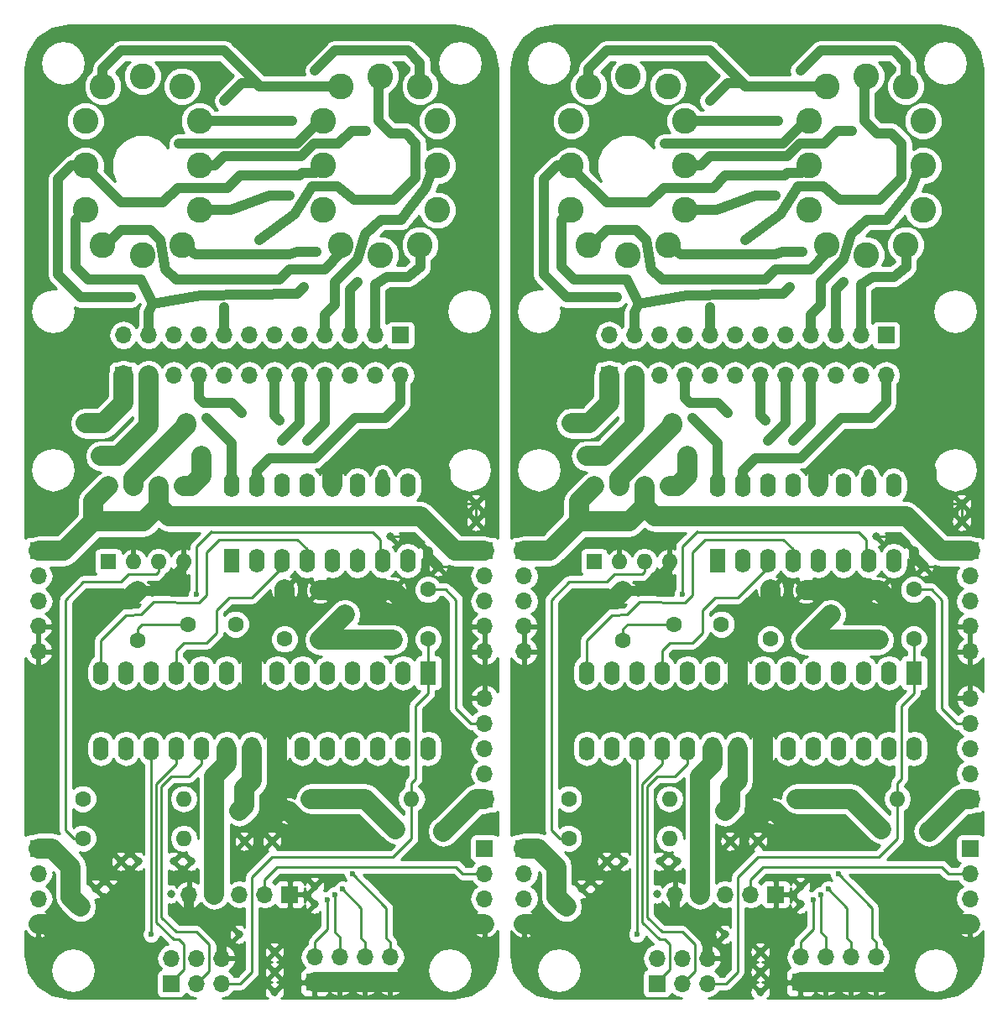
<source format=gbl>
G04 #@! TF.FileFunction,Copper,L2,Bot,Signal*
%FSLAX46Y46*%
G04 Gerber Fmt 4.6, Leading zero omitted, Abs format (unit mm)*
G04 Created by KiCad (PCBNEW 4.0.6) date 11/02/17 15:14:21*
%MOMM*%
%LPD*%
G01*
G04 APERTURE LIST*
%ADD10C,0.100000*%
%ADD11C,1.600000*%
%ADD12R,1.600000X1.600000*%
%ADD13O,1.600000X1.600000*%
%ADD14R,1.700000X1.700000*%
%ADD15O,1.700000X1.700000*%
%ADD16R,1.600000X2.400000*%
%ADD17O,1.600000X2.400000*%
%ADD18C,2.600000*%
%ADD19C,0.800000*%
%ADD20C,0.600000*%
%ADD21C,2.000000*%
%ADD22C,1.000000*%
%ADD23C,0.250000*%
%ADD24C,0.254000*%
G04 APERTURE END LIST*
D10*
D11*
X168036000Y-94584000D03*
X168036000Y-99584000D03*
D12*
X150256000Y-91790000D03*
D13*
X157876000Y-84170000D03*
X152796000Y-91790000D03*
X155336000Y-84170000D03*
X155336000Y-91790000D03*
X152796000Y-84170000D03*
X157876000Y-91790000D03*
X150256000Y-84170000D03*
D11*
X178958000Y-99664000D03*
X178958000Y-94664000D03*
X153200000Y-94700000D03*
X153200000Y-99700000D03*
D14*
X188200000Y-120700000D03*
D15*
X188200000Y-123240000D03*
X188200000Y-125780000D03*
X188200000Y-128320000D03*
D14*
X188200000Y-115700000D03*
D15*
X188200000Y-113160000D03*
X188200000Y-110620000D03*
X188200000Y-108080000D03*
X188200000Y-105540000D03*
D14*
X143200000Y-120700000D03*
D15*
X143200000Y-123240000D03*
X143200000Y-125780000D03*
X143200000Y-128320000D03*
D14*
X156606000Y-134335000D03*
D15*
X156606000Y-131795000D03*
X159146000Y-134335000D03*
X159146000Y-131795000D03*
X161686000Y-134335000D03*
X161686000Y-131795000D03*
D14*
X188200000Y-90700000D03*
D15*
X188200000Y-93240000D03*
X188200000Y-95780000D03*
X188200000Y-98320000D03*
X188200000Y-100860000D03*
D14*
X143200000Y-90700000D03*
D15*
X143200000Y-93240000D03*
X143200000Y-95780000D03*
X143200000Y-98320000D03*
X143200000Y-100860000D03*
D11*
X170700000Y-115700000D03*
D13*
X180860000Y-115700000D03*
D11*
X147700000Y-115700000D03*
D13*
X157860000Y-115700000D03*
D11*
X158130000Y-77820000D03*
D13*
X147970000Y-77820000D03*
D11*
X147700000Y-119700000D03*
D13*
X157860000Y-119700000D03*
D11*
X159654000Y-81122000D03*
D13*
X149494000Y-81122000D03*
D16*
X182546000Y-102998000D03*
D17*
X149526000Y-110618000D03*
X180006000Y-102998000D03*
X152066000Y-110618000D03*
X177466000Y-102998000D03*
X154606000Y-110618000D03*
X174926000Y-102998000D03*
X157146000Y-110618000D03*
X172386000Y-102998000D03*
X159686000Y-110618000D03*
X169846000Y-102998000D03*
X162226000Y-110618000D03*
X167306000Y-102998000D03*
X164766000Y-110618000D03*
X164766000Y-102998000D03*
X167306000Y-110618000D03*
X162226000Y-102998000D03*
X169846000Y-110618000D03*
X159686000Y-102998000D03*
X172386000Y-110618000D03*
X157146000Y-102998000D03*
X174926000Y-110618000D03*
X154606000Y-102998000D03*
X177466000Y-110618000D03*
X152066000Y-102998000D03*
X180006000Y-110618000D03*
X149526000Y-102998000D03*
X182546000Y-110618000D03*
D16*
X162700000Y-91700000D03*
D17*
X180480000Y-84080000D03*
X165240000Y-91700000D03*
X177940000Y-84080000D03*
X167780000Y-91700000D03*
X175400000Y-84080000D03*
X170320000Y-91700000D03*
X172860000Y-84080000D03*
X172860000Y-91700000D03*
X170320000Y-84080000D03*
X175400000Y-91700000D03*
X167780000Y-84080000D03*
X177940000Y-91700000D03*
X165240000Y-84080000D03*
X180480000Y-91700000D03*
X162700000Y-84080000D03*
D18*
X153700000Y-60826000D03*
X149700000Y-59826000D03*
X147950000Y-56326000D03*
X147950000Y-51826000D03*
X147950000Y-47326000D03*
X149700000Y-43826000D03*
X153700000Y-42826000D03*
X157700000Y-43826000D03*
X159450000Y-47326000D03*
X159450000Y-51826000D03*
X159450000Y-56326000D03*
X157700000Y-59826000D03*
X177700000Y-60826000D03*
X173700000Y-59826000D03*
X171950000Y-56326000D03*
X171950000Y-51826000D03*
X171950000Y-47326000D03*
X173700000Y-43826000D03*
X177700000Y-42826000D03*
X181700000Y-43826000D03*
X183450000Y-47326000D03*
X183450000Y-51826000D03*
X183450000Y-56326000D03*
X181700000Y-59826000D03*
D11*
X158300000Y-98100000D03*
X163100000Y-98100000D03*
D14*
X168576000Y-125350000D03*
D15*
X166036000Y-125350000D03*
X163496000Y-125350000D03*
X160956000Y-125350000D03*
X158416000Y-125350000D03*
D14*
X151780000Y-72994000D03*
D15*
X154320000Y-72994000D03*
X156860000Y-72994000D03*
X159400000Y-72994000D03*
X161940000Y-72994000D03*
X164480000Y-72994000D03*
X167020000Y-72994000D03*
X169560000Y-72994000D03*
X172100000Y-72994000D03*
X174640000Y-72994000D03*
X177180000Y-72994000D03*
X179720000Y-72994000D03*
D14*
X179720000Y-68930000D03*
D15*
X177180000Y-68930000D03*
X174640000Y-68930000D03*
X172100000Y-68930000D03*
X169560000Y-68930000D03*
X167020000Y-68930000D03*
X164480000Y-68930000D03*
X161940000Y-68930000D03*
X159400000Y-68930000D03*
X156860000Y-68930000D03*
X154320000Y-68930000D03*
X151780000Y-68930000D03*
D11*
X171592000Y-99664000D03*
X171592000Y-94664000D03*
X182514000Y-94584000D03*
X182514000Y-99584000D03*
X163464000Y-116936000D03*
X168464000Y-116936000D03*
D14*
X171084000Y-134208000D03*
D15*
X171084000Y-131668000D03*
X173624000Y-134208000D03*
X173624000Y-131668000D03*
X176164000Y-134208000D03*
X176164000Y-131668000D03*
X178704000Y-134208000D03*
X178704000Y-131668000D03*
D19*
X166766000Y-119984000D03*
X163972000Y-119984000D03*
X158638000Y-122016000D03*
X156860000Y-122016000D03*
X153304000Y-122016000D03*
X151526000Y-122016000D03*
X171084000Y-124556000D03*
X171084000Y-126334000D03*
X167020000Y-131160000D03*
X167020000Y-133192000D03*
X167020000Y-135224000D03*
X148986000Y-124810000D03*
X156606000Y-125318000D03*
X150764000Y-124810000D03*
X163464000Y-129382000D03*
X178704000Y-89250000D03*
X187340000Y-85948000D03*
X183530000Y-92298000D03*
X187340000Y-87726000D03*
X182514000Y-90774000D03*
D11*
X119036000Y-94584000D03*
X119036000Y-99584000D03*
D12*
X101256000Y-91790000D03*
D13*
X108876000Y-84170000D03*
X103796000Y-91790000D03*
X106336000Y-84170000D03*
X106336000Y-91790000D03*
X103796000Y-84170000D03*
X108876000Y-91790000D03*
X101256000Y-84170000D03*
D11*
X129958000Y-99664000D03*
X129958000Y-94664000D03*
X104200000Y-94700000D03*
X104200000Y-99700000D03*
D14*
X139200000Y-120700000D03*
D15*
X139200000Y-123240000D03*
X139200000Y-125780000D03*
X139200000Y-128320000D03*
D14*
X139200000Y-115700000D03*
D15*
X139200000Y-113160000D03*
X139200000Y-110620000D03*
X139200000Y-108080000D03*
X139200000Y-105540000D03*
D14*
X94200000Y-120700000D03*
D15*
X94200000Y-123240000D03*
X94200000Y-125780000D03*
X94200000Y-128320000D03*
D14*
X107606000Y-134335000D03*
D15*
X107606000Y-131795000D03*
X110146000Y-134335000D03*
X110146000Y-131795000D03*
X112686000Y-134335000D03*
X112686000Y-131795000D03*
D14*
X139200000Y-90700000D03*
D15*
X139200000Y-93240000D03*
X139200000Y-95780000D03*
X139200000Y-98320000D03*
X139200000Y-100860000D03*
D14*
X94200000Y-90700000D03*
D15*
X94200000Y-93240000D03*
X94200000Y-95780000D03*
X94200000Y-98320000D03*
X94200000Y-100860000D03*
D11*
X121700000Y-115700000D03*
D13*
X131860000Y-115700000D03*
D11*
X98700000Y-115700000D03*
D13*
X108860000Y-115700000D03*
D11*
X109130000Y-77820000D03*
D13*
X98970000Y-77820000D03*
D11*
X98700000Y-119700000D03*
D13*
X108860000Y-119700000D03*
D11*
X110654000Y-81122000D03*
D13*
X100494000Y-81122000D03*
D16*
X133546000Y-102998000D03*
D17*
X100526000Y-110618000D03*
X131006000Y-102998000D03*
X103066000Y-110618000D03*
X128466000Y-102998000D03*
X105606000Y-110618000D03*
X125926000Y-102998000D03*
X108146000Y-110618000D03*
X123386000Y-102998000D03*
X110686000Y-110618000D03*
X120846000Y-102998000D03*
X113226000Y-110618000D03*
X118306000Y-102998000D03*
X115766000Y-110618000D03*
X115766000Y-102998000D03*
X118306000Y-110618000D03*
X113226000Y-102998000D03*
X120846000Y-110618000D03*
X110686000Y-102998000D03*
X123386000Y-110618000D03*
X108146000Y-102998000D03*
X125926000Y-110618000D03*
X105606000Y-102998000D03*
X128466000Y-110618000D03*
X103066000Y-102998000D03*
X131006000Y-110618000D03*
X100526000Y-102998000D03*
X133546000Y-110618000D03*
D16*
X113700000Y-91700000D03*
D17*
X131480000Y-84080000D03*
X116240000Y-91700000D03*
X128940000Y-84080000D03*
X118780000Y-91700000D03*
X126400000Y-84080000D03*
X121320000Y-91700000D03*
X123860000Y-84080000D03*
X123860000Y-91700000D03*
X121320000Y-84080000D03*
X126400000Y-91700000D03*
X118780000Y-84080000D03*
X128940000Y-91700000D03*
X116240000Y-84080000D03*
X131480000Y-91700000D03*
X113700000Y-84080000D03*
D18*
X104700000Y-60826000D03*
X100700000Y-59826000D03*
X98950000Y-56326000D03*
X98950000Y-51826000D03*
X98950000Y-47326000D03*
X100700000Y-43826000D03*
X104700000Y-42826000D03*
X108700000Y-43826000D03*
X110450000Y-47326000D03*
X110450000Y-51826000D03*
X110450000Y-56326000D03*
X108700000Y-59826000D03*
X128700000Y-60826000D03*
X124700000Y-59826000D03*
X122950000Y-56326000D03*
X122950000Y-51826000D03*
X122950000Y-47326000D03*
X124700000Y-43826000D03*
X128700000Y-42826000D03*
X132700000Y-43826000D03*
X134450000Y-47326000D03*
X134450000Y-51826000D03*
X134450000Y-56326000D03*
X132700000Y-59826000D03*
D11*
X109300000Y-98100000D03*
X114100000Y-98100000D03*
D14*
X119576000Y-125350000D03*
D15*
X117036000Y-125350000D03*
X114496000Y-125350000D03*
X111956000Y-125350000D03*
X109416000Y-125350000D03*
D14*
X102780000Y-72994000D03*
D15*
X105320000Y-72994000D03*
X107860000Y-72994000D03*
X110400000Y-72994000D03*
X112940000Y-72994000D03*
X115480000Y-72994000D03*
X118020000Y-72994000D03*
X120560000Y-72994000D03*
X123100000Y-72994000D03*
X125640000Y-72994000D03*
X128180000Y-72994000D03*
X130720000Y-72994000D03*
D14*
X130720000Y-68930000D03*
D15*
X128180000Y-68930000D03*
X125640000Y-68930000D03*
X123100000Y-68930000D03*
X120560000Y-68930000D03*
X118020000Y-68930000D03*
X115480000Y-68930000D03*
X112940000Y-68930000D03*
X110400000Y-68930000D03*
X107860000Y-68930000D03*
X105320000Y-68930000D03*
X102780000Y-68930000D03*
D11*
X122592000Y-99664000D03*
X122592000Y-94664000D03*
X133514000Y-94584000D03*
X133514000Y-99584000D03*
X114464000Y-116936000D03*
X119464000Y-116936000D03*
D14*
X122084000Y-134208000D03*
D15*
X122084000Y-131668000D03*
X124624000Y-134208000D03*
X124624000Y-131668000D03*
X127164000Y-134208000D03*
X127164000Y-131668000D03*
X129704000Y-134208000D03*
X129704000Y-131668000D03*
D19*
X117766000Y-119984000D03*
X114972000Y-119984000D03*
X109638000Y-122016000D03*
X107860000Y-122016000D03*
X104304000Y-122016000D03*
X102526000Y-122016000D03*
X122084000Y-124556000D03*
X122084000Y-126334000D03*
X118020000Y-131160000D03*
X118020000Y-133192000D03*
X118020000Y-135224000D03*
X99986000Y-124810000D03*
X107606000Y-125318000D03*
X101764000Y-124810000D03*
X114464000Y-129382000D03*
X129704000Y-89250000D03*
X138340000Y-85948000D03*
X134530000Y-92298000D03*
X138340000Y-87726000D03*
X133514000Y-90774000D03*
X174132000Y-97124000D03*
X147462000Y-126588000D03*
X179466000Y-118968000D03*
X184038000Y-118968000D03*
X125132000Y-97124000D03*
X98462000Y-126588000D03*
X130466000Y-118968000D03*
X135038000Y-118968000D03*
X182768000Y-97124000D03*
X185054000Y-86964000D03*
X148224000Y-96108000D03*
X176926000Y-119984000D03*
X178196000Y-124302000D03*
D20*
X152288000Y-124810000D03*
D19*
X133768000Y-97124000D03*
X136054000Y-86964000D03*
X99224000Y-96108000D03*
X127926000Y-119984000D03*
X129196000Y-124302000D03*
D20*
X103288000Y-124810000D03*
X154574000Y-129382000D03*
X105574000Y-129382000D03*
X172386000Y-125858000D03*
X123386000Y-125858000D03*
X173148000Y-125350000D03*
X124148000Y-125350000D03*
X173878000Y-124810000D03*
X124878000Y-124810000D03*
X174894000Y-123286000D03*
X125894000Y-123286000D03*
X159146000Y-95092000D03*
X110146000Y-95092000D03*
X160162000Y-77312000D03*
X111162000Y-77312000D03*
X163718000Y-76804000D03*
X114718000Y-76804000D03*
X167528000Y-77566000D03*
X118528000Y-77566000D03*
X167782000Y-79598000D03*
X118782000Y-79598000D03*
X170322000Y-79598000D03*
X121322000Y-79598000D03*
X171276000Y-60568000D03*
X122276000Y-60568000D03*
X175402000Y-63596000D03*
X168526000Y-54818000D03*
X126402000Y-63596000D03*
X119526000Y-54818000D03*
X176276000Y-48318000D03*
X127276000Y-48318000D03*
X168798000Y-47340000D03*
X119798000Y-47340000D03*
X171084000Y-42260000D03*
X122084000Y-42260000D03*
X165526000Y-59318000D03*
X116526000Y-59318000D03*
X161940000Y-45308000D03*
X161940000Y-66136000D03*
X112940000Y-45308000D03*
X112940000Y-66136000D03*
X157368000Y-49626000D03*
X108368000Y-49626000D03*
X152542000Y-65120000D03*
X103542000Y-65120000D03*
X170026000Y-64068000D03*
X121026000Y-64068000D03*
D21*
X171592000Y-99664000D02*
X178958000Y-99664000D01*
X174132000Y-97124000D02*
X171592000Y-99664000D01*
X146478000Y-122556000D02*
X146478000Y-125604000D01*
X143200000Y-120700000D02*
X144622000Y-120700000D01*
X146478000Y-122556000D02*
X144622000Y-120700000D01*
X146478000Y-125604000D02*
X147462000Y-126588000D01*
X187370000Y-115700000D02*
X184070000Y-119000000D01*
X184038000Y-118968000D02*
X184070000Y-119000000D01*
D22*
X179498000Y-119000000D02*
X179466000Y-118968000D01*
X179466000Y-118968000D02*
X179244000Y-118746000D01*
D21*
X176198000Y-115700000D02*
X179244000Y-118746000D01*
X170700000Y-115700000D02*
X176198000Y-115700000D01*
X160956000Y-122302000D02*
X160956000Y-113412000D01*
X162226000Y-112142000D02*
X161464000Y-112904000D01*
X160956000Y-125350000D02*
X160956000Y-122302000D01*
X162226000Y-112142000D02*
X162226000Y-110618000D01*
X160956000Y-113412000D02*
X161464000Y-112904000D01*
X187370000Y-115700000D02*
X188200000Y-115700000D01*
X122592000Y-99664000D02*
X129958000Y-99664000D01*
X125132000Y-97124000D02*
X122592000Y-99664000D01*
X97478000Y-122556000D02*
X97478000Y-125604000D01*
X94200000Y-120700000D02*
X95622000Y-120700000D01*
X97478000Y-122556000D02*
X95622000Y-120700000D01*
X97478000Y-125604000D02*
X98462000Y-126588000D01*
X138370000Y-115700000D02*
X135070000Y-119000000D01*
X135038000Y-118968000D02*
X135070000Y-119000000D01*
D22*
X130498000Y-119000000D02*
X130466000Y-118968000D01*
X130466000Y-118968000D02*
X130244000Y-118746000D01*
D21*
X127198000Y-115700000D02*
X130244000Y-118746000D01*
X121700000Y-115700000D02*
X127198000Y-115700000D01*
X111956000Y-122302000D02*
X111956000Y-113412000D01*
X113226000Y-112142000D02*
X112464000Y-112904000D01*
X111956000Y-125350000D02*
X111956000Y-122302000D01*
X113226000Y-112142000D02*
X113226000Y-110618000D01*
X111956000Y-113412000D02*
X112464000Y-112904000D01*
X138370000Y-115700000D02*
X139200000Y-115700000D01*
D23*
X183530000Y-92298000D02*
X184546000Y-92298000D01*
X187012000Y-98320000D02*
X188200000Y-98320000D01*
X186070000Y-97378000D02*
X187012000Y-98320000D01*
X186070000Y-93822000D02*
X186070000Y-97378000D01*
X184546000Y-92298000D02*
X186070000Y-93822000D01*
X187340000Y-85948000D02*
X186070000Y-85948000D01*
X186070000Y-85948000D02*
X185054000Y-86964000D01*
X187340000Y-85948000D02*
X187340000Y-87726000D01*
D22*
X182514000Y-90774000D02*
X182514000Y-91282000D01*
X182514000Y-91282000D02*
X183530000Y-92298000D01*
D23*
X178704000Y-89250000D02*
X181244000Y-89250000D01*
X181244000Y-89250000D02*
X182514000Y-90520000D01*
X182514000Y-90520000D02*
X182514000Y-90774000D01*
D21*
X171592000Y-94664000D02*
X178958000Y-94664000D01*
X178958000Y-94664000D02*
X181418000Y-97124000D01*
X181418000Y-97124000D02*
X182768000Y-97124000D01*
X173624000Y-134208000D02*
X171084000Y-134208000D01*
X176164000Y-134208000D02*
X173624000Y-134208000D01*
X178704000Y-134208000D02*
X176164000Y-134208000D01*
X182133000Y-128239000D02*
X182133000Y-130525000D01*
X180228000Y-134208000D02*
X178704000Y-134208000D01*
X181244000Y-133192000D02*
X180228000Y-134208000D01*
X181244000Y-131414000D02*
X181244000Y-133192000D01*
X182133000Y-130525000D02*
X181244000Y-131414000D01*
X183784000Y-85694000D02*
X185054000Y-86964000D01*
X172860000Y-84080000D02*
X172860000Y-82648000D01*
X183784000Y-82646000D02*
X183784000Y-85694000D01*
X182006000Y-80868000D02*
X183784000Y-82646000D01*
X174640000Y-80868000D02*
X182006000Y-80868000D01*
X172860000Y-82648000D02*
X174640000Y-80868000D01*
X152300000Y-95600000D02*
X153200000Y-94700000D01*
X148732000Y-95600000D02*
X152300000Y-95600000D01*
X148224000Y-96108000D02*
X148732000Y-95600000D01*
X182214000Y-128320000D02*
X182133000Y-128239000D01*
X182133000Y-128239000D02*
X178196000Y-124302000D01*
X188200000Y-128320000D02*
X182214000Y-128320000D01*
X176164000Y-119222000D02*
X176926000Y-119984000D01*
X175656000Y-119222000D02*
X170750000Y-119222000D01*
X170750000Y-119222000D02*
X168464000Y-116936000D01*
X175656000Y-119222000D02*
X176164000Y-119222000D01*
D22*
X158416000Y-125350000D02*
X158416000Y-126874000D01*
X158416000Y-126874000D02*
X159908000Y-128366000D01*
X159908000Y-128366000D02*
X160924000Y-128366000D01*
X160924000Y-128366000D02*
X161686000Y-129128000D01*
X161686000Y-129128000D02*
X161686000Y-131795000D01*
D21*
X144114000Y-128320000D02*
X144922000Y-129128000D01*
X144922000Y-129128000D02*
X149494000Y-129128000D01*
X149494000Y-129128000D02*
X151018000Y-127604000D01*
X151018000Y-127604000D02*
X151018000Y-125826000D01*
X151018000Y-125826000D02*
X152034000Y-124810000D01*
X144114000Y-128320000D02*
X143200000Y-128320000D01*
D22*
X152288000Y-124810000D02*
X152034000Y-124810000D01*
D21*
X168464000Y-116936000D02*
X168036000Y-116936000D01*
X168036000Y-116936000D02*
X167306000Y-116206000D01*
X167306000Y-116206000D02*
X167306000Y-110618000D01*
X168036000Y-96108000D02*
X165496000Y-98648000D01*
X168036000Y-94584000D02*
X168036000Y-96108000D01*
X164766000Y-100648000D02*
X164766000Y-102998000D01*
X165496000Y-99918000D02*
X164766000Y-100648000D01*
X165496000Y-98648000D02*
X165496000Y-99918000D01*
D23*
X161686000Y-129826000D02*
X161686000Y-131795000D01*
D22*
X157876000Y-91790000D02*
X157876000Y-92298000D01*
X157876000Y-92298000D02*
X155474000Y-94700000D01*
X155474000Y-94700000D02*
X153200000Y-94700000D01*
D21*
X164766000Y-102998000D02*
X164766000Y-105284000D01*
X167306000Y-107824000D02*
X167306000Y-110618000D01*
X164766000Y-105284000D02*
X167306000Y-107824000D01*
D23*
X134530000Y-92298000D02*
X135546000Y-92298000D01*
X138012000Y-98320000D02*
X139200000Y-98320000D01*
X137070000Y-97378000D02*
X138012000Y-98320000D01*
X137070000Y-93822000D02*
X137070000Y-97378000D01*
X135546000Y-92298000D02*
X137070000Y-93822000D01*
X138340000Y-85948000D02*
X137070000Y-85948000D01*
X137070000Y-85948000D02*
X136054000Y-86964000D01*
X138340000Y-85948000D02*
X138340000Y-87726000D01*
D22*
X133514000Y-90774000D02*
X133514000Y-91282000D01*
X133514000Y-91282000D02*
X134530000Y-92298000D01*
D23*
X129704000Y-89250000D02*
X132244000Y-89250000D01*
X132244000Y-89250000D02*
X133514000Y-90520000D01*
X133514000Y-90520000D02*
X133514000Y-90774000D01*
D21*
X122592000Y-94664000D02*
X129958000Y-94664000D01*
X129958000Y-94664000D02*
X132418000Y-97124000D01*
X132418000Y-97124000D02*
X133768000Y-97124000D01*
X124624000Y-134208000D02*
X122084000Y-134208000D01*
X127164000Y-134208000D02*
X124624000Y-134208000D01*
X129704000Y-134208000D02*
X127164000Y-134208000D01*
X133133000Y-128239000D02*
X133133000Y-130525000D01*
X131228000Y-134208000D02*
X129704000Y-134208000D01*
X132244000Y-133192000D02*
X131228000Y-134208000D01*
X132244000Y-131414000D02*
X132244000Y-133192000D01*
X133133000Y-130525000D02*
X132244000Y-131414000D01*
X134784000Y-85694000D02*
X136054000Y-86964000D01*
X123860000Y-84080000D02*
X123860000Y-82648000D01*
X134784000Y-82646000D02*
X134784000Y-85694000D01*
X133006000Y-80868000D02*
X134784000Y-82646000D01*
X125640000Y-80868000D02*
X133006000Y-80868000D01*
X123860000Y-82648000D02*
X125640000Y-80868000D01*
X103300000Y-95600000D02*
X104200000Y-94700000D01*
X99732000Y-95600000D02*
X103300000Y-95600000D01*
X99224000Y-96108000D02*
X99732000Y-95600000D01*
X133214000Y-128320000D02*
X133133000Y-128239000D01*
X133133000Y-128239000D02*
X129196000Y-124302000D01*
X139200000Y-128320000D02*
X133214000Y-128320000D01*
X127164000Y-119222000D02*
X127926000Y-119984000D01*
X126656000Y-119222000D02*
X121750000Y-119222000D01*
X121750000Y-119222000D02*
X119464000Y-116936000D01*
X126656000Y-119222000D02*
X127164000Y-119222000D01*
D22*
X109416000Y-125350000D02*
X109416000Y-126874000D01*
X109416000Y-126874000D02*
X110908000Y-128366000D01*
X110908000Y-128366000D02*
X111924000Y-128366000D01*
X111924000Y-128366000D02*
X112686000Y-129128000D01*
X112686000Y-129128000D02*
X112686000Y-131795000D01*
D21*
X95114000Y-128320000D02*
X95922000Y-129128000D01*
X95922000Y-129128000D02*
X100494000Y-129128000D01*
X100494000Y-129128000D02*
X102018000Y-127604000D01*
X102018000Y-127604000D02*
X102018000Y-125826000D01*
X102018000Y-125826000D02*
X103034000Y-124810000D01*
X95114000Y-128320000D02*
X94200000Y-128320000D01*
D22*
X103288000Y-124810000D02*
X103034000Y-124810000D01*
D21*
X119464000Y-116936000D02*
X119036000Y-116936000D01*
X119036000Y-116936000D02*
X118306000Y-116206000D01*
X118306000Y-116206000D02*
X118306000Y-110618000D01*
X119036000Y-96108000D02*
X116496000Y-98648000D01*
X119036000Y-94584000D02*
X119036000Y-96108000D01*
X115766000Y-100648000D02*
X115766000Y-102998000D01*
X116496000Y-99918000D02*
X115766000Y-100648000D01*
X116496000Y-98648000D02*
X116496000Y-99918000D01*
D23*
X112686000Y-129826000D02*
X112686000Y-131795000D01*
D22*
X108876000Y-91790000D02*
X108876000Y-92298000D01*
X108876000Y-92298000D02*
X106474000Y-94700000D01*
X106474000Y-94700000D02*
X104200000Y-94700000D01*
D21*
X115766000Y-102998000D02*
X115766000Y-105284000D01*
X118306000Y-107824000D02*
X118306000Y-110618000D01*
X115766000Y-105284000D02*
X118306000Y-107824000D01*
D23*
X185340000Y-98172000D02*
X185340000Y-95632000D01*
X186866000Y-108080000D02*
X185340000Y-106554000D01*
X185340000Y-106554000D02*
X185340000Y-98172000D01*
X188200000Y-108080000D02*
X186866000Y-108080000D01*
X184292000Y-94584000D02*
X182514000Y-94584000D01*
X185340000Y-95632000D02*
X184292000Y-94584000D01*
X136340000Y-98172000D02*
X136340000Y-95632000D01*
X137866000Y-108080000D02*
X136340000Y-106554000D01*
X136340000Y-106554000D02*
X136340000Y-98172000D01*
X139200000Y-108080000D02*
X137866000Y-108080000D01*
X135292000Y-94584000D02*
X133514000Y-94584000D01*
X136340000Y-95632000D02*
X135292000Y-94584000D01*
X182546000Y-102998000D02*
X182546000Y-99616000D01*
X182546000Y-99616000D02*
X182514000Y-99584000D01*
X164766000Y-123572000D02*
X164766000Y-133160000D01*
X164766000Y-123572000D02*
X166798000Y-121540000D01*
X166798000Y-121540000D02*
X178990000Y-121540000D01*
X178990000Y-121540000D02*
X180860000Y-119670000D01*
X180860000Y-115700000D02*
X180860000Y-119670000D01*
X163591000Y-134335000D02*
X161686000Y-134335000D01*
X164766000Y-133160000D02*
X163591000Y-134335000D01*
X182700000Y-102844000D02*
X182546000Y-102998000D01*
X181276000Y-107062000D02*
X181276000Y-106300000D01*
X180860000Y-114082000D02*
X181276000Y-113666000D01*
X181276000Y-113666000D02*
X181276000Y-107062000D01*
X180860000Y-115700000D02*
X180860000Y-114082000D01*
X182546000Y-105030000D02*
X182546000Y-102998000D01*
X181276000Y-106300000D02*
X182546000Y-105030000D01*
X133546000Y-102998000D02*
X133546000Y-99616000D01*
X133546000Y-99616000D02*
X133514000Y-99584000D01*
X115766000Y-123572000D02*
X115766000Y-133160000D01*
X115766000Y-123572000D02*
X117798000Y-121540000D01*
X117798000Y-121540000D02*
X129990000Y-121540000D01*
X129990000Y-121540000D02*
X131860000Y-119670000D01*
X131860000Y-115700000D02*
X131860000Y-119670000D01*
X114591000Y-134335000D02*
X112686000Y-134335000D01*
X115766000Y-133160000D02*
X114591000Y-134335000D01*
X133700000Y-102844000D02*
X133546000Y-102998000D01*
X132276000Y-107062000D02*
X132276000Y-106300000D01*
X131860000Y-114082000D02*
X132276000Y-113666000D01*
X132276000Y-113666000D02*
X132276000Y-107062000D01*
X131860000Y-115700000D02*
X131860000Y-114082000D01*
X133546000Y-105030000D02*
X133546000Y-102998000D01*
X132276000Y-106300000D02*
X133546000Y-105030000D01*
D21*
X163972000Y-116428000D02*
X163972000Y-114650000D01*
X164766000Y-113856000D02*
X164766000Y-110618000D01*
X163972000Y-114650000D02*
X164766000Y-113856000D01*
X163972000Y-116428000D02*
X163464000Y-116936000D01*
X114972000Y-116428000D02*
X114972000Y-114650000D01*
X115766000Y-113856000D02*
X115766000Y-110618000D01*
X114972000Y-114650000D02*
X115766000Y-113856000D01*
X114972000Y-116428000D02*
X114464000Y-116936000D01*
D23*
X158300000Y-98100000D02*
X153662000Y-98100000D01*
X153200000Y-98562000D02*
X153200000Y-99700000D01*
X153662000Y-98100000D02*
X153200000Y-98562000D01*
X109300000Y-98100000D02*
X104662000Y-98100000D01*
X104200000Y-98562000D02*
X104200000Y-99700000D01*
X104662000Y-98100000D02*
X104200000Y-98562000D01*
X166036000Y-125350000D02*
X166036000Y-123826000D01*
X186024000Y-123240000D02*
X188200000Y-123240000D01*
X185340000Y-122556000D02*
X186024000Y-123240000D01*
X167306000Y-122556000D02*
X185340000Y-122556000D01*
X166036000Y-123826000D02*
X167306000Y-122556000D01*
X117036000Y-125350000D02*
X117036000Y-123826000D01*
X137024000Y-123240000D02*
X139200000Y-123240000D01*
X136340000Y-122556000D02*
X137024000Y-123240000D01*
X118306000Y-122556000D02*
X136340000Y-122556000D01*
X117036000Y-123826000D02*
X118306000Y-122556000D01*
X155114000Y-126588000D02*
X155114000Y-128144000D01*
X157876000Y-132938000D02*
X156606000Y-134208000D01*
X157876000Y-130398000D02*
X157876000Y-132938000D01*
X157368000Y-129890000D02*
X157876000Y-130398000D01*
X156860000Y-129890000D02*
X157368000Y-129890000D01*
X155114000Y-128144000D02*
X156860000Y-129890000D01*
X156606000Y-134208000D02*
X156606000Y-134335000D01*
X155114000Y-114174000D02*
X155114000Y-126588000D01*
X155114000Y-126588000D02*
X155114000Y-126620000D01*
X157146000Y-112142000D02*
X157146000Y-110618000D01*
X157146000Y-112142000D02*
X155114000Y-114174000D01*
X106114000Y-126588000D02*
X106114000Y-128144000D01*
X108876000Y-132938000D02*
X107606000Y-134208000D01*
X108876000Y-130398000D02*
X108876000Y-132938000D01*
X108368000Y-129890000D02*
X108876000Y-130398000D01*
X107860000Y-129890000D02*
X108368000Y-129890000D01*
X106114000Y-128144000D02*
X107860000Y-129890000D01*
X107606000Y-134208000D02*
X107606000Y-134335000D01*
X106114000Y-114174000D02*
X106114000Y-126588000D01*
X106114000Y-126588000D02*
X106114000Y-126620000D01*
X108146000Y-112142000D02*
X108146000Y-110618000D01*
X108146000Y-112142000D02*
X106114000Y-114174000D01*
X155622000Y-127604000D02*
X155622000Y-127636000D01*
X155622000Y-127636000D02*
X157114000Y-129128000D01*
X160416000Y-133065000D02*
X159146000Y-134335000D01*
X160416000Y-130398000D02*
X160416000Y-133065000D01*
X159146000Y-129128000D02*
X160416000Y-130398000D01*
X157114000Y-129128000D02*
X159146000Y-129128000D01*
X155622000Y-114428000D02*
X155622000Y-127604000D01*
X156638000Y-113412000D02*
X155622000Y-114428000D01*
X158416000Y-113412000D02*
X156638000Y-113412000D01*
X159686000Y-110618000D02*
X159686000Y-112142000D01*
X159686000Y-112142000D02*
X158416000Y-113412000D01*
X106622000Y-127604000D02*
X106622000Y-127636000D01*
X106622000Y-127636000D02*
X108114000Y-129128000D01*
X111416000Y-133065000D02*
X110146000Y-134335000D01*
X111416000Y-130398000D02*
X111416000Y-133065000D01*
X110146000Y-129128000D02*
X111416000Y-130398000D01*
X108114000Y-129128000D02*
X110146000Y-129128000D01*
X106622000Y-114428000D02*
X106622000Y-127604000D01*
X107638000Y-113412000D02*
X106622000Y-114428000D01*
X109416000Y-113412000D02*
X107638000Y-113412000D01*
X110686000Y-110618000D02*
X110686000Y-112142000D01*
X110686000Y-112142000D02*
X109416000Y-113412000D01*
X154606000Y-126080000D02*
X154606000Y-129350000D01*
X154606000Y-129350000D02*
X154574000Y-129382000D01*
X154606000Y-110618000D02*
X154606000Y-126080000D01*
X154606000Y-126080000D02*
X154606000Y-126112000D01*
X105606000Y-126080000D02*
X105606000Y-129350000D01*
X105606000Y-129350000D02*
X105574000Y-129382000D01*
X105606000Y-110618000D02*
X105606000Y-126080000D01*
X105606000Y-126080000D02*
X105606000Y-126112000D01*
X172386000Y-128620000D02*
X172386000Y-128842000D01*
X171084000Y-130398000D02*
X171084000Y-131668000D01*
X171084000Y-130144000D02*
X171084000Y-130398000D01*
X172386000Y-128842000D02*
X171084000Y-130144000D01*
X172386000Y-125858000D02*
X172386000Y-128620000D01*
X172386000Y-128620000D02*
X172386000Y-128652000D01*
X123386000Y-128620000D02*
X123386000Y-128842000D01*
X122084000Y-130398000D02*
X122084000Y-131668000D01*
X122084000Y-130144000D02*
X122084000Y-130398000D01*
X123386000Y-128842000D02*
X122084000Y-130144000D01*
X123386000Y-125858000D02*
X123386000Y-128620000D01*
X123386000Y-128620000D02*
X123386000Y-128652000D01*
X173148000Y-125350000D02*
X173148000Y-129160000D01*
X173624000Y-129636000D02*
X173624000Y-131668000D01*
X173148000Y-129160000D02*
X173624000Y-129636000D01*
X173148000Y-131192000D02*
X173240000Y-131284000D01*
X124148000Y-125350000D02*
X124148000Y-129160000D01*
X124624000Y-129636000D02*
X124624000Y-131668000D01*
X124148000Y-129160000D02*
X124624000Y-129636000D01*
X124148000Y-131192000D02*
X124240000Y-131284000D01*
X175780000Y-126712000D02*
X175780000Y-129760000D01*
X173878000Y-124810000D02*
X175780000Y-126712000D01*
X176164000Y-130144000D02*
X176164000Y-131668000D01*
X175780000Y-129760000D02*
X176164000Y-130144000D01*
X126780000Y-126712000D02*
X126780000Y-129760000D01*
X124878000Y-124810000D02*
X126780000Y-126712000D01*
X127164000Y-130144000D02*
X127164000Y-131668000D01*
X126780000Y-129760000D02*
X127164000Y-130144000D01*
X178320000Y-126712000D02*
X178320000Y-129760000D01*
X174894000Y-123286000D02*
X178320000Y-126712000D01*
X178704000Y-130144000D02*
X178704000Y-131668000D01*
X178320000Y-129760000D02*
X178704000Y-130144000D01*
X129320000Y-126712000D02*
X129320000Y-129760000D01*
X125894000Y-123286000D02*
X129320000Y-126712000D01*
X129704000Y-130144000D02*
X129704000Y-131668000D01*
X129320000Y-129760000D02*
X129704000Y-130144000D01*
D21*
X180228000Y-87218000D02*
X181752000Y-87218000D01*
X156352000Y-87218000D02*
X180228000Y-87218000D01*
X155336000Y-86202000D02*
X156352000Y-87218000D01*
X185234000Y-90700000D02*
X188200000Y-90700000D01*
X181752000Y-87218000D02*
X185234000Y-90700000D01*
X155336000Y-84170000D02*
X155336000Y-86202000D01*
X153812000Y-87726000D02*
X148732000Y-87726000D01*
X155336000Y-86202000D02*
X153812000Y-87726000D01*
X143200000Y-90700000D02*
X145758000Y-90700000D01*
X148732000Y-85694000D02*
X150256000Y-84170000D01*
X148732000Y-87726000D02*
X148732000Y-85694000D01*
X145758000Y-90700000D02*
X148732000Y-87726000D01*
X143200000Y-90700000D02*
X143282000Y-90700000D01*
X131228000Y-87218000D02*
X132752000Y-87218000D01*
X107352000Y-87218000D02*
X131228000Y-87218000D01*
X106336000Y-86202000D02*
X107352000Y-87218000D01*
X136234000Y-90700000D02*
X139200000Y-90700000D01*
X132752000Y-87218000D02*
X136234000Y-90700000D01*
X106336000Y-84170000D02*
X106336000Y-86202000D01*
X104812000Y-87726000D02*
X99732000Y-87726000D01*
X106336000Y-86202000D02*
X104812000Y-87726000D01*
X94200000Y-90700000D02*
X96758000Y-90700000D01*
X99732000Y-85694000D02*
X101256000Y-84170000D01*
X99732000Y-87726000D02*
X99732000Y-85694000D01*
X96758000Y-90700000D02*
X99732000Y-87726000D01*
X94200000Y-90700000D02*
X94282000Y-90700000D01*
X152796000Y-84170000D02*
X152796000Y-83408000D01*
X152796000Y-83408000D02*
X158130000Y-78074000D01*
X158130000Y-78074000D02*
X158130000Y-77820000D01*
X103796000Y-84170000D02*
X103796000Y-83408000D01*
X103796000Y-83408000D02*
X109130000Y-78074000D01*
X109130000Y-78074000D02*
X109130000Y-77820000D01*
D23*
X152288000Y-93060000D02*
X155082000Y-93060000D01*
X152288000Y-93060000D02*
X151526000Y-93822000D01*
X151526000Y-93822000D02*
X147716000Y-93822000D01*
X147716000Y-93822000D02*
X145970000Y-95632000D01*
X147700000Y-119700000D02*
X146794000Y-119700000D01*
X145970000Y-118876000D02*
X145970000Y-95632000D01*
X146794000Y-119700000D02*
X145970000Y-118876000D01*
X155336000Y-92806000D02*
X155336000Y-91790000D01*
X155082000Y-93060000D02*
X155336000Y-92806000D01*
X103288000Y-93060000D02*
X106082000Y-93060000D01*
X103288000Y-93060000D02*
X102526000Y-93822000D01*
X102526000Y-93822000D02*
X98716000Y-93822000D01*
X98716000Y-93822000D02*
X96970000Y-95632000D01*
X98700000Y-119700000D02*
X97794000Y-119700000D01*
X96970000Y-118876000D02*
X96970000Y-95632000D01*
X97794000Y-119700000D02*
X96970000Y-118876000D01*
X106336000Y-92806000D02*
X106336000Y-91790000D01*
X106082000Y-93060000D02*
X106336000Y-92806000D01*
D21*
X157876000Y-84170000D02*
X158638000Y-84170000D01*
X158638000Y-84170000D02*
X159654000Y-83154000D01*
X159654000Y-83154000D02*
X159654000Y-81122000D01*
X108876000Y-84170000D02*
X109638000Y-84170000D01*
X109638000Y-84170000D02*
X110654000Y-83154000D01*
X110654000Y-83154000D02*
X110654000Y-81122000D01*
D23*
X162480000Y-95378000D02*
X164766000Y-95378000D01*
X157146000Y-100712000D02*
X157908000Y-99950000D01*
X157908000Y-99950000D02*
X160194000Y-99950000D01*
X160194000Y-99950000D02*
X161210000Y-98934000D01*
X161210000Y-98934000D02*
X161210000Y-96648000D01*
X161210000Y-96648000D02*
X162480000Y-95378000D01*
X157146000Y-102998000D02*
X157146000Y-100712000D01*
X164766000Y-95378000D02*
X167780000Y-92364000D01*
X167780000Y-92364000D02*
X167780000Y-91700000D01*
X113480000Y-95378000D02*
X115766000Y-95378000D01*
X108146000Y-100712000D02*
X108908000Y-99950000D01*
X108908000Y-99950000D02*
X111194000Y-99950000D01*
X111194000Y-99950000D02*
X112210000Y-98934000D01*
X112210000Y-98934000D02*
X112210000Y-96648000D01*
X112210000Y-96648000D02*
X113480000Y-95378000D01*
X108146000Y-102998000D02*
X108146000Y-100712000D01*
X115766000Y-95378000D02*
X118780000Y-92364000D01*
X118780000Y-92364000D02*
X118780000Y-91700000D01*
X175400000Y-91700000D02*
X175400000Y-90518000D01*
X126400000Y-91700000D02*
X126400000Y-90518000D01*
X176958000Y-88774000D02*
X160638000Y-88774000D01*
X159146000Y-95092000D02*
X159146000Y-90266000D01*
X159146000Y-90266000D02*
X160670000Y-88742000D01*
X176958000Y-88774000D02*
X177720000Y-89536000D01*
X177720000Y-91480000D02*
X177720000Y-89536000D01*
X160638000Y-88774000D02*
X160670000Y-88742000D01*
X177720000Y-91480000D02*
X177940000Y-91700000D01*
X127958000Y-88774000D02*
X111638000Y-88774000D01*
X110146000Y-95092000D02*
X110146000Y-90266000D01*
X110146000Y-90266000D02*
X111670000Y-88742000D01*
X127958000Y-88774000D02*
X128720000Y-89536000D01*
X128720000Y-91480000D02*
X128720000Y-89536000D01*
X111638000Y-88774000D02*
X111670000Y-88742000D01*
X128720000Y-91480000D02*
X128940000Y-91700000D01*
X149526000Y-102998000D02*
X149526000Y-99696000D01*
X159432000Y-95886000D02*
X160194000Y-95124000D01*
X154828000Y-95854000D02*
X159432000Y-95886000D01*
X153558000Y-97124000D02*
X154828000Y-95854000D01*
X152066000Y-97156000D02*
X153558000Y-97124000D01*
X149526000Y-99696000D02*
X152066000Y-97156000D01*
X170320000Y-91700000D02*
X170320000Y-90518000D01*
X170320000Y-90518000D02*
X169338000Y-89536000D01*
X169338000Y-89536000D02*
X161464000Y-89536000D01*
X161464000Y-89536000D02*
X160194000Y-90806000D01*
X160194000Y-90806000D02*
X160194000Y-95124000D01*
X100526000Y-102998000D02*
X100526000Y-99696000D01*
X110432000Y-95886000D02*
X111194000Y-95124000D01*
X105828000Y-95854000D02*
X110432000Y-95886000D01*
X104558000Y-97124000D02*
X105828000Y-95854000D01*
X103066000Y-97156000D02*
X104558000Y-97124000D01*
X100526000Y-99696000D02*
X103066000Y-97156000D01*
X121320000Y-91700000D02*
X121320000Y-90518000D01*
X121320000Y-90518000D02*
X120338000Y-89536000D01*
X120338000Y-89536000D02*
X112464000Y-89536000D01*
X112464000Y-89536000D02*
X111194000Y-90806000D01*
X111194000Y-90806000D02*
X111194000Y-95124000D01*
D21*
X151780000Y-72994000D02*
X151780000Y-74010000D01*
X149748000Y-77820000D02*
X151780000Y-75788000D01*
X151780000Y-75788000D02*
X151780000Y-74010000D01*
X149748000Y-77820000D02*
X147970000Y-77820000D01*
X102780000Y-72994000D02*
X102780000Y-74010000D01*
X100748000Y-77820000D02*
X102780000Y-75788000D01*
X102780000Y-75788000D02*
X102780000Y-74010000D01*
X100748000Y-77820000D02*
X98970000Y-77820000D01*
X154320000Y-72994000D02*
X154320000Y-74010000D01*
X151272000Y-81122000D02*
X154320000Y-78074000D01*
X154320000Y-78074000D02*
X154320000Y-74010000D01*
X151272000Y-81122000D02*
X149494000Y-81122000D01*
X105320000Y-72994000D02*
X105320000Y-74010000D01*
X102272000Y-81122000D02*
X105320000Y-78074000D01*
X105320000Y-78074000D02*
X105320000Y-74010000D01*
X102272000Y-81122000D02*
X100494000Y-81122000D01*
D22*
X162700000Y-79850000D02*
X160162000Y-77312000D01*
X162700000Y-79850000D02*
X162700000Y-84080000D01*
X113700000Y-79850000D02*
X111162000Y-77312000D01*
X113700000Y-79850000D02*
X113700000Y-84080000D01*
X159400000Y-72994000D02*
X159400000Y-74010000D01*
X163718000Y-76804000D02*
X162702000Y-75788000D01*
X162702000Y-75788000D02*
X159908000Y-75788000D01*
X159908000Y-75788000D02*
X159400000Y-75280000D01*
X159400000Y-75280000D02*
X159400000Y-74010000D01*
X110400000Y-72994000D02*
X110400000Y-74010000D01*
X114718000Y-76804000D02*
X113702000Y-75788000D01*
X113702000Y-75788000D02*
X110908000Y-75788000D01*
X110908000Y-75788000D02*
X110400000Y-75280000D01*
X110400000Y-75280000D02*
X110400000Y-74010000D01*
X177940000Y-84080000D02*
X177940000Y-82966000D01*
X128940000Y-84080000D02*
X128940000Y-82966000D01*
X167020000Y-72994000D02*
X167020000Y-74010000D01*
X167528000Y-77566000D02*
X167020000Y-77058000D01*
X167020000Y-77058000D02*
X167020000Y-74010000D01*
X118020000Y-72994000D02*
X118020000Y-74010000D01*
X118528000Y-77566000D02*
X118020000Y-77058000D01*
X118020000Y-77058000D02*
X118020000Y-74010000D01*
X169560000Y-72994000D02*
X169560000Y-74010000D01*
X167782000Y-79598000D02*
X169560000Y-77820000D01*
X169560000Y-77820000D02*
X169560000Y-74010000D01*
X120560000Y-72994000D02*
X120560000Y-74010000D01*
X118782000Y-79598000D02*
X120560000Y-77820000D01*
X120560000Y-77820000D02*
X120560000Y-74010000D01*
X172100000Y-72994000D02*
X172100000Y-74010000D01*
X170322000Y-79598000D02*
X172100000Y-77820000D01*
X172100000Y-77820000D02*
X172100000Y-74010000D01*
X123100000Y-72994000D02*
X123100000Y-74010000D01*
X121322000Y-79598000D02*
X123100000Y-77820000D01*
X123100000Y-77820000D02*
X123100000Y-74010000D01*
X179720000Y-72994000D02*
X179720000Y-74010000D01*
X165240000Y-82648000D02*
X166512000Y-81376000D01*
X166512000Y-81376000D02*
X171084000Y-81376000D01*
X171084000Y-81376000D02*
X175148000Y-77312000D01*
X175148000Y-77312000D02*
X178196000Y-77312000D01*
X178196000Y-77312000D02*
X179720000Y-75788000D01*
X179720000Y-75788000D02*
X179720000Y-74010000D01*
X165240000Y-82648000D02*
X165240000Y-84080000D01*
X130720000Y-72994000D02*
X130720000Y-74010000D01*
X116240000Y-82648000D02*
X117512000Y-81376000D01*
X117512000Y-81376000D02*
X122084000Y-81376000D01*
X122084000Y-81376000D02*
X126148000Y-77312000D01*
X126148000Y-77312000D02*
X129196000Y-77312000D01*
X129196000Y-77312000D02*
X130720000Y-75788000D01*
X130720000Y-75788000D02*
X130720000Y-74010000D01*
X116240000Y-82648000D02*
X116240000Y-84080000D01*
X164776000Y-60818000D02*
X161026000Y-60818000D01*
X169276000Y-60568000D02*
X168526000Y-60818000D01*
X171276000Y-60568000D02*
X169276000Y-60568000D01*
X159026000Y-60818000D02*
X157700000Y-59826000D01*
X161026000Y-60818000D02*
X159026000Y-60818000D01*
X168526000Y-60818000D02*
X164776000Y-60818000D01*
X115776000Y-60818000D02*
X112026000Y-60818000D01*
X120276000Y-60568000D02*
X119526000Y-60818000D01*
X122276000Y-60568000D02*
X120276000Y-60568000D01*
X110026000Y-60818000D02*
X108700000Y-59826000D01*
X112026000Y-60818000D02*
X110026000Y-60818000D01*
X119526000Y-60818000D02*
X115776000Y-60818000D01*
X177180000Y-68930000D02*
X177180000Y-67914000D01*
X177180000Y-66644000D02*
X177180000Y-63850000D01*
X177180000Y-63850000D02*
X178384097Y-63048184D01*
X178384097Y-63048184D02*
X180503402Y-63051764D01*
X180503402Y-63051764D02*
X181752000Y-62072000D01*
X181752000Y-62072000D02*
X181700000Y-59826000D01*
X177180000Y-67914000D02*
X177180000Y-66644000D01*
X128180000Y-68930000D02*
X128180000Y-67914000D01*
X128180000Y-66644000D02*
X128180000Y-63850000D01*
X128180000Y-63850000D02*
X129384097Y-63048184D01*
X129384097Y-63048184D02*
X131503402Y-63051764D01*
X131503402Y-63051764D02*
X132752000Y-62072000D01*
X132752000Y-62072000D02*
X132700000Y-59826000D01*
X128180000Y-67914000D02*
X128180000Y-66644000D01*
X174640000Y-68930000D02*
X174640000Y-67914000D01*
X174640000Y-64358000D02*
X175402000Y-63596000D01*
X174640000Y-67914000D02*
X174640000Y-64358000D01*
X159450000Y-56326000D02*
X162606000Y-56326000D01*
X166526000Y-54818000D02*
X168526000Y-54818000D01*
X162606000Y-56326000D02*
X166526000Y-54818000D01*
X125640000Y-68930000D02*
X125640000Y-67914000D01*
X125640000Y-64358000D02*
X126402000Y-63596000D01*
X125640000Y-67914000D02*
X125640000Y-64358000D01*
X110450000Y-56326000D02*
X113606000Y-56326000D01*
X117526000Y-54818000D02*
X119526000Y-54818000D01*
X113606000Y-56326000D02*
X117526000Y-54818000D01*
X172100000Y-68930000D02*
X172100000Y-67914000D01*
X179776000Y-57318000D02*
X177776000Y-57318000D01*
X180776000Y-56068000D02*
X179776000Y-57318000D01*
X182276000Y-54068000D02*
X180776000Y-56068000D01*
X182276000Y-54068000D02*
X183108000Y-51826000D01*
X173116000Y-63596000D02*
X175402000Y-61310000D01*
X172100000Y-66898000D02*
X173116000Y-65882000D01*
X173116000Y-65882000D02*
X173116000Y-63596000D01*
X172100000Y-66898000D02*
X172100000Y-67914000D01*
X175402000Y-61310000D02*
X176164000Y-58770000D01*
X177776000Y-57318000D02*
X176164000Y-58770000D01*
X173276000Y-49626000D02*
X173468000Y-49626000D01*
X174776000Y-48318000D02*
X176276000Y-48318000D01*
X173468000Y-49626000D02*
X174776000Y-48318000D01*
X172862000Y-49626000D02*
X173276000Y-49626000D01*
X173276000Y-49626000D02*
X173370000Y-49626000D01*
X161010000Y-51826000D02*
X161940000Y-50896000D01*
X161940000Y-50896000D02*
X169733060Y-50896000D01*
X169733060Y-50896000D02*
X171003060Y-49626000D01*
X171003060Y-49626000D02*
X172862000Y-49626000D01*
X159450000Y-51826000D02*
X161010000Y-51826000D01*
X183450000Y-51826000D02*
X183108000Y-51826000D01*
X123100000Y-68930000D02*
X123100000Y-67914000D01*
X130776000Y-57318000D02*
X128776000Y-57318000D01*
X131776000Y-56068000D02*
X130776000Y-57318000D01*
X133276000Y-54068000D02*
X131776000Y-56068000D01*
X133276000Y-54068000D02*
X134108000Y-51826000D01*
X124116000Y-63596000D02*
X126402000Y-61310000D01*
X123100000Y-66898000D02*
X124116000Y-65882000D01*
X124116000Y-65882000D02*
X124116000Y-63596000D01*
X123100000Y-66898000D02*
X123100000Y-67914000D01*
X126402000Y-61310000D02*
X127164000Y-58770000D01*
X128776000Y-57318000D02*
X127164000Y-58770000D01*
X124276000Y-49626000D02*
X124468000Y-49626000D01*
X125776000Y-48318000D02*
X127276000Y-48318000D01*
X124468000Y-49626000D02*
X125776000Y-48318000D01*
X123862000Y-49626000D02*
X124276000Y-49626000D01*
X124276000Y-49626000D02*
X124370000Y-49626000D01*
X112010000Y-51826000D02*
X112940000Y-50896000D01*
X112940000Y-50896000D02*
X120733060Y-50896000D01*
X120733060Y-50896000D02*
X122003060Y-49626000D01*
X122003060Y-49626000D02*
X123862000Y-49626000D01*
X110450000Y-51826000D02*
X112010000Y-51826000D01*
X134450000Y-51826000D02*
X134108000Y-51826000D01*
X159450000Y-47326000D02*
X168784000Y-47326000D01*
X168784000Y-47326000D02*
X168798000Y-47340000D01*
X110450000Y-47326000D02*
X119784000Y-47326000D01*
X119784000Y-47326000D02*
X119798000Y-47340000D01*
X181700000Y-41446000D02*
X181700000Y-43826000D01*
X180482000Y-40228000D02*
X181700000Y-41446000D01*
X173116000Y-40228000D02*
X180482000Y-40228000D01*
X171084000Y-42260000D02*
X173116000Y-40228000D01*
X132700000Y-41446000D02*
X132700000Y-43826000D01*
X131482000Y-40228000D02*
X132700000Y-41446000D01*
X124116000Y-40228000D02*
X131482000Y-40228000D01*
X122084000Y-42260000D02*
X124116000Y-40228000D01*
X177526000Y-47318000D02*
X177526000Y-43000000D01*
X181276000Y-49568000D02*
X180276000Y-48568000D01*
X179026000Y-55318000D02*
X175026000Y-55318000D01*
X181276000Y-49568000D02*
X181276000Y-53068000D01*
X181276000Y-53068000D02*
X179026000Y-55318000D01*
X173370000Y-53944000D02*
X175026000Y-55318000D01*
X170830000Y-53944000D02*
X173370000Y-53944000D01*
X169052000Y-56738000D02*
X170830000Y-53944000D01*
X165526000Y-59318000D02*
X169052000Y-56738000D01*
X180276000Y-48568000D02*
X178776000Y-48568000D01*
X178776000Y-48568000D02*
X177526000Y-47318000D01*
X177526000Y-43000000D02*
X177700000Y-42826000D01*
X128526000Y-47318000D02*
X128526000Y-43000000D01*
X132276000Y-49568000D02*
X131276000Y-48568000D01*
X130026000Y-55318000D02*
X126026000Y-55318000D01*
X132276000Y-49568000D02*
X132276000Y-53068000D01*
X132276000Y-53068000D02*
X130026000Y-55318000D01*
X124370000Y-53944000D02*
X126026000Y-55318000D01*
X121830000Y-53944000D02*
X124370000Y-53944000D01*
X120052000Y-56738000D02*
X121830000Y-53944000D01*
X116526000Y-59318000D02*
X120052000Y-56738000D01*
X131276000Y-48568000D02*
X129776000Y-48568000D01*
X129776000Y-48568000D02*
X128526000Y-47318000D01*
X128526000Y-43000000D02*
X128700000Y-42826000D01*
X161940000Y-68930000D02*
X161940000Y-67914000D01*
X161940000Y-66898000D02*
X161940000Y-66136000D01*
X161940000Y-66898000D02*
X161940000Y-67914000D01*
X163718000Y-43530000D02*
X165242000Y-43530000D01*
X161940000Y-45308000D02*
X163718000Y-43530000D01*
X167274000Y-43826000D02*
X165538000Y-43826000D01*
X165538000Y-43826000D02*
X165242000Y-43530000D01*
X167528000Y-43826000D02*
X167274000Y-43826000D01*
X167274000Y-43826000D02*
X167232000Y-43826000D01*
X173700000Y-43826000D02*
X167528000Y-43826000D01*
X167528000Y-43826000D02*
X167486000Y-43826000D01*
X149700000Y-42054000D02*
X149700000Y-43826000D01*
X165242000Y-43530000D02*
X161940000Y-40228000D01*
X161940000Y-40228000D02*
X151526000Y-40228000D01*
X151526000Y-40228000D02*
X149700000Y-42054000D01*
X112940000Y-68930000D02*
X112940000Y-67914000D01*
X112940000Y-66898000D02*
X112940000Y-66136000D01*
X112940000Y-66898000D02*
X112940000Y-67914000D01*
X114718000Y-43530000D02*
X116242000Y-43530000D01*
X112940000Y-45308000D02*
X114718000Y-43530000D01*
X118274000Y-43826000D02*
X116538000Y-43826000D01*
X116538000Y-43826000D02*
X116242000Y-43530000D01*
X118528000Y-43826000D02*
X118274000Y-43826000D01*
X118274000Y-43826000D02*
X118232000Y-43826000D01*
X124700000Y-43826000D02*
X118528000Y-43826000D01*
X118528000Y-43826000D02*
X118486000Y-43826000D01*
X100700000Y-42054000D02*
X100700000Y-43826000D01*
X116242000Y-43530000D02*
X112940000Y-40228000D01*
X112940000Y-40228000D02*
X102526000Y-40228000D01*
X102526000Y-40228000D02*
X100700000Y-42054000D01*
X169306000Y-49626000D02*
X171606000Y-47326000D01*
X157368000Y-49626000D02*
X169306000Y-49626000D01*
X171606000Y-47326000D02*
X171950000Y-47326000D01*
X120306000Y-49626000D02*
X122606000Y-47326000D01*
X108368000Y-49626000D02*
X120306000Y-49626000D01*
X122606000Y-47326000D02*
X122950000Y-47326000D01*
X152542000Y-65120000D02*
X147462000Y-65120000D01*
X147462000Y-65120000D02*
X145176000Y-62834000D01*
X145176000Y-62834000D02*
X145176000Y-53182000D01*
X145176000Y-53182000D02*
X146532000Y-51826000D01*
X146532000Y-51826000D02*
X147950000Y-51826000D01*
X163526000Y-52818000D02*
X169526000Y-52818000D01*
X151526000Y-55568000D02*
X155776000Y-55568000D01*
X155776000Y-55568000D02*
X157276000Y-54068000D01*
X157276000Y-54068000D02*
X162276000Y-54068000D01*
X162276000Y-54068000D02*
X163526000Y-52818000D01*
X147950000Y-51992000D02*
X151526000Y-55568000D01*
X169776000Y-52568000D02*
X171208000Y-52568000D01*
X169526000Y-52818000D02*
X169776000Y-52568000D01*
X171208000Y-52568000D02*
X171950000Y-51826000D01*
X147950000Y-51826000D02*
X147950000Y-51992000D01*
X103542000Y-65120000D02*
X98462000Y-65120000D01*
X98462000Y-65120000D02*
X96176000Y-62834000D01*
X96176000Y-62834000D02*
X96176000Y-53182000D01*
X96176000Y-53182000D02*
X97532000Y-51826000D01*
X97532000Y-51826000D02*
X98950000Y-51826000D01*
X114526000Y-52818000D02*
X120526000Y-52818000D01*
X102526000Y-55568000D02*
X106776000Y-55568000D01*
X106776000Y-55568000D02*
X108276000Y-54068000D01*
X108276000Y-54068000D02*
X113276000Y-54068000D01*
X113276000Y-54068000D02*
X114526000Y-52818000D01*
X98950000Y-51992000D02*
X102526000Y-55568000D01*
X120776000Y-52568000D02*
X122208000Y-52568000D01*
X120526000Y-52818000D02*
X120776000Y-52568000D01*
X122208000Y-52568000D02*
X122950000Y-51826000D01*
X98950000Y-51826000D02*
X98950000Y-51992000D01*
X154320000Y-68930000D02*
X154320000Y-67914000D01*
X154320000Y-66644000D02*
X154733713Y-65789642D01*
X154320000Y-66644000D02*
X154320000Y-67914000D01*
X169316475Y-64801578D02*
X159587479Y-64922216D01*
X159587479Y-64922216D02*
X154733713Y-65789642D01*
X169316475Y-64801578D02*
X170026000Y-64068000D01*
X151018000Y-63342000D02*
X153558000Y-63342000D01*
X151018000Y-63342000D02*
X148224000Y-63342000D01*
X148224000Y-63342000D02*
X146954000Y-62072000D01*
X146954000Y-62072000D02*
X146954000Y-57322000D01*
X147950000Y-56326000D02*
X146954000Y-57322000D01*
X153558000Y-63342000D02*
X154733713Y-65789642D01*
X105320000Y-68930000D02*
X105320000Y-67914000D01*
X105320000Y-66644000D02*
X105733713Y-65789642D01*
X105320000Y-66644000D02*
X105320000Y-67914000D01*
X120316475Y-64801578D02*
X110587479Y-64922216D01*
X110587479Y-64922216D02*
X105733713Y-65789642D01*
X120316475Y-64801578D02*
X121026000Y-64068000D01*
X102018000Y-63342000D02*
X104558000Y-63342000D01*
X102018000Y-63342000D02*
X99224000Y-63342000D01*
X99224000Y-63342000D02*
X97954000Y-62072000D01*
X97954000Y-62072000D02*
X97954000Y-57322000D01*
X98950000Y-56326000D02*
X97954000Y-57322000D01*
X104558000Y-63342000D02*
X105733713Y-65789642D01*
X156026000Y-62318000D02*
X157114000Y-63342000D01*
X157114000Y-63342000D02*
X167528000Y-63342000D01*
X167528000Y-63342000D02*
X168544000Y-62326000D01*
X168544000Y-62326000D02*
X172100000Y-62326000D01*
X150018000Y-59826000D02*
X151526000Y-58318000D01*
X154526000Y-58318000D02*
X155526000Y-59318000D01*
X151526000Y-58318000D02*
X154526000Y-58318000D01*
X156026000Y-62318000D02*
X155526000Y-59318000D01*
X172100000Y-62326000D02*
X173700000Y-60644000D01*
X173700000Y-60644000D02*
X173700000Y-59826000D01*
X149700000Y-59826000D02*
X150018000Y-59826000D01*
X107026000Y-62318000D02*
X108114000Y-63342000D01*
X108114000Y-63342000D02*
X118528000Y-63342000D01*
X118528000Y-63342000D02*
X119544000Y-62326000D01*
X119544000Y-62326000D02*
X123100000Y-62326000D01*
X101018000Y-59826000D02*
X102526000Y-58318000D01*
X105526000Y-58318000D02*
X106526000Y-59318000D01*
X102526000Y-58318000D02*
X105526000Y-58318000D01*
X107026000Y-62318000D02*
X106526000Y-59318000D01*
X123100000Y-62326000D02*
X124700000Y-60644000D01*
X124700000Y-60644000D02*
X124700000Y-59826000D01*
X100700000Y-59826000D02*
X101018000Y-59826000D01*
D24*
G36*
X173958838Y-123471167D02*
X174100883Y-123814943D01*
X174229104Y-123943388D01*
X174064799Y-123875162D01*
X173692833Y-123874838D01*
X173349057Y-124016883D01*
X173085808Y-124279673D01*
X173029658Y-124414896D01*
X172962833Y-124414838D01*
X172619057Y-124556883D01*
X172355808Y-124819673D01*
X172312929Y-124922936D01*
X172200833Y-124922838D01*
X172030585Y-124993183D01*
X172132309Y-124677069D01*
X172098842Y-124266682D01*
X172006180Y-124042977D01*
X171801350Y-124018255D01*
X171263605Y-124556000D01*
X171277748Y-124570143D01*
X171098143Y-124749748D01*
X171084000Y-124735605D01*
X170546255Y-125273350D01*
X170566972Y-125445000D01*
X170546255Y-125616650D01*
X171084000Y-126154395D01*
X171098143Y-126140253D01*
X171277748Y-126319858D01*
X171263605Y-126334000D01*
X171277748Y-126348143D01*
X171098143Y-126527748D01*
X171084000Y-126513605D01*
X170546255Y-127051350D01*
X170570977Y-127256180D01*
X170962931Y-127382309D01*
X171373318Y-127348842D01*
X171597023Y-127256180D01*
X171621745Y-127051353D01*
X171626000Y-127055608D01*
X171626000Y-128527198D01*
X170546599Y-129606599D01*
X170381852Y-129853161D01*
X170324000Y-130144000D01*
X170324000Y-130395046D01*
X170033946Y-130588853D01*
X169712039Y-131070622D01*
X169599000Y-131638907D01*
X169599000Y-131697093D01*
X169712039Y-132265378D01*
X170033946Y-132747147D01*
X170039858Y-132751097D01*
X169874301Y-132819673D01*
X169695673Y-132998302D01*
X169599000Y-133231691D01*
X169599000Y-133922250D01*
X169757750Y-134081000D01*
X170957000Y-134081000D01*
X170957000Y-134061000D01*
X171211000Y-134061000D01*
X171211000Y-134081000D01*
X173497000Y-134081000D01*
X173497000Y-134061000D01*
X173751000Y-134061000D01*
X173751000Y-134081000D01*
X176037000Y-134081000D01*
X176037000Y-134061000D01*
X176291000Y-134061000D01*
X176291000Y-134081000D01*
X178577000Y-134081000D01*
X178577000Y-134061000D01*
X178831000Y-134061000D01*
X178831000Y-134081000D01*
X180024819Y-134081000D01*
X180145486Y-133851108D01*
X179899183Y-133326642D01*
X179544713Y-133003601D01*
X182415000Y-133003601D01*
X182588935Y-133878033D01*
X183084261Y-134619340D01*
X183825568Y-135114666D01*
X184700000Y-135288601D01*
X185574432Y-135114666D01*
X186315739Y-134619340D01*
X186811065Y-133878033D01*
X186985000Y-133003601D01*
X186811065Y-132129169D01*
X186315739Y-131387862D01*
X185574432Y-130892536D01*
X184700000Y-130718601D01*
X183825568Y-130892536D01*
X183084261Y-131387862D01*
X182588935Y-132129169D01*
X182415000Y-133003601D01*
X179544713Y-133003601D01*
X179470924Y-132936355D01*
X179470899Y-132936345D01*
X179754054Y-132747147D01*
X180075961Y-132265378D01*
X180189000Y-131697093D01*
X180189000Y-131638907D01*
X180075961Y-131070622D01*
X179754054Y-130588853D01*
X179464000Y-130395046D01*
X179464000Y-130144000D01*
X179406148Y-129853161D01*
X179241401Y-129606599D01*
X179080000Y-129445198D01*
X179080000Y-128676890D01*
X186758524Y-128676890D01*
X186928355Y-129086924D01*
X187318642Y-129515183D01*
X187843108Y-129761486D01*
X188073000Y-129640819D01*
X188073000Y-128447000D01*
X186879845Y-128447000D01*
X186758524Y-128676890D01*
X179080000Y-128676890D01*
X179080000Y-126712000D01*
X179022148Y-126421161D01*
X178857401Y-126174599D01*
X175998802Y-123316000D01*
X185025198Y-123316000D01*
X185486599Y-123777401D01*
X185733161Y-123942148D01*
X186024000Y-124000000D01*
X186927046Y-124000000D01*
X187120853Y-124290054D01*
X187450026Y-124510000D01*
X187120853Y-124729946D01*
X186798946Y-125211715D01*
X186685907Y-125780000D01*
X186798946Y-126348285D01*
X187120853Y-126830054D01*
X187461553Y-127057702D01*
X187318642Y-127124817D01*
X186928355Y-127553076D01*
X186758524Y-127963110D01*
X186879845Y-128193000D01*
X188073000Y-128193000D01*
X188073000Y-128173000D01*
X188327000Y-128173000D01*
X188327000Y-128193000D01*
X188347000Y-128193000D01*
X188347000Y-128447000D01*
X188327000Y-128447000D01*
X188327000Y-129640819D01*
X188556892Y-129761486D01*
X189081358Y-129515183D01*
X189471645Y-129086924D01*
X189515000Y-128982249D01*
X189515000Y-131452451D01*
X189174142Y-133166062D01*
X188241676Y-134561595D01*
X186846142Y-135494060D01*
X185132533Y-135834918D01*
X167810526Y-135834918D01*
X167737353Y-135761745D01*
X167942180Y-135737023D01*
X168068309Y-135345069D01*
X168034842Y-134934682D01*
X167942180Y-134710977D01*
X167737350Y-134686255D01*
X167199605Y-135224000D01*
X167213748Y-135238143D01*
X167034143Y-135417748D01*
X167020000Y-135403605D01*
X167005858Y-135417748D01*
X166826253Y-135238143D01*
X166840395Y-135224000D01*
X166302650Y-134686255D01*
X166097820Y-134710977D01*
X165971691Y-135102931D01*
X166005158Y-135513318D01*
X166097820Y-135737023D01*
X166302647Y-135761745D01*
X166229474Y-135834918D01*
X161757262Y-135834918D01*
X162254285Y-135736054D01*
X162736054Y-135414147D01*
X162949301Y-135095000D01*
X163591000Y-135095000D01*
X163881839Y-135037148D01*
X164128401Y-134872401D01*
X165091452Y-133909350D01*
X166482255Y-133909350D01*
X166506977Y-134114180D01*
X166787682Y-134204510D01*
X166730682Y-134209158D01*
X166506977Y-134301820D01*
X166482255Y-134506650D01*
X167020000Y-135044395D01*
X167557745Y-134506650D01*
X167556189Y-134493750D01*
X169599000Y-134493750D01*
X169599000Y-135184309D01*
X169695673Y-135417698D01*
X169874301Y-135596327D01*
X170107690Y-135693000D01*
X170798250Y-135693000D01*
X170957000Y-135534250D01*
X170957000Y-134335000D01*
X171211000Y-134335000D01*
X171211000Y-135534250D01*
X171369750Y-135693000D01*
X172060310Y-135693000D01*
X172293699Y-135596327D01*
X172472327Y-135417698D01*
X172559136Y-135208122D01*
X172857076Y-135479645D01*
X173267110Y-135649476D01*
X173497000Y-135528155D01*
X173497000Y-134335000D01*
X173751000Y-134335000D01*
X173751000Y-135528155D01*
X173980890Y-135649476D01*
X174390924Y-135479645D01*
X174819183Y-135089358D01*
X174894000Y-134930046D01*
X174968817Y-135089358D01*
X175397076Y-135479645D01*
X175807110Y-135649476D01*
X176037000Y-135528155D01*
X176037000Y-134335000D01*
X176291000Y-134335000D01*
X176291000Y-135528155D01*
X176520890Y-135649476D01*
X176930924Y-135479645D01*
X177359183Y-135089358D01*
X177434000Y-134930046D01*
X177508817Y-135089358D01*
X177937076Y-135479645D01*
X178347110Y-135649476D01*
X178577000Y-135528155D01*
X178577000Y-134335000D01*
X178831000Y-134335000D01*
X178831000Y-135528155D01*
X179060890Y-135649476D01*
X179470924Y-135479645D01*
X179899183Y-135089358D01*
X180145486Y-134564892D01*
X180024819Y-134335000D01*
X178831000Y-134335000D01*
X178577000Y-134335000D01*
X176291000Y-134335000D01*
X176037000Y-134335000D01*
X173751000Y-134335000D01*
X173497000Y-134335000D01*
X171211000Y-134335000D01*
X170957000Y-134335000D01*
X169757750Y-134335000D01*
X169599000Y-134493750D01*
X167556189Y-134493750D01*
X167533023Y-134301820D01*
X167252318Y-134211490D01*
X167309318Y-134206842D01*
X167533023Y-134114180D01*
X167557745Y-133909350D01*
X167020000Y-133371605D01*
X166482255Y-133909350D01*
X165091452Y-133909350D01*
X165303401Y-133697401D01*
X165468148Y-133450839D01*
X165526000Y-133160000D01*
X165526000Y-133070931D01*
X165971691Y-133070931D01*
X166005158Y-133481318D01*
X166097820Y-133705023D01*
X166302650Y-133729745D01*
X166840395Y-133192000D01*
X167199605Y-133192000D01*
X167737350Y-133729745D01*
X167942180Y-133705023D01*
X168068309Y-133313069D01*
X168034842Y-132902682D01*
X167942180Y-132678977D01*
X167737350Y-132654255D01*
X167199605Y-133192000D01*
X166840395Y-133192000D01*
X166302650Y-132654255D01*
X166097820Y-132678977D01*
X165971691Y-133070931D01*
X165526000Y-133070931D01*
X165526000Y-131877350D01*
X166482255Y-131877350D01*
X166506977Y-132082180D01*
X166787682Y-132172510D01*
X166730682Y-132177158D01*
X166506977Y-132269820D01*
X166482255Y-132474650D01*
X167020000Y-133012395D01*
X167557745Y-132474650D01*
X167533023Y-132269820D01*
X167252318Y-132179490D01*
X167309318Y-132174842D01*
X167533023Y-132082180D01*
X167557745Y-131877350D01*
X167020000Y-131339605D01*
X166482255Y-131877350D01*
X165526000Y-131877350D01*
X165526000Y-131038931D01*
X165971691Y-131038931D01*
X166005158Y-131449318D01*
X166097820Y-131673023D01*
X166302650Y-131697745D01*
X166840395Y-131160000D01*
X167199605Y-131160000D01*
X167737350Y-131697745D01*
X167942180Y-131673023D01*
X168068309Y-131281069D01*
X168034842Y-130870682D01*
X167942180Y-130646977D01*
X167737350Y-130622255D01*
X167199605Y-131160000D01*
X166840395Y-131160000D01*
X166302650Y-130622255D01*
X166097820Y-130646977D01*
X165971691Y-131038931D01*
X165526000Y-131038931D01*
X165526000Y-130442650D01*
X166482255Y-130442650D01*
X167020000Y-130980395D01*
X167557745Y-130442650D01*
X167533023Y-130237820D01*
X167141069Y-130111691D01*
X166730682Y-130145158D01*
X166506977Y-130237820D01*
X166482255Y-130442650D01*
X165526000Y-130442650D01*
X165526000Y-126762648D01*
X166036000Y-126864093D01*
X166604285Y-126751054D01*
X167086054Y-126429147D01*
X167115403Y-126385223D01*
X167187673Y-126559698D01*
X167366301Y-126738327D01*
X167599690Y-126835000D01*
X168290250Y-126835000D01*
X168449000Y-126676250D01*
X168449000Y-125477000D01*
X168703000Y-125477000D01*
X168703000Y-126676250D01*
X168861750Y-126835000D01*
X169552310Y-126835000D01*
X169785699Y-126738327D01*
X169964327Y-126559698D01*
X170047579Y-126358710D01*
X170069158Y-126623318D01*
X170161820Y-126847023D01*
X170366650Y-126871745D01*
X170904395Y-126334000D01*
X170366650Y-125796255D01*
X170161820Y-125820977D01*
X170061000Y-126134282D01*
X170061000Y-125635750D01*
X169902250Y-125477000D01*
X168703000Y-125477000D01*
X168449000Y-125477000D01*
X168429000Y-125477000D01*
X168429000Y-125223000D01*
X168449000Y-125223000D01*
X168449000Y-124023750D01*
X168703000Y-124023750D01*
X168703000Y-125223000D01*
X169902250Y-125223000D01*
X170061000Y-125064250D01*
X170061000Y-124745281D01*
X170069158Y-124845318D01*
X170161820Y-125069023D01*
X170366650Y-125093745D01*
X170904395Y-124556000D01*
X170366650Y-124018255D01*
X170161820Y-124042977D01*
X170057847Y-124366079D01*
X169964327Y-124140302D01*
X169785699Y-123961673D01*
X169552310Y-123865000D01*
X168861750Y-123865000D01*
X168703000Y-124023750D01*
X168449000Y-124023750D01*
X168290250Y-123865000D01*
X167599690Y-123865000D01*
X167366301Y-123961673D01*
X167187673Y-124140302D01*
X167115403Y-124314777D01*
X167086054Y-124270853D01*
X166834219Y-124102583D01*
X167098152Y-123838650D01*
X170546255Y-123838650D01*
X171084000Y-124376395D01*
X171621745Y-123838650D01*
X171597023Y-123633820D01*
X171205069Y-123507691D01*
X170794682Y-123541158D01*
X170570977Y-123633820D01*
X170546255Y-123838650D01*
X167098152Y-123838650D01*
X167620802Y-123316000D01*
X173958973Y-123316000D01*
X173958838Y-123471167D01*
X173958838Y-123471167D01*
G37*
X173958838Y-123471167D02*
X174100883Y-123814943D01*
X174229104Y-123943388D01*
X174064799Y-123875162D01*
X173692833Y-123874838D01*
X173349057Y-124016883D01*
X173085808Y-124279673D01*
X173029658Y-124414896D01*
X172962833Y-124414838D01*
X172619057Y-124556883D01*
X172355808Y-124819673D01*
X172312929Y-124922936D01*
X172200833Y-124922838D01*
X172030585Y-124993183D01*
X172132309Y-124677069D01*
X172098842Y-124266682D01*
X172006180Y-124042977D01*
X171801350Y-124018255D01*
X171263605Y-124556000D01*
X171277748Y-124570143D01*
X171098143Y-124749748D01*
X171084000Y-124735605D01*
X170546255Y-125273350D01*
X170566972Y-125445000D01*
X170546255Y-125616650D01*
X171084000Y-126154395D01*
X171098143Y-126140253D01*
X171277748Y-126319858D01*
X171263605Y-126334000D01*
X171277748Y-126348143D01*
X171098143Y-126527748D01*
X171084000Y-126513605D01*
X170546255Y-127051350D01*
X170570977Y-127256180D01*
X170962931Y-127382309D01*
X171373318Y-127348842D01*
X171597023Y-127256180D01*
X171621745Y-127051353D01*
X171626000Y-127055608D01*
X171626000Y-128527198D01*
X170546599Y-129606599D01*
X170381852Y-129853161D01*
X170324000Y-130144000D01*
X170324000Y-130395046D01*
X170033946Y-130588853D01*
X169712039Y-131070622D01*
X169599000Y-131638907D01*
X169599000Y-131697093D01*
X169712039Y-132265378D01*
X170033946Y-132747147D01*
X170039858Y-132751097D01*
X169874301Y-132819673D01*
X169695673Y-132998302D01*
X169599000Y-133231691D01*
X169599000Y-133922250D01*
X169757750Y-134081000D01*
X170957000Y-134081000D01*
X170957000Y-134061000D01*
X171211000Y-134061000D01*
X171211000Y-134081000D01*
X173497000Y-134081000D01*
X173497000Y-134061000D01*
X173751000Y-134061000D01*
X173751000Y-134081000D01*
X176037000Y-134081000D01*
X176037000Y-134061000D01*
X176291000Y-134061000D01*
X176291000Y-134081000D01*
X178577000Y-134081000D01*
X178577000Y-134061000D01*
X178831000Y-134061000D01*
X178831000Y-134081000D01*
X180024819Y-134081000D01*
X180145486Y-133851108D01*
X179899183Y-133326642D01*
X179544713Y-133003601D01*
X182415000Y-133003601D01*
X182588935Y-133878033D01*
X183084261Y-134619340D01*
X183825568Y-135114666D01*
X184700000Y-135288601D01*
X185574432Y-135114666D01*
X186315739Y-134619340D01*
X186811065Y-133878033D01*
X186985000Y-133003601D01*
X186811065Y-132129169D01*
X186315739Y-131387862D01*
X185574432Y-130892536D01*
X184700000Y-130718601D01*
X183825568Y-130892536D01*
X183084261Y-131387862D01*
X182588935Y-132129169D01*
X182415000Y-133003601D01*
X179544713Y-133003601D01*
X179470924Y-132936355D01*
X179470899Y-132936345D01*
X179754054Y-132747147D01*
X180075961Y-132265378D01*
X180189000Y-131697093D01*
X180189000Y-131638907D01*
X180075961Y-131070622D01*
X179754054Y-130588853D01*
X179464000Y-130395046D01*
X179464000Y-130144000D01*
X179406148Y-129853161D01*
X179241401Y-129606599D01*
X179080000Y-129445198D01*
X179080000Y-128676890D01*
X186758524Y-128676890D01*
X186928355Y-129086924D01*
X187318642Y-129515183D01*
X187843108Y-129761486D01*
X188073000Y-129640819D01*
X188073000Y-128447000D01*
X186879845Y-128447000D01*
X186758524Y-128676890D01*
X179080000Y-128676890D01*
X179080000Y-126712000D01*
X179022148Y-126421161D01*
X178857401Y-126174599D01*
X175998802Y-123316000D01*
X185025198Y-123316000D01*
X185486599Y-123777401D01*
X185733161Y-123942148D01*
X186024000Y-124000000D01*
X186927046Y-124000000D01*
X187120853Y-124290054D01*
X187450026Y-124510000D01*
X187120853Y-124729946D01*
X186798946Y-125211715D01*
X186685907Y-125780000D01*
X186798946Y-126348285D01*
X187120853Y-126830054D01*
X187461553Y-127057702D01*
X187318642Y-127124817D01*
X186928355Y-127553076D01*
X186758524Y-127963110D01*
X186879845Y-128193000D01*
X188073000Y-128193000D01*
X188073000Y-128173000D01*
X188327000Y-128173000D01*
X188327000Y-128193000D01*
X188347000Y-128193000D01*
X188347000Y-128447000D01*
X188327000Y-128447000D01*
X188327000Y-129640819D01*
X188556892Y-129761486D01*
X189081358Y-129515183D01*
X189471645Y-129086924D01*
X189515000Y-128982249D01*
X189515000Y-131452451D01*
X189174142Y-133166062D01*
X188241676Y-134561595D01*
X186846142Y-135494060D01*
X185132533Y-135834918D01*
X167810526Y-135834918D01*
X167737353Y-135761745D01*
X167942180Y-135737023D01*
X168068309Y-135345069D01*
X168034842Y-134934682D01*
X167942180Y-134710977D01*
X167737350Y-134686255D01*
X167199605Y-135224000D01*
X167213748Y-135238143D01*
X167034143Y-135417748D01*
X167020000Y-135403605D01*
X167005858Y-135417748D01*
X166826253Y-135238143D01*
X166840395Y-135224000D01*
X166302650Y-134686255D01*
X166097820Y-134710977D01*
X165971691Y-135102931D01*
X166005158Y-135513318D01*
X166097820Y-135737023D01*
X166302647Y-135761745D01*
X166229474Y-135834918D01*
X161757262Y-135834918D01*
X162254285Y-135736054D01*
X162736054Y-135414147D01*
X162949301Y-135095000D01*
X163591000Y-135095000D01*
X163881839Y-135037148D01*
X164128401Y-134872401D01*
X165091452Y-133909350D01*
X166482255Y-133909350D01*
X166506977Y-134114180D01*
X166787682Y-134204510D01*
X166730682Y-134209158D01*
X166506977Y-134301820D01*
X166482255Y-134506650D01*
X167020000Y-135044395D01*
X167557745Y-134506650D01*
X167556189Y-134493750D01*
X169599000Y-134493750D01*
X169599000Y-135184309D01*
X169695673Y-135417698D01*
X169874301Y-135596327D01*
X170107690Y-135693000D01*
X170798250Y-135693000D01*
X170957000Y-135534250D01*
X170957000Y-134335000D01*
X171211000Y-134335000D01*
X171211000Y-135534250D01*
X171369750Y-135693000D01*
X172060310Y-135693000D01*
X172293699Y-135596327D01*
X172472327Y-135417698D01*
X172559136Y-135208122D01*
X172857076Y-135479645D01*
X173267110Y-135649476D01*
X173497000Y-135528155D01*
X173497000Y-134335000D01*
X173751000Y-134335000D01*
X173751000Y-135528155D01*
X173980890Y-135649476D01*
X174390924Y-135479645D01*
X174819183Y-135089358D01*
X174894000Y-134930046D01*
X174968817Y-135089358D01*
X175397076Y-135479645D01*
X175807110Y-135649476D01*
X176037000Y-135528155D01*
X176037000Y-134335000D01*
X176291000Y-134335000D01*
X176291000Y-135528155D01*
X176520890Y-135649476D01*
X176930924Y-135479645D01*
X177359183Y-135089358D01*
X177434000Y-134930046D01*
X177508817Y-135089358D01*
X177937076Y-135479645D01*
X178347110Y-135649476D01*
X178577000Y-135528155D01*
X178577000Y-134335000D01*
X178831000Y-134335000D01*
X178831000Y-135528155D01*
X179060890Y-135649476D01*
X179470924Y-135479645D01*
X179899183Y-135089358D01*
X180145486Y-134564892D01*
X180024819Y-134335000D01*
X178831000Y-134335000D01*
X178577000Y-134335000D01*
X176291000Y-134335000D01*
X176037000Y-134335000D01*
X173751000Y-134335000D01*
X173497000Y-134335000D01*
X171211000Y-134335000D01*
X170957000Y-134335000D01*
X169757750Y-134335000D01*
X169599000Y-134493750D01*
X167556189Y-134493750D01*
X167533023Y-134301820D01*
X167252318Y-134211490D01*
X167309318Y-134206842D01*
X167533023Y-134114180D01*
X167557745Y-133909350D01*
X167020000Y-133371605D01*
X166482255Y-133909350D01*
X165091452Y-133909350D01*
X165303401Y-133697401D01*
X165468148Y-133450839D01*
X165526000Y-133160000D01*
X165526000Y-133070931D01*
X165971691Y-133070931D01*
X166005158Y-133481318D01*
X166097820Y-133705023D01*
X166302650Y-133729745D01*
X166840395Y-133192000D01*
X167199605Y-133192000D01*
X167737350Y-133729745D01*
X167942180Y-133705023D01*
X168068309Y-133313069D01*
X168034842Y-132902682D01*
X167942180Y-132678977D01*
X167737350Y-132654255D01*
X167199605Y-133192000D01*
X166840395Y-133192000D01*
X166302650Y-132654255D01*
X166097820Y-132678977D01*
X165971691Y-133070931D01*
X165526000Y-133070931D01*
X165526000Y-131877350D01*
X166482255Y-131877350D01*
X166506977Y-132082180D01*
X166787682Y-132172510D01*
X166730682Y-132177158D01*
X166506977Y-132269820D01*
X166482255Y-132474650D01*
X167020000Y-133012395D01*
X167557745Y-132474650D01*
X167533023Y-132269820D01*
X167252318Y-132179490D01*
X167309318Y-132174842D01*
X167533023Y-132082180D01*
X167557745Y-131877350D01*
X167020000Y-131339605D01*
X166482255Y-131877350D01*
X165526000Y-131877350D01*
X165526000Y-131038931D01*
X165971691Y-131038931D01*
X166005158Y-131449318D01*
X166097820Y-131673023D01*
X166302650Y-131697745D01*
X166840395Y-131160000D01*
X167199605Y-131160000D01*
X167737350Y-131697745D01*
X167942180Y-131673023D01*
X168068309Y-131281069D01*
X168034842Y-130870682D01*
X167942180Y-130646977D01*
X167737350Y-130622255D01*
X167199605Y-131160000D01*
X166840395Y-131160000D01*
X166302650Y-130622255D01*
X166097820Y-130646977D01*
X165971691Y-131038931D01*
X165526000Y-131038931D01*
X165526000Y-130442650D01*
X166482255Y-130442650D01*
X167020000Y-130980395D01*
X167557745Y-130442650D01*
X167533023Y-130237820D01*
X167141069Y-130111691D01*
X166730682Y-130145158D01*
X166506977Y-130237820D01*
X166482255Y-130442650D01*
X165526000Y-130442650D01*
X165526000Y-126762648D01*
X166036000Y-126864093D01*
X166604285Y-126751054D01*
X167086054Y-126429147D01*
X167115403Y-126385223D01*
X167187673Y-126559698D01*
X167366301Y-126738327D01*
X167599690Y-126835000D01*
X168290250Y-126835000D01*
X168449000Y-126676250D01*
X168449000Y-125477000D01*
X168703000Y-125477000D01*
X168703000Y-126676250D01*
X168861750Y-126835000D01*
X169552310Y-126835000D01*
X169785699Y-126738327D01*
X169964327Y-126559698D01*
X170047579Y-126358710D01*
X170069158Y-126623318D01*
X170161820Y-126847023D01*
X170366650Y-126871745D01*
X170904395Y-126334000D01*
X170366650Y-125796255D01*
X170161820Y-125820977D01*
X170061000Y-126134282D01*
X170061000Y-125635750D01*
X169902250Y-125477000D01*
X168703000Y-125477000D01*
X168449000Y-125477000D01*
X168429000Y-125477000D01*
X168429000Y-125223000D01*
X168449000Y-125223000D01*
X168449000Y-124023750D01*
X168703000Y-124023750D01*
X168703000Y-125223000D01*
X169902250Y-125223000D01*
X170061000Y-125064250D01*
X170061000Y-124745281D01*
X170069158Y-124845318D01*
X170161820Y-125069023D01*
X170366650Y-125093745D01*
X170904395Y-124556000D01*
X170366650Y-124018255D01*
X170161820Y-124042977D01*
X170057847Y-124366079D01*
X169964327Y-124140302D01*
X169785699Y-123961673D01*
X169552310Y-123865000D01*
X168861750Y-123865000D01*
X168703000Y-124023750D01*
X168449000Y-124023750D01*
X168290250Y-123865000D01*
X167599690Y-123865000D01*
X167366301Y-123961673D01*
X167187673Y-124140302D01*
X167115403Y-124314777D01*
X167086054Y-124270853D01*
X166834219Y-124102583D01*
X167098152Y-123838650D01*
X170546255Y-123838650D01*
X171084000Y-124376395D01*
X171621745Y-123838650D01*
X171597023Y-123633820D01*
X171205069Y-123507691D01*
X170794682Y-123541158D01*
X170570977Y-123633820D01*
X170546255Y-123838650D01*
X167098152Y-123838650D01*
X167620802Y-123316000D01*
X173958973Y-123316000D01*
X173958838Y-123471167D01*
G36*
X182000977Y-91696180D02*
X182392931Y-91822309D01*
X182601274Y-91805319D01*
X182481691Y-92176931D01*
X182515158Y-92587318D01*
X182607820Y-92811023D01*
X182812650Y-92835745D01*
X183350395Y-92298000D01*
X183336253Y-92283858D01*
X183515858Y-92104253D01*
X183530000Y-92118395D01*
X183544143Y-92104253D01*
X183723748Y-92283858D01*
X183709605Y-92298000D01*
X184247350Y-92835745D01*
X184452180Y-92811023D01*
X184578309Y-92419069D01*
X184558595Y-92177322D01*
X184608313Y-92210543D01*
X185234000Y-92335001D01*
X185234005Y-92335000D01*
X187023931Y-92335000D01*
X186798946Y-92671715D01*
X186685907Y-93240000D01*
X186798946Y-93808285D01*
X187120853Y-94290054D01*
X187450026Y-94510000D01*
X187120853Y-94729946D01*
X186798946Y-95211715D01*
X186685907Y-95780000D01*
X186798946Y-96348285D01*
X187120853Y-96830054D01*
X187461553Y-97057702D01*
X187318642Y-97124817D01*
X186928355Y-97553076D01*
X186758524Y-97963110D01*
X186879845Y-98193000D01*
X188073000Y-98193000D01*
X188073000Y-98173000D01*
X188327000Y-98173000D01*
X188327000Y-98193000D01*
X188347000Y-98193000D01*
X188347000Y-98447000D01*
X188327000Y-98447000D01*
X188327000Y-100733000D01*
X188347000Y-100733000D01*
X188347000Y-100987000D01*
X188327000Y-100987000D01*
X188327000Y-102180819D01*
X188556892Y-102301486D01*
X189081358Y-102055183D01*
X189471645Y-101626924D01*
X189515000Y-101522249D01*
X189515000Y-104877751D01*
X189471645Y-104773076D01*
X189081358Y-104344817D01*
X188556892Y-104098514D01*
X188327000Y-104219181D01*
X188327000Y-105413000D01*
X188347000Y-105413000D01*
X188347000Y-105667000D01*
X188327000Y-105667000D01*
X188327000Y-105687000D01*
X188073000Y-105687000D01*
X188073000Y-105667000D01*
X186879845Y-105667000D01*
X186758524Y-105896890D01*
X186928355Y-106306924D01*
X187318642Y-106735183D01*
X187461553Y-106802298D01*
X187120853Y-107029946D01*
X187028686Y-107167884D01*
X186100000Y-106239198D01*
X186100000Y-105183110D01*
X186758524Y-105183110D01*
X186879845Y-105413000D01*
X188073000Y-105413000D01*
X188073000Y-104219181D01*
X187843108Y-104098514D01*
X187318642Y-104344817D01*
X186928355Y-104773076D01*
X186758524Y-105183110D01*
X186100000Y-105183110D01*
X186100000Y-101216890D01*
X186758524Y-101216890D01*
X186928355Y-101626924D01*
X187318642Y-102055183D01*
X187843108Y-102301486D01*
X188073000Y-102180819D01*
X188073000Y-100987000D01*
X186879845Y-100987000D01*
X186758524Y-101216890D01*
X186100000Y-101216890D01*
X186100000Y-98676890D01*
X186758524Y-98676890D01*
X186928355Y-99086924D01*
X187318642Y-99515183D01*
X187477954Y-99590000D01*
X187318642Y-99664817D01*
X186928355Y-100093076D01*
X186758524Y-100503110D01*
X186879845Y-100733000D01*
X188073000Y-100733000D01*
X188073000Y-98447000D01*
X186879845Y-98447000D01*
X186758524Y-98676890D01*
X186100000Y-98676890D01*
X186100000Y-95632000D01*
X186042148Y-95341161D01*
X185877401Y-95094599D01*
X184829401Y-94046599D01*
X184582839Y-93881852D01*
X184292000Y-93824000D01*
X183752646Y-93824000D01*
X183731243Y-93772200D01*
X183327923Y-93368176D01*
X182800691Y-93149250D01*
X182229813Y-93148752D01*
X181702200Y-93366757D01*
X181298176Y-93770077D01*
X181079250Y-94297309D01*
X181078752Y-94868187D01*
X181296757Y-95395800D01*
X181700077Y-95799824D01*
X182227309Y-96018750D01*
X182798187Y-96019248D01*
X183325800Y-95801243D01*
X183729824Y-95397923D01*
X183752215Y-95344000D01*
X183977198Y-95344000D01*
X184580000Y-95946802D01*
X184580000Y-106554000D01*
X184637852Y-106844839D01*
X184802599Y-107091401D01*
X186328599Y-108617401D01*
X186575161Y-108782148D01*
X186866000Y-108840000D01*
X186927046Y-108840000D01*
X187120853Y-109130054D01*
X187450026Y-109350000D01*
X187120853Y-109569946D01*
X186798946Y-110051715D01*
X186685907Y-110620000D01*
X186798946Y-111188285D01*
X187120853Y-111670054D01*
X187450026Y-111890000D01*
X187120853Y-112109946D01*
X186798946Y-112591715D01*
X186685907Y-113160000D01*
X186798946Y-113728285D01*
X187064530Y-114125761D01*
X186744312Y-114189457D01*
X186630880Y-114265250D01*
X186213880Y-114543880D01*
X186213878Y-114543883D01*
X183074755Y-117683005D01*
X182881880Y-117811880D01*
X182527457Y-118342312D01*
X182402999Y-118968000D01*
X182527457Y-119593688D01*
X182881880Y-120124120D01*
X182913878Y-120156117D01*
X182913880Y-120156120D01*
X183444312Y-120510543D01*
X184070000Y-120635001D01*
X184695688Y-120510543D01*
X185226120Y-120156120D01*
X188047239Y-117335000D01*
X188200000Y-117335000D01*
X188825687Y-117210543D01*
X188845297Y-117197440D01*
X189050000Y-117197440D01*
X189285317Y-117153162D01*
X189501441Y-117014090D01*
X189515000Y-116994246D01*
X189515000Y-119399973D01*
X189514090Y-119398559D01*
X189301890Y-119253569D01*
X189050000Y-119202560D01*
X187350000Y-119202560D01*
X187114683Y-119246838D01*
X186898559Y-119385910D01*
X186753569Y-119598110D01*
X186702560Y-119850000D01*
X186702560Y-121550000D01*
X186746838Y-121785317D01*
X186885910Y-122001441D01*
X187098110Y-122146431D01*
X187165541Y-122160086D01*
X187120853Y-122189946D01*
X186927046Y-122480000D01*
X186338802Y-122480000D01*
X185877401Y-122018599D01*
X185630839Y-121853852D01*
X185340000Y-121796000D01*
X179808802Y-121796000D01*
X181397401Y-120207401D01*
X181562148Y-119960840D01*
X181620000Y-119670000D01*
X181620000Y-116903667D01*
X181902811Y-116714698D01*
X182213880Y-116249151D01*
X182323113Y-115700000D01*
X182213880Y-115150849D01*
X181902811Y-114685302D01*
X181620000Y-114496333D01*
X181620000Y-114396802D01*
X181813401Y-114203401D01*
X181978148Y-113956839D01*
X182036000Y-113666000D01*
X182036000Y-112387505D01*
X182546000Y-112488950D01*
X183095151Y-112379717D01*
X183560698Y-112068648D01*
X183871767Y-111603101D01*
X183981000Y-111053950D01*
X183981000Y-110182050D01*
X183871767Y-109632899D01*
X183560698Y-109167352D01*
X183095151Y-108856283D01*
X182546000Y-108747050D01*
X182036000Y-108848495D01*
X182036000Y-106614802D01*
X183083401Y-105567401D01*
X183248148Y-105320840D01*
X183306000Y-105030000D01*
X183306000Y-104845440D01*
X183346000Y-104845440D01*
X183581317Y-104801162D01*
X183797441Y-104662090D01*
X183942431Y-104449890D01*
X183993440Y-104198000D01*
X183993440Y-101798000D01*
X183949162Y-101562683D01*
X183810090Y-101346559D01*
X183597890Y-101201569D01*
X183346000Y-101150560D01*
X183306000Y-101150560D01*
X183306000Y-100809424D01*
X183325800Y-100801243D01*
X183729824Y-100397923D01*
X183948750Y-99870691D01*
X183949248Y-99299813D01*
X183731243Y-98772200D01*
X183327923Y-98368176D01*
X182800691Y-98149250D01*
X182229813Y-98148752D01*
X181702200Y-98366757D01*
X181298176Y-98770077D01*
X181079250Y-99297309D01*
X181078752Y-99868187D01*
X181296757Y-100395800D01*
X181700077Y-100799824D01*
X181786000Y-100835502D01*
X181786000Y-101150560D01*
X181746000Y-101150560D01*
X181510683Y-101194838D01*
X181294559Y-101333910D01*
X181149569Y-101546110D01*
X181119403Y-101695074D01*
X181020698Y-101547352D01*
X180555151Y-101236283D01*
X180006000Y-101127050D01*
X179456849Y-101236283D01*
X178991302Y-101547352D01*
X178736000Y-101929438D01*
X178480698Y-101547352D01*
X178109013Y-101299000D01*
X178958000Y-101299000D01*
X179583687Y-101174543D01*
X180114120Y-100820120D01*
X180468543Y-100289687D01*
X180593000Y-99664000D01*
X180468543Y-99038313D01*
X180114120Y-98507880D01*
X179583687Y-98153457D01*
X178958000Y-98029000D01*
X175455912Y-98029000D01*
X175642542Y-97749688D01*
X175767000Y-97124000D01*
X175642542Y-96498313D01*
X175288119Y-95967881D01*
X174844920Y-95671745D01*
X178129861Y-95671745D01*
X178203995Y-95917864D01*
X178741223Y-96110965D01*
X179311454Y-96083778D01*
X179712005Y-95917864D01*
X179786139Y-95671745D01*
X178958000Y-94843605D01*
X178129861Y-95671745D01*
X174844920Y-95671745D01*
X174757687Y-95613458D01*
X174132000Y-95489000D01*
X173506312Y-95613458D01*
X172975880Y-95967881D01*
X170435880Y-98507880D01*
X170081457Y-99038312D01*
X169956999Y-99664000D01*
X170081457Y-100289688D01*
X170435880Y-100820120D01*
X170966312Y-101174543D01*
X171592000Y-101299001D01*
X171592005Y-101299000D01*
X171742987Y-101299000D01*
X171371302Y-101547352D01*
X171116000Y-101929438D01*
X170860698Y-101547352D01*
X170395151Y-101236283D01*
X169846000Y-101127050D01*
X169296849Y-101236283D01*
X168831302Y-101547352D01*
X168576000Y-101929438D01*
X168320698Y-101547352D01*
X167855151Y-101236283D01*
X167306000Y-101127050D01*
X166756849Y-101236283D01*
X166291302Y-101547352D01*
X166038493Y-101925707D01*
X165690896Y-101493500D01*
X165197819Y-101223633D01*
X165115039Y-101206096D01*
X164893000Y-101328085D01*
X164893000Y-102871000D01*
X164913000Y-102871000D01*
X164913000Y-103125000D01*
X164893000Y-103125000D01*
X164893000Y-104667915D01*
X165115039Y-104789904D01*
X165197819Y-104772367D01*
X165690896Y-104502500D01*
X166038493Y-104070293D01*
X166291302Y-104448648D01*
X166756849Y-104759717D01*
X167306000Y-104868950D01*
X167855151Y-104759717D01*
X168320698Y-104448648D01*
X168576000Y-104066562D01*
X168831302Y-104448648D01*
X169296849Y-104759717D01*
X169846000Y-104868950D01*
X170395151Y-104759717D01*
X170860698Y-104448648D01*
X171116000Y-104066562D01*
X171371302Y-104448648D01*
X171836849Y-104759717D01*
X172386000Y-104868950D01*
X172935151Y-104759717D01*
X173400698Y-104448648D01*
X173656000Y-104066562D01*
X173911302Y-104448648D01*
X174376849Y-104759717D01*
X174926000Y-104868950D01*
X175475151Y-104759717D01*
X175940698Y-104448648D01*
X176196000Y-104066562D01*
X176451302Y-104448648D01*
X176916849Y-104759717D01*
X177466000Y-104868950D01*
X178015151Y-104759717D01*
X178480698Y-104448648D01*
X178736000Y-104066562D01*
X178991302Y-104448648D01*
X179456849Y-104759717D01*
X180006000Y-104868950D01*
X180555151Y-104759717D01*
X181020698Y-104448648D01*
X181118251Y-104302650D01*
X181142838Y-104433317D01*
X181281910Y-104649441D01*
X181494110Y-104794431D01*
X181670955Y-104830243D01*
X180738599Y-105762599D01*
X180573852Y-106009161D01*
X180516000Y-106300000D01*
X180516000Y-108848495D01*
X180006000Y-108747050D01*
X179456849Y-108856283D01*
X178991302Y-109167352D01*
X178736000Y-109549438D01*
X178480698Y-109167352D01*
X178015151Y-108856283D01*
X177466000Y-108747050D01*
X176916849Y-108856283D01*
X176451302Y-109167352D01*
X176196000Y-109549438D01*
X175940698Y-109167352D01*
X175475151Y-108856283D01*
X174926000Y-108747050D01*
X174376849Y-108856283D01*
X173911302Y-109167352D01*
X173656000Y-109549438D01*
X173400698Y-109167352D01*
X172935151Y-108856283D01*
X172386000Y-108747050D01*
X171836849Y-108856283D01*
X171371302Y-109167352D01*
X171116000Y-109549438D01*
X170860698Y-109167352D01*
X170395151Y-108856283D01*
X169846000Y-108747050D01*
X169296849Y-108856283D01*
X168831302Y-109167352D01*
X168578493Y-109545707D01*
X168230896Y-109113500D01*
X167737819Y-108843633D01*
X167655039Y-108826096D01*
X167433000Y-108948085D01*
X167433000Y-110491000D01*
X167453000Y-110491000D01*
X167453000Y-110745000D01*
X167433000Y-110745000D01*
X167433000Y-112287915D01*
X167655039Y-112409904D01*
X167737819Y-112392367D01*
X168230896Y-112122500D01*
X168578493Y-111690293D01*
X168831302Y-112068648D01*
X169296849Y-112379717D01*
X169846000Y-112488950D01*
X170395151Y-112379717D01*
X170860698Y-112068648D01*
X171116000Y-111686562D01*
X171371302Y-112068648D01*
X171836849Y-112379717D01*
X172386000Y-112488950D01*
X172935151Y-112379717D01*
X173400698Y-112068648D01*
X173656000Y-111686562D01*
X173911302Y-112068648D01*
X174376849Y-112379717D01*
X174926000Y-112488950D01*
X175475151Y-112379717D01*
X175940698Y-112068648D01*
X176196000Y-111686562D01*
X176451302Y-112068648D01*
X176916849Y-112379717D01*
X177466000Y-112488950D01*
X178015151Y-112379717D01*
X178480698Y-112068648D01*
X178736000Y-111686562D01*
X178991302Y-112068648D01*
X179456849Y-112379717D01*
X180006000Y-112488950D01*
X180516000Y-112387505D01*
X180516000Y-113351198D01*
X180322599Y-113544599D01*
X180157852Y-113791161D01*
X180100000Y-114082000D01*
X180100000Y-114496333D01*
X179817189Y-114685302D01*
X179506120Y-115150849D01*
X179396887Y-115700000D01*
X179506120Y-116249151D01*
X179817189Y-116714698D01*
X180100000Y-116903667D01*
X180100000Y-117289761D01*
X177354120Y-114543880D01*
X176823688Y-114189457D01*
X176198000Y-114064999D01*
X176197995Y-114065000D01*
X170700000Y-114065000D01*
X170074313Y-114189457D01*
X169543880Y-114543880D01*
X169189457Y-115074313D01*
X169078526Y-115632002D01*
X168680777Y-115489035D01*
X168110546Y-115516222D01*
X167709995Y-115682136D01*
X167635861Y-115928255D01*
X168464000Y-116756395D01*
X168478142Y-116742252D01*
X168657748Y-116921858D01*
X168643605Y-116936000D01*
X169471745Y-117764139D01*
X169717864Y-117690005D01*
X169910965Y-117152777D01*
X169908435Y-117099707D01*
X170074313Y-117210543D01*
X170700000Y-117335000D01*
X175520760Y-117335000D01*
X178087881Y-119902120D01*
X178618313Y-120256543D01*
X179102369Y-120352829D01*
X178675198Y-120780000D01*
X167294252Y-120780000D01*
X167303745Y-120701350D01*
X166766000Y-120163605D01*
X166228255Y-120701350D01*
X166252977Y-120906180D01*
X166355517Y-120939177D01*
X166260599Y-121002599D01*
X164228599Y-123034599D01*
X164063852Y-123281161D01*
X164006000Y-123572000D01*
X164006000Y-123937352D01*
X163496000Y-123835907D01*
X162927715Y-123948946D01*
X162591000Y-124173931D01*
X162591000Y-120701350D01*
X163434255Y-120701350D01*
X163458977Y-120906180D01*
X163850931Y-121032309D01*
X164261318Y-120998842D01*
X164485023Y-120906180D01*
X164509745Y-120701350D01*
X163972000Y-120163605D01*
X163434255Y-120701350D01*
X162591000Y-120701350D01*
X162591000Y-119862931D01*
X162923691Y-119862931D01*
X162957158Y-120273318D01*
X163049820Y-120497023D01*
X163254650Y-120521745D01*
X163792395Y-119984000D01*
X164151605Y-119984000D01*
X164689350Y-120521745D01*
X164894180Y-120497023D01*
X165020309Y-120105069D01*
X165000563Y-119862931D01*
X165717691Y-119862931D01*
X165751158Y-120273318D01*
X165843820Y-120497023D01*
X166048650Y-120521745D01*
X166586395Y-119984000D01*
X166945605Y-119984000D01*
X167483350Y-120521745D01*
X167688180Y-120497023D01*
X167814309Y-120105069D01*
X167780842Y-119694682D01*
X167688180Y-119470977D01*
X167483350Y-119446255D01*
X166945605Y-119984000D01*
X166586395Y-119984000D01*
X166048650Y-119446255D01*
X165843820Y-119470977D01*
X165717691Y-119862931D01*
X165000563Y-119862931D01*
X164986842Y-119694682D01*
X164894180Y-119470977D01*
X164689350Y-119446255D01*
X164151605Y-119984000D01*
X163792395Y-119984000D01*
X163254650Y-119446255D01*
X163049820Y-119470977D01*
X162923691Y-119862931D01*
X162591000Y-119862931D01*
X162591000Y-119266650D01*
X163434255Y-119266650D01*
X163972000Y-119804395D01*
X164509745Y-119266650D01*
X166228255Y-119266650D01*
X166766000Y-119804395D01*
X167303745Y-119266650D01*
X167279023Y-119061820D01*
X166887069Y-118935691D01*
X166476682Y-118969158D01*
X166252977Y-119061820D01*
X166228255Y-119266650D01*
X164509745Y-119266650D01*
X164485023Y-119061820D01*
X164093069Y-118935691D01*
X163682682Y-118969158D01*
X163458977Y-119061820D01*
X163434255Y-119266650D01*
X162591000Y-119266650D01*
X162591000Y-118281295D01*
X162838312Y-118446543D01*
X163464000Y-118571001D01*
X164089688Y-118446543D01*
X164620120Y-118092120D01*
X164768494Y-117943745D01*
X167635861Y-117943745D01*
X167709995Y-118189864D01*
X168247223Y-118382965D01*
X168817454Y-118355778D01*
X169218005Y-118189864D01*
X169292139Y-117943745D01*
X168464000Y-117115605D01*
X167635861Y-117943745D01*
X164768494Y-117943745D01*
X165128117Y-117584122D01*
X165128120Y-117584120D01*
X165482543Y-117053687D01*
X165549072Y-116719223D01*
X167017035Y-116719223D01*
X167044222Y-117289454D01*
X167210136Y-117690005D01*
X167456255Y-117764139D01*
X168284395Y-116936000D01*
X167456255Y-116107861D01*
X167210136Y-116181995D01*
X167017035Y-116719223D01*
X165549072Y-116719223D01*
X165607000Y-116428000D01*
X165607000Y-115327239D01*
X165922117Y-115012122D01*
X165922120Y-115012120D01*
X166276543Y-114481687D01*
X166298194Y-114372839D01*
X166401001Y-113856000D01*
X166401000Y-113855995D01*
X166401000Y-112133389D01*
X166874181Y-112392367D01*
X166956961Y-112409904D01*
X167179000Y-112287915D01*
X167179000Y-110745000D01*
X167159000Y-110745000D01*
X167159000Y-110491000D01*
X167179000Y-110491000D01*
X167179000Y-108948085D01*
X166956961Y-108826096D01*
X166874181Y-108843633D01*
X166381104Y-109113500D01*
X166033507Y-109545707D01*
X165780698Y-109167352D01*
X165315151Y-108856283D01*
X164766000Y-108747050D01*
X164216849Y-108856283D01*
X163751302Y-109167352D01*
X163496000Y-109549438D01*
X163240698Y-109167352D01*
X162775151Y-108856283D01*
X162226000Y-108747050D01*
X161676849Y-108856283D01*
X161211302Y-109167352D01*
X160956000Y-109549438D01*
X160700698Y-109167352D01*
X160235151Y-108856283D01*
X159686000Y-108747050D01*
X159136849Y-108856283D01*
X158671302Y-109167352D01*
X158416000Y-109549438D01*
X158160698Y-109167352D01*
X157695151Y-108856283D01*
X157146000Y-108747050D01*
X156596849Y-108856283D01*
X156131302Y-109167352D01*
X155876000Y-109549438D01*
X155620698Y-109167352D01*
X155155151Y-108856283D01*
X154606000Y-108747050D01*
X154056849Y-108856283D01*
X153591302Y-109167352D01*
X153336000Y-109549438D01*
X153080698Y-109167352D01*
X152615151Y-108856283D01*
X152066000Y-108747050D01*
X151516849Y-108856283D01*
X151051302Y-109167352D01*
X150796000Y-109549438D01*
X150540698Y-109167352D01*
X150075151Y-108856283D01*
X149526000Y-108747050D01*
X148976849Y-108856283D01*
X148511302Y-109167352D01*
X148200233Y-109632899D01*
X148091000Y-110182050D01*
X148091000Y-111053950D01*
X148200233Y-111603101D01*
X148511302Y-112068648D01*
X148976849Y-112379717D01*
X149526000Y-112488950D01*
X150075151Y-112379717D01*
X150540698Y-112068648D01*
X150796000Y-111686562D01*
X151051302Y-112068648D01*
X151516849Y-112379717D01*
X152066000Y-112488950D01*
X152615151Y-112379717D01*
X153080698Y-112068648D01*
X153336000Y-111686562D01*
X153591302Y-112068648D01*
X153846000Y-112238832D01*
X153846000Y-121294392D01*
X153841745Y-121298647D01*
X153817023Y-121093820D01*
X153425069Y-120967691D01*
X153014682Y-121001158D01*
X152790977Y-121093820D01*
X152766255Y-121298650D01*
X153304000Y-121836395D01*
X153318143Y-121822253D01*
X153497748Y-122001858D01*
X153483605Y-122016000D01*
X153497748Y-122030143D01*
X153318143Y-122209748D01*
X153304000Y-122195605D01*
X152766255Y-122733350D01*
X152790977Y-122938180D01*
X153182931Y-123064309D01*
X153593318Y-123030842D01*
X153817023Y-122938180D01*
X153841745Y-122733353D01*
X153846000Y-122737608D01*
X153846000Y-128787593D01*
X153781808Y-128851673D01*
X153639162Y-129195201D01*
X153638838Y-129567167D01*
X153780883Y-129910943D01*
X154043673Y-130174192D01*
X154387201Y-130316838D01*
X154759167Y-130317162D01*
X155102943Y-130175117D01*
X155366192Y-129912327D01*
X155495681Y-129600483D01*
X156247429Y-130352231D01*
X156037715Y-130393946D01*
X155555946Y-130715853D01*
X155234039Y-131197622D01*
X155121000Y-131765907D01*
X155121000Y-131824093D01*
X155234039Y-132392378D01*
X155555946Y-132874147D01*
X155557179Y-132874971D01*
X155520683Y-132881838D01*
X155304559Y-133020910D01*
X155159569Y-133233110D01*
X155108560Y-133485000D01*
X155108560Y-135185000D01*
X155152838Y-135420317D01*
X155291910Y-135636441D01*
X155504110Y-135781431D01*
X155756000Y-135832440D01*
X157456000Y-135832440D01*
X157691317Y-135788162D01*
X157907441Y-135649090D01*
X158052431Y-135436890D01*
X158066086Y-135369459D01*
X158095946Y-135414147D01*
X158577715Y-135736054D01*
X159074738Y-135834918D01*
X146267467Y-135834918D01*
X144553856Y-135494060D01*
X143158323Y-134561594D01*
X142225858Y-133166060D01*
X142193543Y-133003601D01*
X144415000Y-133003601D01*
X144588935Y-133878033D01*
X145084261Y-134619340D01*
X145825568Y-135114666D01*
X146700000Y-135288601D01*
X147574432Y-135114666D01*
X148315739Y-134619340D01*
X148811065Y-133878033D01*
X148985000Y-133003601D01*
X148811065Y-132129169D01*
X148315739Y-131387862D01*
X147574432Y-130892536D01*
X146700000Y-130718601D01*
X145825568Y-130892536D01*
X145084261Y-131387862D01*
X144588935Y-132129169D01*
X144415000Y-133003601D01*
X142193543Y-133003601D01*
X141885000Y-131452451D01*
X141885000Y-128982249D01*
X141928355Y-129086924D01*
X142318642Y-129515183D01*
X142843108Y-129761486D01*
X143073000Y-129640819D01*
X143073000Y-128447000D01*
X143327000Y-128447000D01*
X143327000Y-129640819D01*
X143556892Y-129761486D01*
X144081358Y-129515183D01*
X144471645Y-129086924D01*
X144641476Y-128676890D01*
X144520155Y-128447000D01*
X143327000Y-128447000D01*
X143073000Y-128447000D01*
X143053000Y-128447000D01*
X143053000Y-128193000D01*
X143073000Y-128193000D01*
X143073000Y-128173000D01*
X143327000Y-128173000D01*
X143327000Y-128193000D01*
X144520155Y-128193000D01*
X144641476Y-127963110D01*
X144471645Y-127553076D01*
X144081358Y-127124817D01*
X143938447Y-127057702D01*
X144279147Y-126830054D01*
X144601054Y-126348285D01*
X144714093Y-125780000D01*
X144601054Y-125211715D01*
X144279147Y-124729946D01*
X143949974Y-124510000D01*
X144279147Y-124290054D01*
X144601054Y-123808285D01*
X144714093Y-123240000D01*
X144680406Y-123070646D01*
X144843000Y-123233239D01*
X144843000Y-125603995D01*
X144842999Y-125604000D01*
X144967457Y-126229688D01*
X145321880Y-126760120D01*
X146305880Y-127744119D01*
X146836312Y-128098543D01*
X147462000Y-128223000D01*
X148087688Y-128098543D01*
X148618119Y-127744119D01*
X148972543Y-127213688D01*
X149097000Y-126588000D01*
X148972543Y-125962312D01*
X148901081Y-125855361D01*
X149275318Y-125824842D01*
X149499023Y-125732180D01*
X149523745Y-125527350D01*
X150226255Y-125527350D01*
X150250977Y-125732180D01*
X150642931Y-125858309D01*
X151053318Y-125824842D01*
X151277023Y-125732180D01*
X151301745Y-125527350D01*
X150764000Y-124989605D01*
X150226255Y-125527350D01*
X149523745Y-125527350D01*
X148986000Y-124989605D01*
X148971858Y-125003748D01*
X148792253Y-124824143D01*
X148806395Y-124810000D01*
X149165605Y-124810000D01*
X149703350Y-125347745D01*
X149875000Y-125327028D01*
X150046650Y-125347745D01*
X150584395Y-124810000D01*
X150943605Y-124810000D01*
X151481350Y-125347745D01*
X151686180Y-125323023D01*
X151812309Y-124931069D01*
X151778842Y-124520682D01*
X151686180Y-124296977D01*
X151481350Y-124272255D01*
X150943605Y-124810000D01*
X150584395Y-124810000D01*
X150046650Y-124272255D01*
X149875000Y-124292972D01*
X149703350Y-124272255D01*
X149165605Y-124810000D01*
X148806395Y-124810000D01*
X148268650Y-124272255D01*
X148113000Y-124291041D01*
X148113000Y-124092650D01*
X148448255Y-124092650D01*
X148986000Y-124630395D01*
X149523745Y-124092650D01*
X150226255Y-124092650D01*
X150764000Y-124630395D01*
X151301745Y-124092650D01*
X151277023Y-123887820D01*
X150885069Y-123761691D01*
X150474682Y-123795158D01*
X150250977Y-123887820D01*
X150226255Y-124092650D01*
X149523745Y-124092650D01*
X149499023Y-123887820D01*
X149107069Y-123761691D01*
X148696682Y-123795158D01*
X148472977Y-123887820D01*
X148448255Y-124092650D01*
X148113000Y-124092650D01*
X148113000Y-122733350D01*
X150988255Y-122733350D01*
X151012977Y-122938180D01*
X151404931Y-123064309D01*
X151815318Y-123030842D01*
X152039023Y-122938180D01*
X152063745Y-122733350D01*
X151526000Y-122195605D01*
X150988255Y-122733350D01*
X148113000Y-122733350D01*
X148113000Y-122556000D01*
X147988543Y-121930313D01*
X147964902Y-121894931D01*
X150477691Y-121894931D01*
X150511158Y-122305318D01*
X150603820Y-122529023D01*
X150808650Y-122553745D01*
X151346395Y-122016000D01*
X151705605Y-122016000D01*
X152243350Y-122553745D01*
X152415000Y-122533028D01*
X152586650Y-122553745D01*
X153124395Y-122016000D01*
X152586650Y-121478255D01*
X152415000Y-121498972D01*
X152243350Y-121478255D01*
X151705605Y-122016000D01*
X151346395Y-122016000D01*
X150808650Y-121478255D01*
X150603820Y-121502977D01*
X150477691Y-121894931D01*
X147964902Y-121894931D01*
X147634120Y-121399880D01*
X147634117Y-121399878D01*
X147532889Y-121298650D01*
X150988255Y-121298650D01*
X151526000Y-121836395D01*
X152063745Y-121298650D01*
X152039023Y-121093820D01*
X151647069Y-120967691D01*
X151236682Y-121001158D01*
X151012977Y-121093820D01*
X150988255Y-121298650D01*
X147532889Y-121298650D01*
X147337518Y-121103279D01*
X147413309Y-121134750D01*
X147984187Y-121135248D01*
X148511800Y-120917243D01*
X148915824Y-120513923D01*
X149134750Y-119986691D01*
X149135248Y-119415813D01*
X148917243Y-118888200D01*
X148513923Y-118484176D01*
X147986691Y-118265250D01*
X147415813Y-118264752D01*
X146888200Y-118482757D01*
X146769776Y-118600974D01*
X146730000Y-118561198D01*
X146730000Y-116759475D01*
X146886077Y-116915824D01*
X147413309Y-117134750D01*
X147984187Y-117135248D01*
X148511800Y-116917243D01*
X148915824Y-116513923D01*
X149134750Y-115986691D01*
X149135248Y-115415813D01*
X148917243Y-114888200D01*
X148513923Y-114484176D01*
X147986691Y-114265250D01*
X147415813Y-114264752D01*
X146888200Y-114482757D01*
X146730000Y-114640681D01*
X146730000Y-95938821D01*
X148038845Y-94582000D01*
X151526000Y-94582000D01*
X151755567Y-94536336D01*
X151780222Y-95053454D01*
X151946136Y-95454005D01*
X152192255Y-95528139D01*
X153020395Y-94700000D01*
X153006252Y-94685858D01*
X153185858Y-94506252D01*
X153200000Y-94520395D01*
X153214142Y-94506252D01*
X153393748Y-94685858D01*
X153379605Y-94700000D01*
X153393748Y-94714142D01*
X153214142Y-94893748D01*
X153200000Y-94879605D01*
X152371861Y-95707745D01*
X152445995Y-95953864D01*
X152983223Y-96146965D01*
X153484114Y-96123084D01*
X153236477Y-96370721D01*
X152049703Y-96396175D01*
X151912731Y-96426488D01*
X151775160Y-96453852D01*
X151768265Y-96458459D01*
X151760172Y-96460250D01*
X151645249Y-96540656D01*
X151528599Y-96618599D01*
X148988599Y-99158599D01*
X148823852Y-99405161D01*
X148766000Y-99696000D01*
X148766000Y-101377168D01*
X148511302Y-101547352D01*
X148200233Y-102012899D01*
X148091000Y-102562050D01*
X148091000Y-103433950D01*
X148200233Y-103983101D01*
X148511302Y-104448648D01*
X148976849Y-104759717D01*
X149526000Y-104868950D01*
X150075151Y-104759717D01*
X150540698Y-104448648D01*
X150796000Y-104066562D01*
X151051302Y-104448648D01*
X151516849Y-104759717D01*
X152066000Y-104868950D01*
X152615151Y-104759717D01*
X153080698Y-104448648D01*
X153336000Y-104066562D01*
X153591302Y-104448648D01*
X154056849Y-104759717D01*
X154606000Y-104868950D01*
X155155151Y-104759717D01*
X155620698Y-104448648D01*
X155876000Y-104066562D01*
X156131302Y-104448648D01*
X156596849Y-104759717D01*
X157146000Y-104868950D01*
X157695151Y-104759717D01*
X158160698Y-104448648D01*
X158416000Y-104066562D01*
X158671302Y-104448648D01*
X159136849Y-104759717D01*
X159686000Y-104868950D01*
X160235151Y-104759717D01*
X160700698Y-104448648D01*
X160956000Y-104066562D01*
X161211302Y-104448648D01*
X161676849Y-104759717D01*
X162226000Y-104868950D01*
X162775151Y-104759717D01*
X163240698Y-104448648D01*
X163493507Y-104070293D01*
X163841104Y-104502500D01*
X164334181Y-104772367D01*
X164416961Y-104789904D01*
X164639000Y-104667915D01*
X164639000Y-103125000D01*
X164619000Y-103125000D01*
X164619000Y-102871000D01*
X164639000Y-102871000D01*
X164639000Y-101328085D01*
X164416961Y-101206096D01*
X164334181Y-101223633D01*
X163841104Y-101493500D01*
X163493507Y-101925707D01*
X163240698Y-101547352D01*
X162775151Y-101236283D01*
X162226000Y-101127050D01*
X161676849Y-101236283D01*
X161211302Y-101547352D01*
X160956000Y-101929438D01*
X160700698Y-101547352D01*
X160235151Y-101236283D01*
X159686000Y-101127050D01*
X159136849Y-101236283D01*
X158671302Y-101547352D01*
X158416000Y-101929438D01*
X158160698Y-101547352D01*
X157906000Y-101377168D01*
X157906000Y-101026802D01*
X158222802Y-100710000D01*
X160194000Y-100710000D01*
X160484839Y-100652148D01*
X160731401Y-100487401D01*
X161350615Y-99868187D01*
X166600752Y-99868187D01*
X166818757Y-100395800D01*
X167222077Y-100799824D01*
X167749309Y-101018750D01*
X168320187Y-101019248D01*
X168847800Y-100801243D01*
X169251824Y-100397923D01*
X169470750Y-99870691D01*
X169471248Y-99299813D01*
X169253243Y-98772200D01*
X168849923Y-98368176D01*
X168322691Y-98149250D01*
X167751813Y-98148752D01*
X167224200Y-98366757D01*
X166820176Y-98770077D01*
X166601250Y-99297309D01*
X166600752Y-99868187D01*
X161350615Y-99868187D01*
X161747401Y-99471401D01*
X161912148Y-99224839D01*
X161959186Y-98988363D01*
X162286077Y-99315824D01*
X162813309Y-99534750D01*
X163384187Y-99535248D01*
X163911800Y-99317243D01*
X164315824Y-98913923D01*
X164534750Y-98386691D01*
X164535248Y-97815813D01*
X164317243Y-97288200D01*
X163913923Y-96884176D01*
X163386691Y-96665250D01*
X162815813Y-96664752D01*
X162288200Y-96882757D01*
X161970000Y-97200403D01*
X161970000Y-96962802D01*
X162794802Y-96138000D01*
X164766000Y-96138000D01*
X165056839Y-96080148D01*
X165303401Y-95915401D01*
X165627057Y-95591745D01*
X167207861Y-95591745D01*
X167281995Y-95837864D01*
X167819223Y-96030965D01*
X168389454Y-96003778D01*
X168790005Y-95837864D01*
X168840042Y-95671745D01*
X170763861Y-95671745D01*
X170837995Y-95917864D01*
X171375223Y-96110965D01*
X171945454Y-96083778D01*
X172346005Y-95917864D01*
X172420139Y-95671745D01*
X171592000Y-94843605D01*
X170763861Y-95671745D01*
X168840042Y-95671745D01*
X168864139Y-95591745D01*
X168036000Y-94763605D01*
X167207861Y-95591745D01*
X165627057Y-95591745D01*
X166600983Y-94617819D01*
X166616222Y-94937454D01*
X166782136Y-95338005D01*
X167028255Y-95412139D01*
X167856395Y-94584000D01*
X168215605Y-94584000D01*
X169043745Y-95412139D01*
X169289864Y-95338005D01*
X169482965Y-94800777D01*
X169466109Y-94447223D01*
X170145035Y-94447223D01*
X170172222Y-95017454D01*
X170338136Y-95418005D01*
X170584255Y-95492139D01*
X171412395Y-94664000D01*
X171771605Y-94664000D01*
X172599745Y-95492139D01*
X172845864Y-95418005D01*
X173038965Y-94880777D01*
X173018295Y-94447223D01*
X177511035Y-94447223D01*
X177538222Y-95017454D01*
X177704136Y-95418005D01*
X177950255Y-95492139D01*
X178778395Y-94664000D01*
X179137605Y-94664000D01*
X179965745Y-95492139D01*
X180211864Y-95418005D01*
X180404965Y-94880777D01*
X180377778Y-94310546D01*
X180211864Y-93909995D01*
X179965745Y-93835861D01*
X179137605Y-94664000D01*
X178778395Y-94664000D01*
X177950255Y-93835861D01*
X177704136Y-93909995D01*
X177511035Y-94447223D01*
X173018295Y-94447223D01*
X173011778Y-94310546D01*
X172845864Y-93909995D01*
X172599745Y-93835861D01*
X171771605Y-94664000D01*
X171412395Y-94664000D01*
X170584255Y-93835861D01*
X170338136Y-93909995D01*
X170145035Y-94447223D01*
X169466109Y-94447223D01*
X169455778Y-94230546D01*
X169289864Y-93829995D01*
X169043745Y-93755861D01*
X168215605Y-94584000D01*
X167856395Y-94584000D01*
X167842252Y-94569858D01*
X168021858Y-94390252D01*
X168036000Y-94404395D01*
X168864139Y-93576255D01*
X168790005Y-93330136D01*
X168618393Y-93268452D01*
X168794698Y-93150648D01*
X169050000Y-92768562D01*
X169305302Y-93150648D01*
X169770849Y-93461717D01*
X170320000Y-93570950D01*
X170819482Y-93471597D01*
X170763861Y-93656255D01*
X171592000Y-94484395D01*
X172420139Y-93656255D01*
X172364773Y-93472443D01*
X172860000Y-93570950D01*
X173409151Y-93461717D01*
X173874698Y-93150648D01*
X174130000Y-92768562D01*
X174385302Y-93150648D01*
X174850849Y-93461717D01*
X175400000Y-93570950D01*
X175949151Y-93461717D01*
X176414698Y-93150648D01*
X176670000Y-92768562D01*
X176925302Y-93150648D01*
X177390849Y-93461717D01*
X177940000Y-93570950D01*
X178169294Y-93525341D01*
X178129861Y-93656255D01*
X178958000Y-94484395D01*
X179786139Y-93656255D01*
X179712005Y-93410136D01*
X179174777Y-93217035D01*
X178830799Y-93233435D01*
X178954698Y-93150648D01*
X179210000Y-92768562D01*
X179465302Y-93150648D01*
X179930849Y-93461717D01*
X180480000Y-93570950D01*
X181029151Y-93461717D01*
X181494698Y-93150648D01*
X181585101Y-93015350D01*
X182992255Y-93015350D01*
X183016977Y-93220180D01*
X183408931Y-93346309D01*
X183819318Y-93312842D01*
X184043023Y-93220180D01*
X184067745Y-93015350D01*
X183530000Y-92477605D01*
X182992255Y-93015350D01*
X181585101Y-93015350D01*
X181805767Y-92685101D01*
X181915000Y-92135950D01*
X181915000Y-91552608D01*
X181976255Y-91491353D01*
X182000977Y-91696180D01*
X182000977Y-91696180D01*
G37*
X182000977Y-91696180D02*
X182392931Y-91822309D01*
X182601274Y-91805319D01*
X182481691Y-92176931D01*
X182515158Y-92587318D01*
X182607820Y-92811023D01*
X182812650Y-92835745D01*
X183350395Y-92298000D01*
X183336253Y-92283858D01*
X183515858Y-92104253D01*
X183530000Y-92118395D01*
X183544143Y-92104253D01*
X183723748Y-92283858D01*
X183709605Y-92298000D01*
X184247350Y-92835745D01*
X184452180Y-92811023D01*
X184578309Y-92419069D01*
X184558595Y-92177322D01*
X184608313Y-92210543D01*
X185234000Y-92335001D01*
X185234005Y-92335000D01*
X187023931Y-92335000D01*
X186798946Y-92671715D01*
X186685907Y-93240000D01*
X186798946Y-93808285D01*
X187120853Y-94290054D01*
X187450026Y-94510000D01*
X187120853Y-94729946D01*
X186798946Y-95211715D01*
X186685907Y-95780000D01*
X186798946Y-96348285D01*
X187120853Y-96830054D01*
X187461553Y-97057702D01*
X187318642Y-97124817D01*
X186928355Y-97553076D01*
X186758524Y-97963110D01*
X186879845Y-98193000D01*
X188073000Y-98193000D01*
X188073000Y-98173000D01*
X188327000Y-98173000D01*
X188327000Y-98193000D01*
X188347000Y-98193000D01*
X188347000Y-98447000D01*
X188327000Y-98447000D01*
X188327000Y-100733000D01*
X188347000Y-100733000D01*
X188347000Y-100987000D01*
X188327000Y-100987000D01*
X188327000Y-102180819D01*
X188556892Y-102301486D01*
X189081358Y-102055183D01*
X189471645Y-101626924D01*
X189515000Y-101522249D01*
X189515000Y-104877751D01*
X189471645Y-104773076D01*
X189081358Y-104344817D01*
X188556892Y-104098514D01*
X188327000Y-104219181D01*
X188327000Y-105413000D01*
X188347000Y-105413000D01*
X188347000Y-105667000D01*
X188327000Y-105667000D01*
X188327000Y-105687000D01*
X188073000Y-105687000D01*
X188073000Y-105667000D01*
X186879845Y-105667000D01*
X186758524Y-105896890D01*
X186928355Y-106306924D01*
X187318642Y-106735183D01*
X187461553Y-106802298D01*
X187120853Y-107029946D01*
X187028686Y-107167884D01*
X186100000Y-106239198D01*
X186100000Y-105183110D01*
X186758524Y-105183110D01*
X186879845Y-105413000D01*
X188073000Y-105413000D01*
X188073000Y-104219181D01*
X187843108Y-104098514D01*
X187318642Y-104344817D01*
X186928355Y-104773076D01*
X186758524Y-105183110D01*
X186100000Y-105183110D01*
X186100000Y-101216890D01*
X186758524Y-101216890D01*
X186928355Y-101626924D01*
X187318642Y-102055183D01*
X187843108Y-102301486D01*
X188073000Y-102180819D01*
X188073000Y-100987000D01*
X186879845Y-100987000D01*
X186758524Y-101216890D01*
X186100000Y-101216890D01*
X186100000Y-98676890D01*
X186758524Y-98676890D01*
X186928355Y-99086924D01*
X187318642Y-99515183D01*
X187477954Y-99590000D01*
X187318642Y-99664817D01*
X186928355Y-100093076D01*
X186758524Y-100503110D01*
X186879845Y-100733000D01*
X188073000Y-100733000D01*
X188073000Y-98447000D01*
X186879845Y-98447000D01*
X186758524Y-98676890D01*
X186100000Y-98676890D01*
X186100000Y-95632000D01*
X186042148Y-95341161D01*
X185877401Y-95094599D01*
X184829401Y-94046599D01*
X184582839Y-93881852D01*
X184292000Y-93824000D01*
X183752646Y-93824000D01*
X183731243Y-93772200D01*
X183327923Y-93368176D01*
X182800691Y-93149250D01*
X182229813Y-93148752D01*
X181702200Y-93366757D01*
X181298176Y-93770077D01*
X181079250Y-94297309D01*
X181078752Y-94868187D01*
X181296757Y-95395800D01*
X181700077Y-95799824D01*
X182227309Y-96018750D01*
X182798187Y-96019248D01*
X183325800Y-95801243D01*
X183729824Y-95397923D01*
X183752215Y-95344000D01*
X183977198Y-95344000D01*
X184580000Y-95946802D01*
X184580000Y-106554000D01*
X184637852Y-106844839D01*
X184802599Y-107091401D01*
X186328599Y-108617401D01*
X186575161Y-108782148D01*
X186866000Y-108840000D01*
X186927046Y-108840000D01*
X187120853Y-109130054D01*
X187450026Y-109350000D01*
X187120853Y-109569946D01*
X186798946Y-110051715D01*
X186685907Y-110620000D01*
X186798946Y-111188285D01*
X187120853Y-111670054D01*
X187450026Y-111890000D01*
X187120853Y-112109946D01*
X186798946Y-112591715D01*
X186685907Y-113160000D01*
X186798946Y-113728285D01*
X187064530Y-114125761D01*
X186744312Y-114189457D01*
X186630880Y-114265250D01*
X186213880Y-114543880D01*
X186213878Y-114543883D01*
X183074755Y-117683005D01*
X182881880Y-117811880D01*
X182527457Y-118342312D01*
X182402999Y-118968000D01*
X182527457Y-119593688D01*
X182881880Y-120124120D01*
X182913878Y-120156117D01*
X182913880Y-120156120D01*
X183444312Y-120510543D01*
X184070000Y-120635001D01*
X184695688Y-120510543D01*
X185226120Y-120156120D01*
X188047239Y-117335000D01*
X188200000Y-117335000D01*
X188825687Y-117210543D01*
X188845297Y-117197440D01*
X189050000Y-117197440D01*
X189285317Y-117153162D01*
X189501441Y-117014090D01*
X189515000Y-116994246D01*
X189515000Y-119399973D01*
X189514090Y-119398559D01*
X189301890Y-119253569D01*
X189050000Y-119202560D01*
X187350000Y-119202560D01*
X187114683Y-119246838D01*
X186898559Y-119385910D01*
X186753569Y-119598110D01*
X186702560Y-119850000D01*
X186702560Y-121550000D01*
X186746838Y-121785317D01*
X186885910Y-122001441D01*
X187098110Y-122146431D01*
X187165541Y-122160086D01*
X187120853Y-122189946D01*
X186927046Y-122480000D01*
X186338802Y-122480000D01*
X185877401Y-122018599D01*
X185630839Y-121853852D01*
X185340000Y-121796000D01*
X179808802Y-121796000D01*
X181397401Y-120207401D01*
X181562148Y-119960840D01*
X181620000Y-119670000D01*
X181620000Y-116903667D01*
X181902811Y-116714698D01*
X182213880Y-116249151D01*
X182323113Y-115700000D01*
X182213880Y-115150849D01*
X181902811Y-114685302D01*
X181620000Y-114496333D01*
X181620000Y-114396802D01*
X181813401Y-114203401D01*
X181978148Y-113956839D01*
X182036000Y-113666000D01*
X182036000Y-112387505D01*
X182546000Y-112488950D01*
X183095151Y-112379717D01*
X183560698Y-112068648D01*
X183871767Y-111603101D01*
X183981000Y-111053950D01*
X183981000Y-110182050D01*
X183871767Y-109632899D01*
X183560698Y-109167352D01*
X183095151Y-108856283D01*
X182546000Y-108747050D01*
X182036000Y-108848495D01*
X182036000Y-106614802D01*
X183083401Y-105567401D01*
X183248148Y-105320840D01*
X183306000Y-105030000D01*
X183306000Y-104845440D01*
X183346000Y-104845440D01*
X183581317Y-104801162D01*
X183797441Y-104662090D01*
X183942431Y-104449890D01*
X183993440Y-104198000D01*
X183993440Y-101798000D01*
X183949162Y-101562683D01*
X183810090Y-101346559D01*
X183597890Y-101201569D01*
X183346000Y-101150560D01*
X183306000Y-101150560D01*
X183306000Y-100809424D01*
X183325800Y-100801243D01*
X183729824Y-100397923D01*
X183948750Y-99870691D01*
X183949248Y-99299813D01*
X183731243Y-98772200D01*
X183327923Y-98368176D01*
X182800691Y-98149250D01*
X182229813Y-98148752D01*
X181702200Y-98366757D01*
X181298176Y-98770077D01*
X181079250Y-99297309D01*
X181078752Y-99868187D01*
X181296757Y-100395800D01*
X181700077Y-100799824D01*
X181786000Y-100835502D01*
X181786000Y-101150560D01*
X181746000Y-101150560D01*
X181510683Y-101194838D01*
X181294559Y-101333910D01*
X181149569Y-101546110D01*
X181119403Y-101695074D01*
X181020698Y-101547352D01*
X180555151Y-101236283D01*
X180006000Y-101127050D01*
X179456849Y-101236283D01*
X178991302Y-101547352D01*
X178736000Y-101929438D01*
X178480698Y-101547352D01*
X178109013Y-101299000D01*
X178958000Y-101299000D01*
X179583687Y-101174543D01*
X180114120Y-100820120D01*
X180468543Y-100289687D01*
X180593000Y-99664000D01*
X180468543Y-99038313D01*
X180114120Y-98507880D01*
X179583687Y-98153457D01*
X178958000Y-98029000D01*
X175455912Y-98029000D01*
X175642542Y-97749688D01*
X175767000Y-97124000D01*
X175642542Y-96498313D01*
X175288119Y-95967881D01*
X174844920Y-95671745D01*
X178129861Y-95671745D01*
X178203995Y-95917864D01*
X178741223Y-96110965D01*
X179311454Y-96083778D01*
X179712005Y-95917864D01*
X179786139Y-95671745D01*
X178958000Y-94843605D01*
X178129861Y-95671745D01*
X174844920Y-95671745D01*
X174757687Y-95613458D01*
X174132000Y-95489000D01*
X173506312Y-95613458D01*
X172975880Y-95967881D01*
X170435880Y-98507880D01*
X170081457Y-99038312D01*
X169956999Y-99664000D01*
X170081457Y-100289688D01*
X170435880Y-100820120D01*
X170966312Y-101174543D01*
X171592000Y-101299001D01*
X171592005Y-101299000D01*
X171742987Y-101299000D01*
X171371302Y-101547352D01*
X171116000Y-101929438D01*
X170860698Y-101547352D01*
X170395151Y-101236283D01*
X169846000Y-101127050D01*
X169296849Y-101236283D01*
X168831302Y-101547352D01*
X168576000Y-101929438D01*
X168320698Y-101547352D01*
X167855151Y-101236283D01*
X167306000Y-101127050D01*
X166756849Y-101236283D01*
X166291302Y-101547352D01*
X166038493Y-101925707D01*
X165690896Y-101493500D01*
X165197819Y-101223633D01*
X165115039Y-101206096D01*
X164893000Y-101328085D01*
X164893000Y-102871000D01*
X164913000Y-102871000D01*
X164913000Y-103125000D01*
X164893000Y-103125000D01*
X164893000Y-104667915D01*
X165115039Y-104789904D01*
X165197819Y-104772367D01*
X165690896Y-104502500D01*
X166038493Y-104070293D01*
X166291302Y-104448648D01*
X166756849Y-104759717D01*
X167306000Y-104868950D01*
X167855151Y-104759717D01*
X168320698Y-104448648D01*
X168576000Y-104066562D01*
X168831302Y-104448648D01*
X169296849Y-104759717D01*
X169846000Y-104868950D01*
X170395151Y-104759717D01*
X170860698Y-104448648D01*
X171116000Y-104066562D01*
X171371302Y-104448648D01*
X171836849Y-104759717D01*
X172386000Y-104868950D01*
X172935151Y-104759717D01*
X173400698Y-104448648D01*
X173656000Y-104066562D01*
X173911302Y-104448648D01*
X174376849Y-104759717D01*
X174926000Y-104868950D01*
X175475151Y-104759717D01*
X175940698Y-104448648D01*
X176196000Y-104066562D01*
X176451302Y-104448648D01*
X176916849Y-104759717D01*
X177466000Y-104868950D01*
X178015151Y-104759717D01*
X178480698Y-104448648D01*
X178736000Y-104066562D01*
X178991302Y-104448648D01*
X179456849Y-104759717D01*
X180006000Y-104868950D01*
X180555151Y-104759717D01*
X181020698Y-104448648D01*
X181118251Y-104302650D01*
X181142838Y-104433317D01*
X181281910Y-104649441D01*
X181494110Y-104794431D01*
X181670955Y-104830243D01*
X180738599Y-105762599D01*
X180573852Y-106009161D01*
X180516000Y-106300000D01*
X180516000Y-108848495D01*
X180006000Y-108747050D01*
X179456849Y-108856283D01*
X178991302Y-109167352D01*
X178736000Y-109549438D01*
X178480698Y-109167352D01*
X178015151Y-108856283D01*
X177466000Y-108747050D01*
X176916849Y-108856283D01*
X176451302Y-109167352D01*
X176196000Y-109549438D01*
X175940698Y-109167352D01*
X175475151Y-108856283D01*
X174926000Y-108747050D01*
X174376849Y-108856283D01*
X173911302Y-109167352D01*
X173656000Y-109549438D01*
X173400698Y-109167352D01*
X172935151Y-108856283D01*
X172386000Y-108747050D01*
X171836849Y-108856283D01*
X171371302Y-109167352D01*
X171116000Y-109549438D01*
X170860698Y-109167352D01*
X170395151Y-108856283D01*
X169846000Y-108747050D01*
X169296849Y-108856283D01*
X168831302Y-109167352D01*
X168578493Y-109545707D01*
X168230896Y-109113500D01*
X167737819Y-108843633D01*
X167655039Y-108826096D01*
X167433000Y-108948085D01*
X167433000Y-110491000D01*
X167453000Y-110491000D01*
X167453000Y-110745000D01*
X167433000Y-110745000D01*
X167433000Y-112287915D01*
X167655039Y-112409904D01*
X167737819Y-112392367D01*
X168230896Y-112122500D01*
X168578493Y-111690293D01*
X168831302Y-112068648D01*
X169296849Y-112379717D01*
X169846000Y-112488950D01*
X170395151Y-112379717D01*
X170860698Y-112068648D01*
X171116000Y-111686562D01*
X171371302Y-112068648D01*
X171836849Y-112379717D01*
X172386000Y-112488950D01*
X172935151Y-112379717D01*
X173400698Y-112068648D01*
X173656000Y-111686562D01*
X173911302Y-112068648D01*
X174376849Y-112379717D01*
X174926000Y-112488950D01*
X175475151Y-112379717D01*
X175940698Y-112068648D01*
X176196000Y-111686562D01*
X176451302Y-112068648D01*
X176916849Y-112379717D01*
X177466000Y-112488950D01*
X178015151Y-112379717D01*
X178480698Y-112068648D01*
X178736000Y-111686562D01*
X178991302Y-112068648D01*
X179456849Y-112379717D01*
X180006000Y-112488950D01*
X180516000Y-112387505D01*
X180516000Y-113351198D01*
X180322599Y-113544599D01*
X180157852Y-113791161D01*
X180100000Y-114082000D01*
X180100000Y-114496333D01*
X179817189Y-114685302D01*
X179506120Y-115150849D01*
X179396887Y-115700000D01*
X179506120Y-116249151D01*
X179817189Y-116714698D01*
X180100000Y-116903667D01*
X180100000Y-117289761D01*
X177354120Y-114543880D01*
X176823688Y-114189457D01*
X176198000Y-114064999D01*
X176197995Y-114065000D01*
X170700000Y-114065000D01*
X170074313Y-114189457D01*
X169543880Y-114543880D01*
X169189457Y-115074313D01*
X169078526Y-115632002D01*
X168680777Y-115489035D01*
X168110546Y-115516222D01*
X167709995Y-115682136D01*
X167635861Y-115928255D01*
X168464000Y-116756395D01*
X168478142Y-116742252D01*
X168657748Y-116921858D01*
X168643605Y-116936000D01*
X169471745Y-117764139D01*
X169717864Y-117690005D01*
X169910965Y-117152777D01*
X169908435Y-117099707D01*
X170074313Y-117210543D01*
X170700000Y-117335000D01*
X175520760Y-117335000D01*
X178087881Y-119902120D01*
X178618313Y-120256543D01*
X179102369Y-120352829D01*
X178675198Y-120780000D01*
X167294252Y-120780000D01*
X167303745Y-120701350D01*
X166766000Y-120163605D01*
X166228255Y-120701350D01*
X166252977Y-120906180D01*
X166355517Y-120939177D01*
X166260599Y-121002599D01*
X164228599Y-123034599D01*
X164063852Y-123281161D01*
X164006000Y-123572000D01*
X164006000Y-123937352D01*
X163496000Y-123835907D01*
X162927715Y-123948946D01*
X162591000Y-124173931D01*
X162591000Y-120701350D01*
X163434255Y-120701350D01*
X163458977Y-120906180D01*
X163850931Y-121032309D01*
X164261318Y-120998842D01*
X164485023Y-120906180D01*
X164509745Y-120701350D01*
X163972000Y-120163605D01*
X163434255Y-120701350D01*
X162591000Y-120701350D01*
X162591000Y-119862931D01*
X162923691Y-119862931D01*
X162957158Y-120273318D01*
X163049820Y-120497023D01*
X163254650Y-120521745D01*
X163792395Y-119984000D01*
X164151605Y-119984000D01*
X164689350Y-120521745D01*
X164894180Y-120497023D01*
X165020309Y-120105069D01*
X165000563Y-119862931D01*
X165717691Y-119862931D01*
X165751158Y-120273318D01*
X165843820Y-120497023D01*
X166048650Y-120521745D01*
X166586395Y-119984000D01*
X166945605Y-119984000D01*
X167483350Y-120521745D01*
X167688180Y-120497023D01*
X167814309Y-120105069D01*
X167780842Y-119694682D01*
X167688180Y-119470977D01*
X167483350Y-119446255D01*
X166945605Y-119984000D01*
X166586395Y-119984000D01*
X166048650Y-119446255D01*
X165843820Y-119470977D01*
X165717691Y-119862931D01*
X165000563Y-119862931D01*
X164986842Y-119694682D01*
X164894180Y-119470977D01*
X164689350Y-119446255D01*
X164151605Y-119984000D01*
X163792395Y-119984000D01*
X163254650Y-119446255D01*
X163049820Y-119470977D01*
X162923691Y-119862931D01*
X162591000Y-119862931D01*
X162591000Y-119266650D01*
X163434255Y-119266650D01*
X163972000Y-119804395D01*
X164509745Y-119266650D01*
X166228255Y-119266650D01*
X166766000Y-119804395D01*
X167303745Y-119266650D01*
X167279023Y-119061820D01*
X166887069Y-118935691D01*
X166476682Y-118969158D01*
X166252977Y-119061820D01*
X166228255Y-119266650D01*
X164509745Y-119266650D01*
X164485023Y-119061820D01*
X164093069Y-118935691D01*
X163682682Y-118969158D01*
X163458977Y-119061820D01*
X163434255Y-119266650D01*
X162591000Y-119266650D01*
X162591000Y-118281295D01*
X162838312Y-118446543D01*
X163464000Y-118571001D01*
X164089688Y-118446543D01*
X164620120Y-118092120D01*
X164768494Y-117943745D01*
X167635861Y-117943745D01*
X167709995Y-118189864D01*
X168247223Y-118382965D01*
X168817454Y-118355778D01*
X169218005Y-118189864D01*
X169292139Y-117943745D01*
X168464000Y-117115605D01*
X167635861Y-117943745D01*
X164768494Y-117943745D01*
X165128117Y-117584122D01*
X165128120Y-117584120D01*
X165482543Y-117053687D01*
X165549072Y-116719223D01*
X167017035Y-116719223D01*
X167044222Y-117289454D01*
X167210136Y-117690005D01*
X167456255Y-117764139D01*
X168284395Y-116936000D01*
X167456255Y-116107861D01*
X167210136Y-116181995D01*
X167017035Y-116719223D01*
X165549072Y-116719223D01*
X165607000Y-116428000D01*
X165607000Y-115327239D01*
X165922117Y-115012122D01*
X165922120Y-115012120D01*
X166276543Y-114481687D01*
X166298194Y-114372839D01*
X166401001Y-113856000D01*
X166401000Y-113855995D01*
X166401000Y-112133389D01*
X166874181Y-112392367D01*
X166956961Y-112409904D01*
X167179000Y-112287915D01*
X167179000Y-110745000D01*
X167159000Y-110745000D01*
X167159000Y-110491000D01*
X167179000Y-110491000D01*
X167179000Y-108948085D01*
X166956961Y-108826096D01*
X166874181Y-108843633D01*
X166381104Y-109113500D01*
X166033507Y-109545707D01*
X165780698Y-109167352D01*
X165315151Y-108856283D01*
X164766000Y-108747050D01*
X164216849Y-108856283D01*
X163751302Y-109167352D01*
X163496000Y-109549438D01*
X163240698Y-109167352D01*
X162775151Y-108856283D01*
X162226000Y-108747050D01*
X161676849Y-108856283D01*
X161211302Y-109167352D01*
X160956000Y-109549438D01*
X160700698Y-109167352D01*
X160235151Y-108856283D01*
X159686000Y-108747050D01*
X159136849Y-108856283D01*
X158671302Y-109167352D01*
X158416000Y-109549438D01*
X158160698Y-109167352D01*
X157695151Y-108856283D01*
X157146000Y-108747050D01*
X156596849Y-108856283D01*
X156131302Y-109167352D01*
X155876000Y-109549438D01*
X155620698Y-109167352D01*
X155155151Y-108856283D01*
X154606000Y-108747050D01*
X154056849Y-108856283D01*
X153591302Y-109167352D01*
X153336000Y-109549438D01*
X153080698Y-109167352D01*
X152615151Y-108856283D01*
X152066000Y-108747050D01*
X151516849Y-108856283D01*
X151051302Y-109167352D01*
X150796000Y-109549438D01*
X150540698Y-109167352D01*
X150075151Y-108856283D01*
X149526000Y-108747050D01*
X148976849Y-108856283D01*
X148511302Y-109167352D01*
X148200233Y-109632899D01*
X148091000Y-110182050D01*
X148091000Y-111053950D01*
X148200233Y-111603101D01*
X148511302Y-112068648D01*
X148976849Y-112379717D01*
X149526000Y-112488950D01*
X150075151Y-112379717D01*
X150540698Y-112068648D01*
X150796000Y-111686562D01*
X151051302Y-112068648D01*
X151516849Y-112379717D01*
X152066000Y-112488950D01*
X152615151Y-112379717D01*
X153080698Y-112068648D01*
X153336000Y-111686562D01*
X153591302Y-112068648D01*
X153846000Y-112238832D01*
X153846000Y-121294392D01*
X153841745Y-121298647D01*
X153817023Y-121093820D01*
X153425069Y-120967691D01*
X153014682Y-121001158D01*
X152790977Y-121093820D01*
X152766255Y-121298650D01*
X153304000Y-121836395D01*
X153318143Y-121822253D01*
X153497748Y-122001858D01*
X153483605Y-122016000D01*
X153497748Y-122030143D01*
X153318143Y-122209748D01*
X153304000Y-122195605D01*
X152766255Y-122733350D01*
X152790977Y-122938180D01*
X153182931Y-123064309D01*
X153593318Y-123030842D01*
X153817023Y-122938180D01*
X153841745Y-122733353D01*
X153846000Y-122737608D01*
X153846000Y-128787593D01*
X153781808Y-128851673D01*
X153639162Y-129195201D01*
X153638838Y-129567167D01*
X153780883Y-129910943D01*
X154043673Y-130174192D01*
X154387201Y-130316838D01*
X154759167Y-130317162D01*
X155102943Y-130175117D01*
X155366192Y-129912327D01*
X155495681Y-129600483D01*
X156247429Y-130352231D01*
X156037715Y-130393946D01*
X155555946Y-130715853D01*
X155234039Y-131197622D01*
X155121000Y-131765907D01*
X155121000Y-131824093D01*
X155234039Y-132392378D01*
X155555946Y-132874147D01*
X155557179Y-132874971D01*
X155520683Y-132881838D01*
X155304559Y-133020910D01*
X155159569Y-133233110D01*
X155108560Y-133485000D01*
X155108560Y-135185000D01*
X155152838Y-135420317D01*
X155291910Y-135636441D01*
X155504110Y-135781431D01*
X155756000Y-135832440D01*
X157456000Y-135832440D01*
X157691317Y-135788162D01*
X157907441Y-135649090D01*
X158052431Y-135436890D01*
X158066086Y-135369459D01*
X158095946Y-135414147D01*
X158577715Y-135736054D01*
X159074738Y-135834918D01*
X146267467Y-135834918D01*
X144553856Y-135494060D01*
X143158323Y-134561594D01*
X142225858Y-133166060D01*
X142193543Y-133003601D01*
X144415000Y-133003601D01*
X144588935Y-133878033D01*
X145084261Y-134619340D01*
X145825568Y-135114666D01*
X146700000Y-135288601D01*
X147574432Y-135114666D01*
X148315739Y-134619340D01*
X148811065Y-133878033D01*
X148985000Y-133003601D01*
X148811065Y-132129169D01*
X148315739Y-131387862D01*
X147574432Y-130892536D01*
X146700000Y-130718601D01*
X145825568Y-130892536D01*
X145084261Y-131387862D01*
X144588935Y-132129169D01*
X144415000Y-133003601D01*
X142193543Y-133003601D01*
X141885000Y-131452451D01*
X141885000Y-128982249D01*
X141928355Y-129086924D01*
X142318642Y-129515183D01*
X142843108Y-129761486D01*
X143073000Y-129640819D01*
X143073000Y-128447000D01*
X143327000Y-128447000D01*
X143327000Y-129640819D01*
X143556892Y-129761486D01*
X144081358Y-129515183D01*
X144471645Y-129086924D01*
X144641476Y-128676890D01*
X144520155Y-128447000D01*
X143327000Y-128447000D01*
X143073000Y-128447000D01*
X143053000Y-128447000D01*
X143053000Y-128193000D01*
X143073000Y-128193000D01*
X143073000Y-128173000D01*
X143327000Y-128173000D01*
X143327000Y-128193000D01*
X144520155Y-128193000D01*
X144641476Y-127963110D01*
X144471645Y-127553076D01*
X144081358Y-127124817D01*
X143938447Y-127057702D01*
X144279147Y-126830054D01*
X144601054Y-126348285D01*
X144714093Y-125780000D01*
X144601054Y-125211715D01*
X144279147Y-124729946D01*
X143949974Y-124510000D01*
X144279147Y-124290054D01*
X144601054Y-123808285D01*
X144714093Y-123240000D01*
X144680406Y-123070646D01*
X144843000Y-123233239D01*
X144843000Y-125603995D01*
X144842999Y-125604000D01*
X144967457Y-126229688D01*
X145321880Y-126760120D01*
X146305880Y-127744119D01*
X146836312Y-128098543D01*
X147462000Y-128223000D01*
X148087688Y-128098543D01*
X148618119Y-127744119D01*
X148972543Y-127213688D01*
X149097000Y-126588000D01*
X148972543Y-125962312D01*
X148901081Y-125855361D01*
X149275318Y-125824842D01*
X149499023Y-125732180D01*
X149523745Y-125527350D01*
X150226255Y-125527350D01*
X150250977Y-125732180D01*
X150642931Y-125858309D01*
X151053318Y-125824842D01*
X151277023Y-125732180D01*
X151301745Y-125527350D01*
X150764000Y-124989605D01*
X150226255Y-125527350D01*
X149523745Y-125527350D01*
X148986000Y-124989605D01*
X148971858Y-125003748D01*
X148792253Y-124824143D01*
X148806395Y-124810000D01*
X149165605Y-124810000D01*
X149703350Y-125347745D01*
X149875000Y-125327028D01*
X150046650Y-125347745D01*
X150584395Y-124810000D01*
X150943605Y-124810000D01*
X151481350Y-125347745D01*
X151686180Y-125323023D01*
X151812309Y-124931069D01*
X151778842Y-124520682D01*
X151686180Y-124296977D01*
X151481350Y-124272255D01*
X150943605Y-124810000D01*
X150584395Y-124810000D01*
X150046650Y-124272255D01*
X149875000Y-124292972D01*
X149703350Y-124272255D01*
X149165605Y-124810000D01*
X148806395Y-124810000D01*
X148268650Y-124272255D01*
X148113000Y-124291041D01*
X148113000Y-124092650D01*
X148448255Y-124092650D01*
X148986000Y-124630395D01*
X149523745Y-124092650D01*
X150226255Y-124092650D01*
X150764000Y-124630395D01*
X151301745Y-124092650D01*
X151277023Y-123887820D01*
X150885069Y-123761691D01*
X150474682Y-123795158D01*
X150250977Y-123887820D01*
X150226255Y-124092650D01*
X149523745Y-124092650D01*
X149499023Y-123887820D01*
X149107069Y-123761691D01*
X148696682Y-123795158D01*
X148472977Y-123887820D01*
X148448255Y-124092650D01*
X148113000Y-124092650D01*
X148113000Y-122733350D01*
X150988255Y-122733350D01*
X151012977Y-122938180D01*
X151404931Y-123064309D01*
X151815318Y-123030842D01*
X152039023Y-122938180D01*
X152063745Y-122733350D01*
X151526000Y-122195605D01*
X150988255Y-122733350D01*
X148113000Y-122733350D01*
X148113000Y-122556000D01*
X147988543Y-121930313D01*
X147964902Y-121894931D01*
X150477691Y-121894931D01*
X150511158Y-122305318D01*
X150603820Y-122529023D01*
X150808650Y-122553745D01*
X151346395Y-122016000D01*
X151705605Y-122016000D01*
X152243350Y-122553745D01*
X152415000Y-122533028D01*
X152586650Y-122553745D01*
X153124395Y-122016000D01*
X152586650Y-121478255D01*
X152415000Y-121498972D01*
X152243350Y-121478255D01*
X151705605Y-122016000D01*
X151346395Y-122016000D01*
X150808650Y-121478255D01*
X150603820Y-121502977D01*
X150477691Y-121894931D01*
X147964902Y-121894931D01*
X147634120Y-121399880D01*
X147634117Y-121399878D01*
X147532889Y-121298650D01*
X150988255Y-121298650D01*
X151526000Y-121836395D01*
X152063745Y-121298650D01*
X152039023Y-121093820D01*
X151647069Y-120967691D01*
X151236682Y-121001158D01*
X151012977Y-121093820D01*
X150988255Y-121298650D01*
X147532889Y-121298650D01*
X147337518Y-121103279D01*
X147413309Y-121134750D01*
X147984187Y-121135248D01*
X148511800Y-120917243D01*
X148915824Y-120513923D01*
X149134750Y-119986691D01*
X149135248Y-119415813D01*
X148917243Y-118888200D01*
X148513923Y-118484176D01*
X147986691Y-118265250D01*
X147415813Y-118264752D01*
X146888200Y-118482757D01*
X146769776Y-118600974D01*
X146730000Y-118561198D01*
X146730000Y-116759475D01*
X146886077Y-116915824D01*
X147413309Y-117134750D01*
X147984187Y-117135248D01*
X148511800Y-116917243D01*
X148915824Y-116513923D01*
X149134750Y-115986691D01*
X149135248Y-115415813D01*
X148917243Y-114888200D01*
X148513923Y-114484176D01*
X147986691Y-114265250D01*
X147415813Y-114264752D01*
X146888200Y-114482757D01*
X146730000Y-114640681D01*
X146730000Y-95938821D01*
X148038845Y-94582000D01*
X151526000Y-94582000D01*
X151755567Y-94536336D01*
X151780222Y-95053454D01*
X151946136Y-95454005D01*
X152192255Y-95528139D01*
X153020395Y-94700000D01*
X153006252Y-94685858D01*
X153185858Y-94506252D01*
X153200000Y-94520395D01*
X153214142Y-94506252D01*
X153393748Y-94685858D01*
X153379605Y-94700000D01*
X153393748Y-94714142D01*
X153214142Y-94893748D01*
X153200000Y-94879605D01*
X152371861Y-95707745D01*
X152445995Y-95953864D01*
X152983223Y-96146965D01*
X153484114Y-96123084D01*
X153236477Y-96370721D01*
X152049703Y-96396175D01*
X151912731Y-96426488D01*
X151775160Y-96453852D01*
X151768265Y-96458459D01*
X151760172Y-96460250D01*
X151645249Y-96540656D01*
X151528599Y-96618599D01*
X148988599Y-99158599D01*
X148823852Y-99405161D01*
X148766000Y-99696000D01*
X148766000Y-101377168D01*
X148511302Y-101547352D01*
X148200233Y-102012899D01*
X148091000Y-102562050D01*
X148091000Y-103433950D01*
X148200233Y-103983101D01*
X148511302Y-104448648D01*
X148976849Y-104759717D01*
X149526000Y-104868950D01*
X150075151Y-104759717D01*
X150540698Y-104448648D01*
X150796000Y-104066562D01*
X151051302Y-104448648D01*
X151516849Y-104759717D01*
X152066000Y-104868950D01*
X152615151Y-104759717D01*
X153080698Y-104448648D01*
X153336000Y-104066562D01*
X153591302Y-104448648D01*
X154056849Y-104759717D01*
X154606000Y-104868950D01*
X155155151Y-104759717D01*
X155620698Y-104448648D01*
X155876000Y-104066562D01*
X156131302Y-104448648D01*
X156596849Y-104759717D01*
X157146000Y-104868950D01*
X157695151Y-104759717D01*
X158160698Y-104448648D01*
X158416000Y-104066562D01*
X158671302Y-104448648D01*
X159136849Y-104759717D01*
X159686000Y-104868950D01*
X160235151Y-104759717D01*
X160700698Y-104448648D01*
X160956000Y-104066562D01*
X161211302Y-104448648D01*
X161676849Y-104759717D01*
X162226000Y-104868950D01*
X162775151Y-104759717D01*
X163240698Y-104448648D01*
X163493507Y-104070293D01*
X163841104Y-104502500D01*
X164334181Y-104772367D01*
X164416961Y-104789904D01*
X164639000Y-104667915D01*
X164639000Y-103125000D01*
X164619000Y-103125000D01*
X164619000Y-102871000D01*
X164639000Y-102871000D01*
X164639000Y-101328085D01*
X164416961Y-101206096D01*
X164334181Y-101223633D01*
X163841104Y-101493500D01*
X163493507Y-101925707D01*
X163240698Y-101547352D01*
X162775151Y-101236283D01*
X162226000Y-101127050D01*
X161676849Y-101236283D01*
X161211302Y-101547352D01*
X160956000Y-101929438D01*
X160700698Y-101547352D01*
X160235151Y-101236283D01*
X159686000Y-101127050D01*
X159136849Y-101236283D01*
X158671302Y-101547352D01*
X158416000Y-101929438D01*
X158160698Y-101547352D01*
X157906000Y-101377168D01*
X157906000Y-101026802D01*
X158222802Y-100710000D01*
X160194000Y-100710000D01*
X160484839Y-100652148D01*
X160731401Y-100487401D01*
X161350615Y-99868187D01*
X166600752Y-99868187D01*
X166818757Y-100395800D01*
X167222077Y-100799824D01*
X167749309Y-101018750D01*
X168320187Y-101019248D01*
X168847800Y-100801243D01*
X169251824Y-100397923D01*
X169470750Y-99870691D01*
X169471248Y-99299813D01*
X169253243Y-98772200D01*
X168849923Y-98368176D01*
X168322691Y-98149250D01*
X167751813Y-98148752D01*
X167224200Y-98366757D01*
X166820176Y-98770077D01*
X166601250Y-99297309D01*
X166600752Y-99868187D01*
X161350615Y-99868187D01*
X161747401Y-99471401D01*
X161912148Y-99224839D01*
X161959186Y-98988363D01*
X162286077Y-99315824D01*
X162813309Y-99534750D01*
X163384187Y-99535248D01*
X163911800Y-99317243D01*
X164315824Y-98913923D01*
X164534750Y-98386691D01*
X164535248Y-97815813D01*
X164317243Y-97288200D01*
X163913923Y-96884176D01*
X163386691Y-96665250D01*
X162815813Y-96664752D01*
X162288200Y-96882757D01*
X161970000Y-97200403D01*
X161970000Y-96962802D01*
X162794802Y-96138000D01*
X164766000Y-96138000D01*
X165056839Y-96080148D01*
X165303401Y-95915401D01*
X165627057Y-95591745D01*
X167207861Y-95591745D01*
X167281995Y-95837864D01*
X167819223Y-96030965D01*
X168389454Y-96003778D01*
X168790005Y-95837864D01*
X168840042Y-95671745D01*
X170763861Y-95671745D01*
X170837995Y-95917864D01*
X171375223Y-96110965D01*
X171945454Y-96083778D01*
X172346005Y-95917864D01*
X172420139Y-95671745D01*
X171592000Y-94843605D01*
X170763861Y-95671745D01*
X168840042Y-95671745D01*
X168864139Y-95591745D01*
X168036000Y-94763605D01*
X167207861Y-95591745D01*
X165627057Y-95591745D01*
X166600983Y-94617819D01*
X166616222Y-94937454D01*
X166782136Y-95338005D01*
X167028255Y-95412139D01*
X167856395Y-94584000D01*
X168215605Y-94584000D01*
X169043745Y-95412139D01*
X169289864Y-95338005D01*
X169482965Y-94800777D01*
X169466109Y-94447223D01*
X170145035Y-94447223D01*
X170172222Y-95017454D01*
X170338136Y-95418005D01*
X170584255Y-95492139D01*
X171412395Y-94664000D01*
X171771605Y-94664000D01*
X172599745Y-95492139D01*
X172845864Y-95418005D01*
X173038965Y-94880777D01*
X173018295Y-94447223D01*
X177511035Y-94447223D01*
X177538222Y-95017454D01*
X177704136Y-95418005D01*
X177950255Y-95492139D01*
X178778395Y-94664000D01*
X179137605Y-94664000D01*
X179965745Y-95492139D01*
X180211864Y-95418005D01*
X180404965Y-94880777D01*
X180377778Y-94310546D01*
X180211864Y-93909995D01*
X179965745Y-93835861D01*
X179137605Y-94664000D01*
X178778395Y-94664000D01*
X177950255Y-93835861D01*
X177704136Y-93909995D01*
X177511035Y-94447223D01*
X173018295Y-94447223D01*
X173011778Y-94310546D01*
X172845864Y-93909995D01*
X172599745Y-93835861D01*
X171771605Y-94664000D01*
X171412395Y-94664000D01*
X170584255Y-93835861D01*
X170338136Y-93909995D01*
X170145035Y-94447223D01*
X169466109Y-94447223D01*
X169455778Y-94230546D01*
X169289864Y-93829995D01*
X169043745Y-93755861D01*
X168215605Y-94584000D01*
X167856395Y-94584000D01*
X167842252Y-94569858D01*
X168021858Y-94390252D01*
X168036000Y-94404395D01*
X168864139Y-93576255D01*
X168790005Y-93330136D01*
X168618393Y-93268452D01*
X168794698Y-93150648D01*
X169050000Y-92768562D01*
X169305302Y-93150648D01*
X169770849Y-93461717D01*
X170320000Y-93570950D01*
X170819482Y-93471597D01*
X170763861Y-93656255D01*
X171592000Y-94484395D01*
X172420139Y-93656255D01*
X172364773Y-93472443D01*
X172860000Y-93570950D01*
X173409151Y-93461717D01*
X173874698Y-93150648D01*
X174130000Y-92768562D01*
X174385302Y-93150648D01*
X174850849Y-93461717D01*
X175400000Y-93570950D01*
X175949151Y-93461717D01*
X176414698Y-93150648D01*
X176670000Y-92768562D01*
X176925302Y-93150648D01*
X177390849Y-93461717D01*
X177940000Y-93570950D01*
X178169294Y-93525341D01*
X178129861Y-93656255D01*
X178958000Y-94484395D01*
X179786139Y-93656255D01*
X179712005Y-93410136D01*
X179174777Y-93217035D01*
X178830799Y-93233435D01*
X178954698Y-93150648D01*
X179210000Y-92768562D01*
X179465302Y-93150648D01*
X179930849Y-93461717D01*
X180480000Y-93570950D01*
X181029151Y-93461717D01*
X181494698Y-93150648D01*
X181585101Y-93015350D01*
X182992255Y-93015350D01*
X183016977Y-93220180D01*
X183408931Y-93346309D01*
X183819318Y-93312842D01*
X184043023Y-93220180D01*
X184067745Y-93015350D01*
X183530000Y-92477605D01*
X182992255Y-93015350D01*
X181585101Y-93015350D01*
X181805767Y-92685101D01*
X181915000Y-92135950D01*
X181915000Y-91552608D01*
X181976255Y-91491353D01*
X182000977Y-91696180D01*
G36*
X159321000Y-115689377D02*
X159213880Y-115150849D01*
X158902811Y-114685302D01*
X158437264Y-114374233D01*
X157888113Y-114265000D01*
X157831887Y-114265000D01*
X157282736Y-114374233D01*
X156817189Y-114685302D01*
X156506120Y-115150849D01*
X156396887Y-115700000D01*
X156506120Y-116249151D01*
X156817189Y-116714698D01*
X157282736Y-117025767D01*
X157831887Y-117135000D01*
X157888113Y-117135000D01*
X158437264Y-117025767D01*
X158902811Y-116714698D01*
X159213880Y-116249151D01*
X159321000Y-115710623D01*
X159321000Y-119689377D01*
X159213880Y-119150849D01*
X158902811Y-118685302D01*
X158437264Y-118374233D01*
X157888113Y-118265000D01*
X157831887Y-118265000D01*
X157282736Y-118374233D01*
X156817189Y-118685302D01*
X156506120Y-119150849D01*
X156396887Y-119700000D01*
X156506120Y-120249151D01*
X156817189Y-120714698D01*
X157282736Y-121025767D01*
X157831887Y-121135000D01*
X157888113Y-121135000D01*
X158152544Y-121082401D01*
X158124977Y-121093820D01*
X158100255Y-121298650D01*
X158638000Y-121836395D01*
X158652143Y-121822253D01*
X158831748Y-122001858D01*
X158817605Y-122016000D01*
X158831748Y-122030143D01*
X158652143Y-122209748D01*
X158638000Y-122195605D01*
X158100255Y-122733350D01*
X158124977Y-122938180D01*
X158516931Y-123064309D01*
X158927318Y-123030842D01*
X159151023Y-122938180D01*
X159175745Y-122733353D01*
X159292630Y-122850238D01*
X159321000Y-122821868D01*
X159321000Y-124204188D01*
X159182924Y-124078355D01*
X158772890Y-123908524D01*
X158543000Y-124029845D01*
X158543000Y-125223000D01*
X158563000Y-125223000D01*
X158563000Y-125477000D01*
X158543000Y-125477000D01*
X158543000Y-126670155D01*
X158772890Y-126791476D01*
X159182924Y-126621645D01*
X159611183Y-126231358D01*
X159613291Y-126226869D01*
X159799880Y-126506120D01*
X160330313Y-126860543D01*
X160956000Y-126985000D01*
X161581687Y-126860543D01*
X162112120Y-126506120D01*
X162304749Y-126217830D01*
X162445946Y-126429147D01*
X162927715Y-126751054D01*
X163496000Y-126864093D01*
X164006000Y-126762648D01*
X164006000Y-128660392D01*
X164001745Y-128664647D01*
X163977023Y-128459820D01*
X163585069Y-128333691D01*
X163174682Y-128367158D01*
X162950977Y-128459820D01*
X162926255Y-128664650D01*
X163464000Y-129202395D01*
X163478143Y-129188253D01*
X163657748Y-129367858D01*
X163643605Y-129382000D01*
X163657748Y-129396143D01*
X163478143Y-129575748D01*
X163464000Y-129561605D01*
X162926255Y-130099350D01*
X162950977Y-130304180D01*
X163342931Y-130430309D01*
X163753318Y-130396842D01*
X163977023Y-130304180D01*
X164001745Y-130099353D01*
X164006000Y-130103608D01*
X164006000Y-132845198D01*
X163276198Y-133575000D01*
X162949301Y-133575000D01*
X162736054Y-133255853D01*
X162452899Y-133066655D01*
X162452924Y-133066645D01*
X162881183Y-132676358D01*
X163127486Y-132151892D01*
X163006819Y-131922000D01*
X161813000Y-131922000D01*
X161813000Y-131942000D01*
X161559000Y-131942000D01*
X161559000Y-131922000D01*
X161539000Y-131922000D01*
X161539000Y-131668000D01*
X161559000Y-131668000D01*
X161559000Y-130474845D01*
X161813000Y-130474845D01*
X161813000Y-131668000D01*
X163006819Y-131668000D01*
X163127486Y-131438108D01*
X162881183Y-130913642D01*
X162452924Y-130523355D01*
X162042890Y-130353524D01*
X161813000Y-130474845D01*
X161559000Y-130474845D01*
X161329110Y-130353524D01*
X161176000Y-130416940D01*
X161176000Y-130398000D01*
X161157338Y-130304180D01*
X161118148Y-130107160D01*
X160953401Y-129860599D01*
X160353733Y-129260931D01*
X162415691Y-129260931D01*
X162449158Y-129671318D01*
X162541820Y-129895023D01*
X162746650Y-129919745D01*
X163284395Y-129382000D01*
X162746650Y-128844255D01*
X162541820Y-128868977D01*
X162415691Y-129260931D01*
X160353733Y-129260931D01*
X159683401Y-128590599D01*
X159436839Y-128425852D01*
X159146000Y-128368000D01*
X157428802Y-128368000D01*
X156382000Y-127321198D01*
X156382000Y-126333186D01*
X156484931Y-126366309D01*
X156895318Y-126332842D01*
X157119023Y-126240180D01*
X157140683Y-126060723D01*
X157220817Y-126231358D01*
X157649076Y-126621645D01*
X158059110Y-126791476D01*
X158289000Y-126670155D01*
X158289000Y-125477000D01*
X158269000Y-125477000D01*
X158269000Y-125223000D01*
X158289000Y-125223000D01*
X158289000Y-124029845D01*
X158059110Y-123908524D01*
X157649076Y-124078355D01*
X157220817Y-124468642D01*
X157172176Y-124572216D01*
X157143745Y-124600647D01*
X157119023Y-124395820D01*
X156727069Y-124269691D01*
X156382000Y-124297831D01*
X156382000Y-122949450D01*
X156738931Y-123064309D01*
X157149318Y-123030842D01*
X157373023Y-122938180D01*
X157397745Y-122733350D01*
X156860000Y-122195605D01*
X156845858Y-122209748D01*
X156666253Y-122030143D01*
X156680395Y-122016000D01*
X157039605Y-122016000D01*
X157577350Y-122553745D01*
X157749000Y-122533028D01*
X157920650Y-122553745D01*
X158458395Y-122016000D01*
X157920650Y-121478255D01*
X157749000Y-121498972D01*
X157577350Y-121478255D01*
X157039605Y-122016000D01*
X156680395Y-122016000D01*
X156666253Y-122001858D01*
X156845858Y-121822253D01*
X156860000Y-121836395D01*
X157397745Y-121298650D01*
X157373023Y-121093820D01*
X156981069Y-120967691D01*
X156570682Y-121001158D01*
X156382000Y-121079313D01*
X156382000Y-114742802D01*
X156952802Y-114172000D01*
X158416000Y-114172000D01*
X158706839Y-114114148D01*
X158953401Y-113949401D01*
X159321000Y-113581802D01*
X159321000Y-115689377D01*
X159321000Y-115689377D01*
G37*
X159321000Y-115689377D02*
X159213880Y-115150849D01*
X158902811Y-114685302D01*
X158437264Y-114374233D01*
X157888113Y-114265000D01*
X157831887Y-114265000D01*
X157282736Y-114374233D01*
X156817189Y-114685302D01*
X156506120Y-115150849D01*
X156396887Y-115700000D01*
X156506120Y-116249151D01*
X156817189Y-116714698D01*
X157282736Y-117025767D01*
X157831887Y-117135000D01*
X157888113Y-117135000D01*
X158437264Y-117025767D01*
X158902811Y-116714698D01*
X159213880Y-116249151D01*
X159321000Y-115710623D01*
X159321000Y-119689377D01*
X159213880Y-119150849D01*
X158902811Y-118685302D01*
X158437264Y-118374233D01*
X157888113Y-118265000D01*
X157831887Y-118265000D01*
X157282736Y-118374233D01*
X156817189Y-118685302D01*
X156506120Y-119150849D01*
X156396887Y-119700000D01*
X156506120Y-120249151D01*
X156817189Y-120714698D01*
X157282736Y-121025767D01*
X157831887Y-121135000D01*
X157888113Y-121135000D01*
X158152544Y-121082401D01*
X158124977Y-121093820D01*
X158100255Y-121298650D01*
X158638000Y-121836395D01*
X158652143Y-121822253D01*
X158831748Y-122001858D01*
X158817605Y-122016000D01*
X158831748Y-122030143D01*
X158652143Y-122209748D01*
X158638000Y-122195605D01*
X158100255Y-122733350D01*
X158124977Y-122938180D01*
X158516931Y-123064309D01*
X158927318Y-123030842D01*
X159151023Y-122938180D01*
X159175745Y-122733353D01*
X159292630Y-122850238D01*
X159321000Y-122821868D01*
X159321000Y-124204188D01*
X159182924Y-124078355D01*
X158772890Y-123908524D01*
X158543000Y-124029845D01*
X158543000Y-125223000D01*
X158563000Y-125223000D01*
X158563000Y-125477000D01*
X158543000Y-125477000D01*
X158543000Y-126670155D01*
X158772890Y-126791476D01*
X159182924Y-126621645D01*
X159611183Y-126231358D01*
X159613291Y-126226869D01*
X159799880Y-126506120D01*
X160330313Y-126860543D01*
X160956000Y-126985000D01*
X161581687Y-126860543D01*
X162112120Y-126506120D01*
X162304749Y-126217830D01*
X162445946Y-126429147D01*
X162927715Y-126751054D01*
X163496000Y-126864093D01*
X164006000Y-126762648D01*
X164006000Y-128660392D01*
X164001745Y-128664647D01*
X163977023Y-128459820D01*
X163585069Y-128333691D01*
X163174682Y-128367158D01*
X162950977Y-128459820D01*
X162926255Y-128664650D01*
X163464000Y-129202395D01*
X163478143Y-129188253D01*
X163657748Y-129367858D01*
X163643605Y-129382000D01*
X163657748Y-129396143D01*
X163478143Y-129575748D01*
X163464000Y-129561605D01*
X162926255Y-130099350D01*
X162950977Y-130304180D01*
X163342931Y-130430309D01*
X163753318Y-130396842D01*
X163977023Y-130304180D01*
X164001745Y-130099353D01*
X164006000Y-130103608D01*
X164006000Y-132845198D01*
X163276198Y-133575000D01*
X162949301Y-133575000D01*
X162736054Y-133255853D01*
X162452899Y-133066655D01*
X162452924Y-133066645D01*
X162881183Y-132676358D01*
X163127486Y-132151892D01*
X163006819Y-131922000D01*
X161813000Y-131922000D01*
X161813000Y-131942000D01*
X161559000Y-131942000D01*
X161559000Y-131922000D01*
X161539000Y-131922000D01*
X161539000Y-131668000D01*
X161559000Y-131668000D01*
X161559000Y-130474845D01*
X161813000Y-130474845D01*
X161813000Y-131668000D01*
X163006819Y-131668000D01*
X163127486Y-131438108D01*
X162881183Y-130913642D01*
X162452924Y-130523355D01*
X162042890Y-130353524D01*
X161813000Y-130474845D01*
X161559000Y-130474845D01*
X161329110Y-130353524D01*
X161176000Y-130416940D01*
X161176000Y-130398000D01*
X161157338Y-130304180D01*
X161118148Y-130107160D01*
X160953401Y-129860599D01*
X160353733Y-129260931D01*
X162415691Y-129260931D01*
X162449158Y-129671318D01*
X162541820Y-129895023D01*
X162746650Y-129919745D01*
X163284395Y-129382000D01*
X162746650Y-128844255D01*
X162541820Y-128868977D01*
X162415691Y-129260931D01*
X160353733Y-129260931D01*
X159683401Y-128590599D01*
X159436839Y-128425852D01*
X159146000Y-128368000D01*
X157428802Y-128368000D01*
X156382000Y-127321198D01*
X156382000Y-126333186D01*
X156484931Y-126366309D01*
X156895318Y-126332842D01*
X157119023Y-126240180D01*
X157140683Y-126060723D01*
X157220817Y-126231358D01*
X157649076Y-126621645D01*
X158059110Y-126791476D01*
X158289000Y-126670155D01*
X158289000Y-125477000D01*
X158269000Y-125477000D01*
X158269000Y-125223000D01*
X158289000Y-125223000D01*
X158289000Y-124029845D01*
X158059110Y-123908524D01*
X157649076Y-124078355D01*
X157220817Y-124468642D01*
X157172176Y-124572216D01*
X157143745Y-124600647D01*
X157119023Y-124395820D01*
X156727069Y-124269691D01*
X156382000Y-124297831D01*
X156382000Y-122949450D01*
X156738931Y-123064309D01*
X157149318Y-123030842D01*
X157373023Y-122938180D01*
X157397745Y-122733350D01*
X156860000Y-122195605D01*
X156845858Y-122209748D01*
X156666253Y-122030143D01*
X156680395Y-122016000D01*
X157039605Y-122016000D01*
X157577350Y-122553745D01*
X157749000Y-122533028D01*
X157920650Y-122553745D01*
X158458395Y-122016000D01*
X157920650Y-121478255D01*
X157749000Y-121498972D01*
X157577350Y-121478255D01*
X157039605Y-122016000D01*
X156680395Y-122016000D01*
X156666253Y-122001858D01*
X156845858Y-121822253D01*
X156860000Y-121836395D01*
X157397745Y-121298650D01*
X157373023Y-121093820D01*
X156981069Y-120967691D01*
X156570682Y-121001158D01*
X156382000Y-121079313D01*
X156382000Y-114742802D01*
X156952802Y-114172000D01*
X158416000Y-114172000D01*
X158706839Y-114114148D01*
X158953401Y-113949401D01*
X159321000Y-113581802D01*
X159321000Y-115689377D01*
G36*
X156799748Y-125303858D02*
X156785605Y-125318000D01*
X156799748Y-125332143D01*
X156620143Y-125511748D01*
X156606000Y-125497605D01*
X156591858Y-125511748D01*
X156412253Y-125332143D01*
X156426395Y-125318000D01*
X156412253Y-125303858D01*
X156591858Y-125124253D01*
X156606000Y-125138395D01*
X156620143Y-125124253D01*
X156799748Y-125303858D01*
X156799748Y-125303858D01*
G37*
X156799748Y-125303858D02*
X156785605Y-125318000D01*
X156799748Y-125332143D01*
X156620143Y-125511748D01*
X156606000Y-125497605D01*
X156591858Y-125511748D01*
X156412253Y-125332143D01*
X156426395Y-125318000D01*
X156412253Y-125303858D01*
X156591858Y-125124253D01*
X156606000Y-125138395D01*
X156620143Y-125124253D01*
X156799748Y-125303858D01*
G36*
X155726312Y-88728543D02*
X156352000Y-88853001D01*
X156352005Y-88853000D01*
X159484198Y-88853000D01*
X158608599Y-89728599D01*
X158443852Y-89975161D01*
X158386000Y-90266000D01*
X158386000Y-90464764D01*
X158225039Y-90398096D01*
X158003000Y-90520085D01*
X158003000Y-91663000D01*
X158023000Y-91663000D01*
X158023000Y-91917000D01*
X158003000Y-91917000D01*
X158003000Y-93059915D01*
X158225039Y-93181904D01*
X158386000Y-93115236D01*
X158386000Y-94529537D01*
X158353808Y-94561673D01*
X158211162Y-94905201D01*
X158210977Y-95117495D01*
X154833282Y-95094018D01*
X154830638Y-95094525D01*
X154828000Y-95094000D01*
X154685103Y-95122424D01*
X154564755Y-95145495D01*
X154646965Y-94916777D01*
X154619778Y-94346546D01*
X154453864Y-93945995D01*
X154207747Y-93871861D01*
X154259608Y-93820000D01*
X155082000Y-93820000D01*
X155372839Y-93762148D01*
X155619401Y-93597401D01*
X155873401Y-93343401D01*
X156038148Y-93096840D01*
X156050809Y-93033191D01*
X156350698Y-92832811D01*
X156620986Y-92428297D01*
X156723611Y-92645134D01*
X157138577Y-93021041D01*
X157526961Y-93181904D01*
X157749000Y-93059915D01*
X157749000Y-91917000D01*
X157729000Y-91917000D01*
X157729000Y-91663000D01*
X157749000Y-91663000D01*
X157749000Y-90520085D01*
X157526961Y-90398096D01*
X157138577Y-90558959D01*
X156723611Y-90934866D01*
X156620986Y-91151703D01*
X156350698Y-90747189D01*
X155885151Y-90436120D01*
X155336000Y-90326887D01*
X154786849Y-90436120D01*
X154321302Y-90747189D01*
X154051014Y-91151703D01*
X153948389Y-90934866D01*
X153533423Y-90558959D01*
X153145039Y-90398096D01*
X152923000Y-90520085D01*
X152923000Y-91663000D01*
X152943000Y-91663000D01*
X152943000Y-91917000D01*
X152923000Y-91917000D01*
X152923000Y-91937000D01*
X152669000Y-91937000D01*
X152669000Y-91917000D01*
X152649000Y-91917000D01*
X152649000Y-91663000D01*
X152669000Y-91663000D01*
X152669000Y-90520085D01*
X152446961Y-90398096D01*
X152058577Y-90558959D01*
X151685864Y-90896590D01*
X151659162Y-90754683D01*
X151520090Y-90538559D01*
X151307890Y-90393569D01*
X151056000Y-90342560D01*
X149456000Y-90342560D01*
X149220683Y-90386838D01*
X149004559Y-90525910D01*
X148859569Y-90738110D01*
X148808560Y-90990000D01*
X148808560Y-92590000D01*
X148852838Y-92825317D01*
X148991910Y-93041441D01*
X149021999Y-93062000D01*
X147716000Y-93062000D01*
X147709174Y-93063358D01*
X147702324Y-93062123D01*
X147563992Y-93092237D01*
X147425161Y-93119852D01*
X147419375Y-93123718D01*
X147412573Y-93125199D01*
X147296282Y-93205966D01*
X147178599Y-93284599D01*
X147174733Y-93290385D01*
X147169015Y-93294356D01*
X145423015Y-95104356D01*
X145346485Y-95223478D01*
X145267852Y-95341161D01*
X145266494Y-95347987D01*
X145262732Y-95353843D01*
X145237617Y-95493162D01*
X145210000Y-95632000D01*
X145210000Y-118876000D01*
X145267852Y-119166839D01*
X145311418Y-119232040D01*
X145247688Y-119189457D01*
X144622000Y-119064999D01*
X144621995Y-119065000D01*
X143200000Y-119065000D01*
X142574313Y-119189457D01*
X142554703Y-119202560D01*
X142350000Y-119202560D01*
X142114683Y-119246838D01*
X141898559Y-119385910D01*
X141885000Y-119405754D01*
X141885000Y-101522249D01*
X141928355Y-101626924D01*
X142318642Y-102055183D01*
X142843108Y-102301486D01*
X143073000Y-102180819D01*
X143073000Y-100987000D01*
X143327000Y-100987000D01*
X143327000Y-102180819D01*
X143556892Y-102301486D01*
X144081358Y-102055183D01*
X144471645Y-101626924D01*
X144641476Y-101216890D01*
X144520155Y-100987000D01*
X143327000Y-100987000D01*
X143073000Y-100987000D01*
X143053000Y-100987000D01*
X143053000Y-100733000D01*
X143073000Y-100733000D01*
X143073000Y-98447000D01*
X143327000Y-98447000D01*
X143327000Y-100733000D01*
X144520155Y-100733000D01*
X144641476Y-100503110D01*
X144471645Y-100093076D01*
X144081358Y-99664817D01*
X143922046Y-99590000D01*
X144081358Y-99515183D01*
X144471645Y-99086924D01*
X144641476Y-98676890D01*
X144520155Y-98447000D01*
X143327000Y-98447000D01*
X143073000Y-98447000D01*
X143053000Y-98447000D01*
X143053000Y-98193000D01*
X143073000Y-98193000D01*
X143073000Y-98173000D01*
X143327000Y-98173000D01*
X143327000Y-98193000D01*
X144520155Y-98193000D01*
X144641476Y-97963110D01*
X144471645Y-97553076D01*
X144081358Y-97124817D01*
X143938447Y-97057702D01*
X144279147Y-96830054D01*
X144601054Y-96348285D01*
X144714093Y-95780000D01*
X144601054Y-95211715D01*
X144279147Y-94729946D01*
X143949974Y-94510000D01*
X144279147Y-94290054D01*
X144601054Y-93808285D01*
X144714093Y-93240000D01*
X144601054Y-92671715D01*
X144376069Y-92335000D01*
X145757995Y-92335000D01*
X145758000Y-92335001D01*
X146383688Y-92210543D01*
X146914120Y-91856120D01*
X149409239Y-89361000D01*
X153811995Y-89361000D01*
X153812000Y-89361001D01*
X154437688Y-89236543D01*
X154968120Y-88882120D01*
X155363872Y-88486368D01*
X155726312Y-88728543D01*
X155726312Y-88728543D01*
G37*
X155726312Y-88728543D02*
X156352000Y-88853001D01*
X156352005Y-88853000D01*
X159484198Y-88853000D01*
X158608599Y-89728599D01*
X158443852Y-89975161D01*
X158386000Y-90266000D01*
X158386000Y-90464764D01*
X158225039Y-90398096D01*
X158003000Y-90520085D01*
X158003000Y-91663000D01*
X158023000Y-91663000D01*
X158023000Y-91917000D01*
X158003000Y-91917000D01*
X158003000Y-93059915D01*
X158225039Y-93181904D01*
X158386000Y-93115236D01*
X158386000Y-94529537D01*
X158353808Y-94561673D01*
X158211162Y-94905201D01*
X158210977Y-95117495D01*
X154833282Y-95094018D01*
X154830638Y-95094525D01*
X154828000Y-95094000D01*
X154685103Y-95122424D01*
X154564755Y-95145495D01*
X154646965Y-94916777D01*
X154619778Y-94346546D01*
X154453864Y-93945995D01*
X154207747Y-93871861D01*
X154259608Y-93820000D01*
X155082000Y-93820000D01*
X155372839Y-93762148D01*
X155619401Y-93597401D01*
X155873401Y-93343401D01*
X156038148Y-93096840D01*
X156050809Y-93033191D01*
X156350698Y-92832811D01*
X156620986Y-92428297D01*
X156723611Y-92645134D01*
X157138577Y-93021041D01*
X157526961Y-93181904D01*
X157749000Y-93059915D01*
X157749000Y-91917000D01*
X157729000Y-91917000D01*
X157729000Y-91663000D01*
X157749000Y-91663000D01*
X157749000Y-90520085D01*
X157526961Y-90398096D01*
X157138577Y-90558959D01*
X156723611Y-90934866D01*
X156620986Y-91151703D01*
X156350698Y-90747189D01*
X155885151Y-90436120D01*
X155336000Y-90326887D01*
X154786849Y-90436120D01*
X154321302Y-90747189D01*
X154051014Y-91151703D01*
X153948389Y-90934866D01*
X153533423Y-90558959D01*
X153145039Y-90398096D01*
X152923000Y-90520085D01*
X152923000Y-91663000D01*
X152943000Y-91663000D01*
X152943000Y-91917000D01*
X152923000Y-91917000D01*
X152923000Y-91937000D01*
X152669000Y-91937000D01*
X152669000Y-91917000D01*
X152649000Y-91917000D01*
X152649000Y-91663000D01*
X152669000Y-91663000D01*
X152669000Y-90520085D01*
X152446961Y-90398096D01*
X152058577Y-90558959D01*
X151685864Y-90896590D01*
X151659162Y-90754683D01*
X151520090Y-90538559D01*
X151307890Y-90393569D01*
X151056000Y-90342560D01*
X149456000Y-90342560D01*
X149220683Y-90386838D01*
X149004559Y-90525910D01*
X148859569Y-90738110D01*
X148808560Y-90990000D01*
X148808560Y-92590000D01*
X148852838Y-92825317D01*
X148991910Y-93041441D01*
X149021999Y-93062000D01*
X147716000Y-93062000D01*
X147709174Y-93063358D01*
X147702324Y-93062123D01*
X147563992Y-93092237D01*
X147425161Y-93119852D01*
X147419375Y-93123718D01*
X147412573Y-93125199D01*
X147296282Y-93205966D01*
X147178599Y-93284599D01*
X147174733Y-93290385D01*
X147169015Y-93294356D01*
X145423015Y-95104356D01*
X145346485Y-95223478D01*
X145267852Y-95341161D01*
X145266494Y-95347987D01*
X145262732Y-95353843D01*
X145237617Y-95493162D01*
X145210000Y-95632000D01*
X145210000Y-118876000D01*
X145267852Y-119166839D01*
X145311418Y-119232040D01*
X145247688Y-119189457D01*
X144622000Y-119064999D01*
X144621995Y-119065000D01*
X143200000Y-119065000D01*
X142574313Y-119189457D01*
X142554703Y-119202560D01*
X142350000Y-119202560D01*
X142114683Y-119246838D01*
X141898559Y-119385910D01*
X141885000Y-119405754D01*
X141885000Y-101522249D01*
X141928355Y-101626924D01*
X142318642Y-102055183D01*
X142843108Y-102301486D01*
X143073000Y-102180819D01*
X143073000Y-100987000D01*
X143327000Y-100987000D01*
X143327000Y-102180819D01*
X143556892Y-102301486D01*
X144081358Y-102055183D01*
X144471645Y-101626924D01*
X144641476Y-101216890D01*
X144520155Y-100987000D01*
X143327000Y-100987000D01*
X143073000Y-100987000D01*
X143053000Y-100987000D01*
X143053000Y-100733000D01*
X143073000Y-100733000D01*
X143073000Y-98447000D01*
X143327000Y-98447000D01*
X143327000Y-100733000D01*
X144520155Y-100733000D01*
X144641476Y-100503110D01*
X144471645Y-100093076D01*
X144081358Y-99664817D01*
X143922046Y-99590000D01*
X144081358Y-99515183D01*
X144471645Y-99086924D01*
X144641476Y-98676890D01*
X144520155Y-98447000D01*
X143327000Y-98447000D01*
X143073000Y-98447000D01*
X143053000Y-98447000D01*
X143053000Y-98193000D01*
X143073000Y-98193000D01*
X143073000Y-98173000D01*
X143327000Y-98173000D01*
X143327000Y-98193000D01*
X144520155Y-98193000D01*
X144641476Y-97963110D01*
X144471645Y-97553076D01*
X144081358Y-97124817D01*
X143938447Y-97057702D01*
X144279147Y-96830054D01*
X144601054Y-96348285D01*
X144714093Y-95780000D01*
X144601054Y-95211715D01*
X144279147Y-94729946D01*
X143949974Y-94510000D01*
X144279147Y-94290054D01*
X144601054Y-93808285D01*
X144714093Y-93240000D01*
X144601054Y-92671715D01*
X144376069Y-92335000D01*
X145757995Y-92335000D01*
X145758000Y-92335001D01*
X146383688Y-92210543D01*
X146914120Y-91856120D01*
X149409239Y-89361000D01*
X153811995Y-89361000D01*
X153812000Y-89361001D01*
X154437688Y-89236543D01*
X154968120Y-88882120D01*
X155363872Y-88486368D01*
X155726312Y-88728543D01*
G36*
X182052315Y-89830555D02*
X182000977Y-89851820D01*
X181976255Y-90056650D01*
X182514000Y-90594395D01*
X182528143Y-90580253D01*
X182707748Y-90759858D01*
X182693605Y-90774000D01*
X182707748Y-90788143D01*
X182528143Y-90967748D01*
X182514000Y-90953605D01*
X182499858Y-90967748D01*
X182320253Y-90788143D01*
X182334395Y-90774000D01*
X181796650Y-90236255D01*
X181591820Y-90260977D01*
X181562775Y-90351236D01*
X181494698Y-90249352D01*
X181029151Y-89938283D01*
X180480000Y-89829050D01*
X179930849Y-89938283D01*
X179465302Y-90249352D01*
X179210000Y-90631438D01*
X178966509Y-90267028D01*
X178993318Y-90264842D01*
X179217023Y-90172180D01*
X179241745Y-89967350D01*
X178704000Y-89429605D01*
X178689858Y-89443748D01*
X178510253Y-89264143D01*
X178524395Y-89250000D01*
X178510253Y-89235858D01*
X178689858Y-89056253D01*
X178704000Y-89070395D01*
X178718143Y-89056253D01*
X178897748Y-89235858D01*
X178883605Y-89250000D01*
X179421350Y-89787745D01*
X179626180Y-89763023D01*
X179752309Y-89371069D01*
X179718842Y-88960682D01*
X179674238Y-88853000D01*
X181074760Y-88853000D01*
X182052315Y-89830555D01*
X182052315Y-89830555D01*
G37*
X182052315Y-89830555D02*
X182000977Y-89851820D01*
X181976255Y-90056650D01*
X182514000Y-90594395D01*
X182528143Y-90580253D01*
X182707748Y-90759858D01*
X182693605Y-90774000D01*
X182707748Y-90788143D01*
X182528143Y-90967748D01*
X182514000Y-90953605D01*
X182499858Y-90967748D01*
X182320253Y-90788143D01*
X182334395Y-90774000D01*
X181796650Y-90236255D01*
X181591820Y-90260977D01*
X181562775Y-90351236D01*
X181494698Y-90249352D01*
X181029151Y-89938283D01*
X180480000Y-89829050D01*
X179930849Y-89938283D01*
X179465302Y-90249352D01*
X179210000Y-90631438D01*
X178966509Y-90267028D01*
X178993318Y-90264842D01*
X179217023Y-90172180D01*
X179241745Y-89967350D01*
X178704000Y-89429605D01*
X178689858Y-89443748D01*
X178510253Y-89264143D01*
X178524395Y-89250000D01*
X178510253Y-89235858D01*
X178689858Y-89056253D01*
X178704000Y-89070395D01*
X178718143Y-89056253D01*
X178897748Y-89235858D01*
X178883605Y-89250000D01*
X179421350Y-89787745D01*
X179626180Y-89763023D01*
X179752309Y-89371069D01*
X179718842Y-88960682D01*
X179674238Y-88853000D01*
X181074760Y-88853000D01*
X182052315Y-89830555D01*
G36*
X186846142Y-38045776D02*
X188241676Y-38978241D01*
X189174142Y-40373774D01*
X189515000Y-42087385D01*
X189515000Y-89399973D01*
X189514090Y-89398559D01*
X189301890Y-89253569D01*
X189050000Y-89202560D01*
X188845297Y-89202560D01*
X188825687Y-89189457D01*
X188200000Y-89065000D01*
X185911239Y-89065000D01*
X185289590Y-88443350D01*
X186802255Y-88443350D01*
X186826977Y-88648180D01*
X187218931Y-88774309D01*
X187629318Y-88740842D01*
X187853023Y-88648180D01*
X187877745Y-88443350D01*
X187340000Y-87905605D01*
X186802255Y-88443350D01*
X185289590Y-88443350D01*
X184451171Y-87604931D01*
X186291691Y-87604931D01*
X186325158Y-88015318D01*
X186417820Y-88239023D01*
X186622650Y-88263745D01*
X187160395Y-87726000D01*
X187519605Y-87726000D01*
X188057350Y-88263745D01*
X188262180Y-88239023D01*
X188388309Y-87847069D01*
X188354842Y-87436682D01*
X188262180Y-87212977D01*
X188057350Y-87188255D01*
X187519605Y-87726000D01*
X187160395Y-87726000D01*
X186622650Y-87188255D01*
X186417820Y-87212977D01*
X186291691Y-87604931D01*
X184451171Y-87604931D01*
X183511590Y-86665350D01*
X186802255Y-86665350D01*
X186822972Y-86837000D01*
X186802255Y-87008650D01*
X187340000Y-87546395D01*
X187877745Y-87008650D01*
X187857028Y-86837000D01*
X187877745Y-86665350D01*
X187340000Y-86127605D01*
X186802255Y-86665350D01*
X183511590Y-86665350D01*
X182908120Y-86061880D01*
X182556494Y-85826931D01*
X186291691Y-85826931D01*
X186325158Y-86237318D01*
X186417820Y-86461023D01*
X186622650Y-86485745D01*
X187160395Y-85948000D01*
X187519605Y-85948000D01*
X188057350Y-86485745D01*
X188262180Y-86461023D01*
X188388309Y-86069069D01*
X188354842Y-85658682D01*
X188262180Y-85434977D01*
X188057350Y-85410255D01*
X187519605Y-85948000D01*
X187160395Y-85948000D01*
X186622650Y-85410255D01*
X186417820Y-85434977D01*
X186291691Y-85826931D01*
X182556494Y-85826931D01*
X182377688Y-85707457D01*
X181752000Y-85582999D01*
X181751995Y-85583000D01*
X181416348Y-85583000D01*
X181494698Y-85530648D01*
X181695150Y-85230650D01*
X186802255Y-85230650D01*
X187340000Y-85768395D01*
X187877745Y-85230650D01*
X187853023Y-85025820D01*
X187461069Y-84899691D01*
X187050682Y-84933158D01*
X186826977Y-85025820D01*
X186802255Y-85230650D01*
X181695150Y-85230650D01*
X181805767Y-85065101D01*
X181915000Y-84515950D01*
X181915000Y-83644050D01*
X181805767Y-83094899D01*
X181494698Y-82629352D01*
X181306499Y-82503601D01*
X184415000Y-82503601D01*
X184588935Y-83378033D01*
X185084261Y-84119340D01*
X185825568Y-84614666D01*
X186700000Y-84788601D01*
X187574432Y-84614666D01*
X188315739Y-84119340D01*
X188811065Y-83378033D01*
X188985000Y-82503601D01*
X188811065Y-81629169D01*
X188315739Y-80887862D01*
X187574432Y-80392536D01*
X186700000Y-80218601D01*
X185825568Y-80392536D01*
X185084261Y-80887862D01*
X184588935Y-81629169D01*
X184415000Y-82503601D01*
X181306499Y-82503601D01*
X181029151Y-82318283D01*
X180480000Y-82209050D01*
X179930849Y-82318283D01*
X179465302Y-82629352D01*
X179210000Y-83011438D01*
X179030645Y-82743015D01*
X178988603Y-82531654D01*
X178742566Y-82163434D01*
X178374346Y-81917397D01*
X177940000Y-81831000D01*
X177505654Y-81917397D01*
X177137434Y-82163434D01*
X176891397Y-82531654D01*
X176849355Y-82743015D01*
X176670000Y-83011438D01*
X176414698Y-82629352D01*
X175949151Y-82318283D01*
X175400000Y-82209050D01*
X174850849Y-82318283D01*
X174385302Y-82629352D01*
X174132493Y-83007707D01*
X173784896Y-82575500D01*
X173291819Y-82305633D01*
X173209039Y-82288096D01*
X172987000Y-82410085D01*
X172987000Y-83953000D01*
X173007000Y-83953000D01*
X173007000Y-84207000D01*
X172987000Y-84207000D01*
X172987000Y-84227000D01*
X172733000Y-84227000D01*
X172733000Y-84207000D01*
X172713000Y-84207000D01*
X172713000Y-83953000D01*
X172733000Y-83953000D01*
X172733000Y-82410085D01*
X172510961Y-82288096D01*
X172428181Y-82305633D01*
X171935104Y-82575500D01*
X171587507Y-83007707D01*
X171334698Y-82629352D01*
X171140694Y-82499723D01*
X171518346Y-82424603D01*
X171886566Y-82178566D01*
X175618132Y-78447000D01*
X178196000Y-78447000D01*
X178630346Y-78360603D01*
X178998566Y-78114566D01*
X180522566Y-76590567D01*
X180768603Y-76222346D01*
X180796407Y-76082566D01*
X180855000Y-75788000D01*
X180855000Y-73946016D01*
X181091961Y-73591378D01*
X181205000Y-73023093D01*
X181205000Y-72964907D01*
X181091961Y-72396622D01*
X180770054Y-71914853D01*
X180288285Y-71592946D01*
X179720000Y-71479907D01*
X179151715Y-71592946D01*
X178669946Y-71914853D01*
X178450000Y-72244026D01*
X178230054Y-71914853D01*
X177748285Y-71592946D01*
X177180000Y-71479907D01*
X176611715Y-71592946D01*
X176129946Y-71914853D01*
X175910000Y-72244026D01*
X175690054Y-71914853D01*
X175208285Y-71592946D01*
X174640000Y-71479907D01*
X174071715Y-71592946D01*
X173589946Y-71914853D01*
X173370000Y-72244026D01*
X173150054Y-71914853D01*
X172668285Y-71592946D01*
X172100000Y-71479907D01*
X171531715Y-71592946D01*
X171049946Y-71914853D01*
X170830000Y-72244026D01*
X170610054Y-71914853D01*
X170128285Y-71592946D01*
X169560000Y-71479907D01*
X168991715Y-71592946D01*
X168509946Y-71914853D01*
X168290000Y-72244026D01*
X168070054Y-71914853D01*
X167588285Y-71592946D01*
X167020000Y-71479907D01*
X166451715Y-71592946D01*
X165969946Y-71914853D01*
X165750000Y-72244026D01*
X165530054Y-71914853D01*
X165048285Y-71592946D01*
X164480000Y-71479907D01*
X163911715Y-71592946D01*
X163429946Y-71914853D01*
X163210000Y-72244026D01*
X162990054Y-71914853D01*
X162508285Y-71592946D01*
X161940000Y-71479907D01*
X161371715Y-71592946D01*
X160889946Y-71914853D01*
X160670000Y-72244026D01*
X160450054Y-71914853D01*
X159968285Y-71592946D01*
X159400000Y-71479907D01*
X158831715Y-71592946D01*
X158349946Y-71914853D01*
X158130000Y-72244026D01*
X157910054Y-71914853D01*
X157428285Y-71592946D01*
X156860000Y-71479907D01*
X156291715Y-71592946D01*
X155809946Y-71914853D01*
X155668749Y-72126170D01*
X155476120Y-71837880D01*
X154945687Y-71483457D01*
X154320000Y-71359000D01*
X153694313Y-71483457D01*
X153180469Y-71826796D01*
X153094090Y-71692559D01*
X152881890Y-71547569D01*
X152630000Y-71496560D01*
X152425297Y-71496560D01*
X152405687Y-71483457D01*
X151780000Y-71359000D01*
X151154313Y-71483457D01*
X151134703Y-71496560D01*
X150930000Y-71496560D01*
X150694683Y-71540838D01*
X150478559Y-71679910D01*
X150333569Y-71892110D01*
X150282560Y-72144000D01*
X150282560Y-72348703D01*
X150269457Y-72368313D01*
X150145000Y-72994000D01*
X150145000Y-75110760D01*
X149070760Y-76185000D01*
X147970000Y-76185000D01*
X147344313Y-76309457D01*
X146813880Y-76663880D01*
X146459457Y-77194313D01*
X146335000Y-77820000D01*
X146459457Y-78445687D01*
X146813880Y-78976120D01*
X147344313Y-79330543D01*
X147970000Y-79455000D01*
X149747995Y-79455000D01*
X149748000Y-79455001D01*
X150373688Y-79330543D01*
X150904120Y-78976120D01*
X152685000Y-77195240D01*
X152685000Y-77396760D01*
X150594760Y-79487000D01*
X149494000Y-79487000D01*
X148868313Y-79611457D01*
X148337880Y-79965880D01*
X147983457Y-80496313D01*
X147859000Y-81122000D01*
X147983457Y-81747687D01*
X148337880Y-82278120D01*
X148868313Y-82632543D01*
X149486548Y-82755518D01*
X149099880Y-83013881D01*
X147575880Y-84537880D01*
X147221457Y-85068312D01*
X147096999Y-85694000D01*
X147097000Y-85694005D01*
X147097000Y-87048761D01*
X145080760Y-89065000D01*
X143200000Y-89065000D01*
X142574313Y-89189457D01*
X142554703Y-89202560D01*
X142350000Y-89202560D01*
X142114683Y-89246838D01*
X141898559Y-89385910D01*
X141885000Y-89405754D01*
X141885000Y-82503601D01*
X142415000Y-82503601D01*
X142588935Y-83378033D01*
X143084261Y-84119340D01*
X143825568Y-84614666D01*
X144700000Y-84788601D01*
X145574432Y-84614666D01*
X146315739Y-84119340D01*
X146811065Y-83378033D01*
X146985000Y-82503601D01*
X146811065Y-81629169D01*
X146315739Y-80887862D01*
X145574432Y-80392536D01*
X144700000Y-80218601D01*
X143825568Y-80392536D01*
X143084261Y-80887862D01*
X142588935Y-81629169D01*
X142415000Y-82503601D01*
X141885000Y-82503601D01*
X141885000Y-66503601D01*
X142415000Y-66503601D01*
X142588935Y-67378033D01*
X143084261Y-68119340D01*
X143825568Y-68614666D01*
X144700000Y-68788601D01*
X145574432Y-68614666D01*
X146315739Y-68119340D01*
X146811065Y-67378033D01*
X146985000Y-66503601D01*
X146901613Y-66084385D01*
X147027654Y-66168603D01*
X147462000Y-66255000D01*
X152542000Y-66255000D01*
X152976346Y-66168603D01*
X153344566Y-65922566D01*
X153457340Y-65753787D01*
X153473607Y-65787652D01*
X153298466Y-66149334D01*
X153290022Y-66181780D01*
X153271397Y-66209654D01*
X153234527Y-66395013D01*
X153186926Y-66577913D01*
X153191541Y-66611118D01*
X153185000Y-66644000D01*
X153185000Y-67977984D01*
X153050000Y-68180026D01*
X152830054Y-67850853D01*
X152348285Y-67528946D01*
X151780000Y-67415907D01*
X151211715Y-67528946D01*
X150729946Y-67850853D01*
X150408039Y-68332622D01*
X150295000Y-68900907D01*
X150295000Y-68959093D01*
X150408039Y-69527378D01*
X150729946Y-70009147D01*
X151211715Y-70331054D01*
X151780000Y-70444093D01*
X152348285Y-70331054D01*
X152830054Y-70009147D01*
X153050000Y-69679974D01*
X153269946Y-70009147D01*
X153751715Y-70331054D01*
X154320000Y-70444093D01*
X154888285Y-70331054D01*
X155370054Y-70009147D01*
X155590000Y-69679974D01*
X155809946Y-70009147D01*
X156291715Y-70331054D01*
X156860000Y-70444093D01*
X157428285Y-70331054D01*
X157910054Y-70009147D01*
X158130000Y-69679974D01*
X158349946Y-70009147D01*
X158831715Y-70331054D01*
X159400000Y-70444093D01*
X159968285Y-70331054D01*
X160450054Y-70009147D01*
X160670000Y-69679974D01*
X160889946Y-70009147D01*
X161371715Y-70331054D01*
X161940000Y-70444093D01*
X162508285Y-70331054D01*
X162990054Y-70009147D01*
X163210000Y-69679974D01*
X163429946Y-70009147D01*
X163911715Y-70331054D01*
X164480000Y-70444093D01*
X165048285Y-70331054D01*
X165530054Y-70009147D01*
X165750000Y-69679974D01*
X165969946Y-70009147D01*
X166451715Y-70331054D01*
X167020000Y-70444093D01*
X167588285Y-70331054D01*
X168070054Y-70009147D01*
X168290000Y-69679974D01*
X168509946Y-70009147D01*
X168991715Y-70331054D01*
X169560000Y-70444093D01*
X170128285Y-70331054D01*
X170610054Y-70009147D01*
X170830000Y-69679974D01*
X171049946Y-70009147D01*
X171531715Y-70331054D01*
X172100000Y-70444093D01*
X172668285Y-70331054D01*
X173150054Y-70009147D01*
X173370000Y-69679974D01*
X173589946Y-70009147D01*
X174071715Y-70331054D01*
X174640000Y-70444093D01*
X175208285Y-70331054D01*
X175690054Y-70009147D01*
X175910000Y-69679974D01*
X176129946Y-70009147D01*
X176611715Y-70331054D01*
X177180000Y-70444093D01*
X177748285Y-70331054D01*
X178230054Y-70009147D01*
X178257850Y-69967548D01*
X178266838Y-70015317D01*
X178405910Y-70231441D01*
X178618110Y-70376431D01*
X178870000Y-70427440D01*
X180570000Y-70427440D01*
X180805317Y-70383162D01*
X181021441Y-70244090D01*
X181166431Y-70031890D01*
X181217440Y-69780000D01*
X181217440Y-68080000D01*
X181173162Y-67844683D01*
X181034090Y-67628559D01*
X180821890Y-67483569D01*
X180570000Y-67432560D01*
X178870000Y-67432560D01*
X178634683Y-67476838D01*
X178418559Y-67615910D01*
X178315000Y-67767474D01*
X178315000Y-66503601D01*
X184415000Y-66503601D01*
X184588935Y-67378033D01*
X185084261Y-68119340D01*
X185825568Y-68614666D01*
X186700000Y-68788601D01*
X187574432Y-68614666D01*
X188315739Y-68119340D01*
X188811065Y-67378033D01*
X188985000Y-66503601D01*
X188811065Y-65629169D01*
X188315739Y-64887862D01*
X187574432Y-64392536D01*
X186700000Y-64218601D01*
X185825568Y-64392536D01*
X185084261Y-64887862D01*
X184588935Y-65629169D01*
X184415000Y-66503601D01*
X178315000Y-66503601D01*
X178315000Y-64457817D01*
X178726550Y-64183764D01*
X180501485Y-64186762D01*
X180654010Y-64156691D01*
X180809026Y-64144842D01*
X180869484Y-64114208D01*
X180935976Y-64101099D01*
X181065383Y-64014948D01*
X181204065Y-63944679D01*
X182452662Y-62964915D01*
X182505951Y-62902805D01*
X182572927Y-62855775D01*
X182648840Y-62736265D01*
X182741031Y-62628814D01*
X182766495Y-62551039D01*
X182810375Y-62481959D01*
X182834775Y-62342496D01*
X182878829Y-62207943D01*
X182872592Y-62126344D01*
X182886696Y-62045729D01*
X182871529Y-61390633D01*
X183339457Y-60923521D01*
X183634663Y-60212584D01*
X183635335Y-59442793D01*
X183341370Y-58731342D01*
X182797521Y-58186543D01*
X182086584Y-57891337D01*
X181316793Y-57890665D01*
X180605342Y-58184630D01*
X180060543Y-58728479D01*
X179765337Y-59439416D01*
X179764665Y-60209207D01*
X180058630Y-60920658D01*
X180602479Y-61465457D01*
X180602655Y-61465530D01*
X180604147Y-61529991D01*
X180112093Y-61916102D01*
X179343077Y-61914803D01*
X179634663Y-61212584D01*
X179635335Y-60442793D01*
X179341370Y-59731342D01*
X178797521Y-59186543D01*
X178086584Y-58891337D01*
X177725520Y-58891022D01*
X178211809Y-58453000D01*
X179776000Y-58453000D01*
X179838177Y-58440632D01*
X179901340Y-58446058D01*
X180053643Y-58397773D01*
X180210346Y-58366603D01*
X180263057Y-58331382D01*
X180323488Y-58312224D01*
X180445720Y-58209331D01*
X180578566Y-58120566D01*
X180613786Y-58067856D01*
X180662286Y-58027029D01*
X181583421Y-56875610D01*
X181808630Y-57420658D01*
X182352479Y-57965457D01*
X183063416Y-58260663D01*
X183833207Y-58261335D01*
X184544658Y-57967370D01*
X185089457Y-57423521D01*
X185384663Y-56712584D01*
X185385335Y-55942793D01*
X185091370Y-55231342D01*
X184547521Y-54686543D01*
X183836584Y-54391337D01*
X183366795Y-54390927D01*
X183600511Y-53761132D01*
X183833207Y-53761335D01*
X184544658Y-53467370D01*
X185089457Y-52923521D01*
X185384663Y-52212584D01*
X185385335Y-51442793D01*
X185091370Y-50731342D01*
X184547521Y-50186543D01*
X183836584Y-49891337D01*
X183066793Y-49890665D01*
X182411000Y-50161633D01*
X182411000Y-49568000D01*
X182370940Y-49366603D01*
X182324604Y-49133655D01*
X182078567Y-48765434D01*
X181078566Y-47765434D01*
X180994416Y-47709207D01*
X181514665Y-47709207D01*
X181808630Y-48420658D01*
X182352479Y-48965457D01*
X183063416Y-49260663D01*
X183833207Y-49261335D01*
X184544658Y-48967370D01*
X185089457Y-48423521D01*
X185384663Y-47712584D01*
X185385335Y-46942793D01*
X185091370Y-46231342D01*
X184547521Y-45686543D01*
X183836584Y-45391337D01*
X183066793Y-45390665D01*
X182355342Y-45684630D01*
X181810543Y-46228479D01*
X181515337Y-46939416D01*
X181514665Y-47709207D01*
X180994416Y-47709207D01*
X180710346Y-47519397D01*
X180276000Y-47433000D01*
X179246132Y-47433000D01*
X178661000Y-46847868D01*
X178661000Y-44522596D01*
X178794658Y-44467370D01*
X179339457Y-43923521D01*
X179634663Y-43212584D01*
X179635335Y-42442793D01*
X179341370Y-41731342D01*
X178973670Y-41363000D01*
X180011868Y-41363000D01*
X180565000Y-41916132D01*
X180565000Y-42224902D01*
X180060543Y-42728479D01*
X179765337Y-43439416D01*
X179764665Y-44209207D01*
X180058630Y-44920658D01*
X180602479Y-45465457D01*
X181313416Y-45760663D01*
X182083207Y-45761335D01*
X182794658Y-45467370D01*
X183339457Y-44923521D01*
X183634663Y-44212584D01*
X183635335Y-43442793D01*
X183341370Y-42731342D01*
X182835000Y-42224087D01*
X182835000Y-41503601D01*
X183415000Y-41503601D01*
X183588935Y-42378033D01*
X184084261Y-43119340D01*
X184825568Y-43614666D01*
X185700000Y-43788601D01*
X186574432Y-43614666D01*
X187315739Y-43119340D01*
X187811065Y-42378033D01*
X187985000Y-41503601D01*
X187811065Y-40629169D01*
X187315739Y-39887862D01*
X186574432Y-39392536D01*
X185700000Y-39218601D01*
X184825568Y-39392536D01*
X184084261Y-39887862D01*
X183588935Y-40629169D01*
X183415000Y-41503601D01*
X182835000Y-41503601D01*
X182835000Y-41446000D01*
X182748603Y-41011654D01*
X182502566Y-40643434D01*
X181284566Y-39425434D01*
X181235331Y-39392536D01*
X180916346Y-39179397D01*
X180482000Y-39093000D01*
X173116000Y-39093000D01*
X172681654Y-39179397D01*
X172362669Y-39392536D01*
X172313434Y-39425434D01*
X170281434Y-41457434D01*
X170035397Y-41825655D01*
X169949000Y-42260000D01*
X170034732Y-42691000D01*
X166008132Y-42691000D01*
X162742566Y-39425434D01*
X162693331Y-39392536D01*
X162374346Y-39179397D01*
X161940000Y-39093000D01*
X151526000Y-39093000D01*
X151091654Y-39179397D01*
X150772669Y-39392536D01*
X150723434Y-39425434D01*
X148897434Y-41251434D01*
X148651397Y-41619654D01*
X148565000Y-42054000D01*
X148565000Y-42224902D01*
X148060543Y-42728479D01*
X147765337Y-43439416D01*
X147764665Y-44209207D01*
X148058630Y-44920658D01*
X148602479Y-45465457D01*
X149313416Y-45760663D01*
X150083207Y-45761335D01*
X150794658Y-45467370D01*
X151339457Y-44923521D01*
X151634663Y-44212584D01*
X151635335Y-43442793D01*
X151341370Y-42731342D01*
X150984891Y-42374241D01*
X151996132Y-41363000D01*
X152426660Y-41363000D01*
X152060543Y-41728479D01*
X151765337Y-42439416D01*
X151764665Y-43209207D01*
X152058630Y-43920658D01*
X152602479Y-44465457D01*
X153313416Y-44760663D01*
X154083207Y-44761335D01*
X154794658Y-44467370D01*
X155053271Y-44209207D01*
X155764665Y-44209207D01*
X156058630Y-44920658D01*
X156602479Y-45465457D01*
X157313416Y-45760663D01*
X158083207Y-45761335D01*
X158794658Y-45467370D01*
X159339457Y-44923521D01*
X159634663Y-44212584D01*
X159635335Y-43442793D01*
X159341370Y-42731342D01*
X158797521Y-42186543D01*
X158086584Y-41891337D01*
X157316793Y-41890665D01*
X156605342Y-42184630D01*
X156060543Y-42728479D01*
X155765337Y-43439416D01*
X155764665Y-44209207D01*
X155053271Y-44209207D01*
X155339457Y-43923521D01*
X155634663Y-43212584D01*
X155635335Y-42442793D01*
X155341370Y-41731342D01*
X154973670Y-41363000D01*
X161469868Y-41363000D01*
X162874868Y-42768000D01*
X161137434Y-44505434D01*
X160891397Y-44873655D01*
X160805000Y-45308000D01*
X160891397Y-45742345D01*
X161137434Y-46110566D01*
X161257812Y-46191000D01*
X161051098Y-46191000D01*
X160547521Y-45686543D01*
X159836584Y-45391337D01*
X159066793Y-45390665D01*
X158355342Y-45684630D01*
X157810543Y-46228479D01*
X157515337Y-46939416D01*
X157514665Y-47709207D01*
X157808630Y-48420658D01*
X157878849Y-48491000D01*
X157368000Y-48491000D01*
X156933654Y-48577397D01*
X156565434Y-48823434D01*
X156319397Y-49191654D01*
X156233000Y-49626000D01*
X156307521Y-50000643D01*
X155478153Y-49169826D01*
X154326326Y-48691546D01*
X153079146Y-48690457D01*
X151926485Y-49166727D01*
X151043826Y-50047847D01*
X150565546Y-51199674D01*
X150564457Y-52446854D01*
X150954879Y-53391747D01*
X149852698Y-52289566D01*
X149884663Y-52212584D01*
X149885335Y-51442793D01*
X149591370Y-50731342D01*
X149047521Y-50186543D01*
X148336584Y-49891337D01*
X147566793Y-49890665D01*
X146855342Y-50184630D01*
X146310543Y-50728479D01*
X146307569Y-50735642D01*
X146097655Y-50777396D01*
X145729434Y-51023434D01*
X144373434Y-52379434D01*
X144127397Y-52747654D01*
X144041000Y-53182000D01*
X144041000Y-62834000D01*
X144127397Y-63268346D01*
X144319223Y-63555434D01*
X144373434Y-63636566D01*
X145018903Y-64282035D01*
X144700000Y-64218601D01*
X143825568Y-64392536D01*
X143084261Y-64887862D01*
X142588935Y-65629169D01*
X142415000Y-66503601D01*
X141885000Y-66503601D01*
X141885000Y-47709207D01*
X146014665Y-47709207D01*
X146308630Y-48420658D01*
X146852479Y-48965457D01*
X147563416Y-49260663D01*
X148333207Y-49261335D01*
X149044658Y-48967370D01*
X149589457Y-48423521D01*
X149884663Y-47712584D01*
X149885335Y-46942793D01*
X149591370Y-46231342D01*
X149047521Y-45686543D01*
X148336584Y-45391337D01*
X147566793Y-45390665D01*
X146855342Y-45684630D01*
X146310543Y-46228479D01*
X146015337Y-46939416D01*
X146014665Y-47709207D01*
X141885000Y-47709207D01*
X141885000Y-42087385D01*
X142001121Y-41503601D01*
X143415000Y-41503601D01*
X143588935Y-42378033D01*
X144084261Y-43119340D01*
X144825568Y-43614666D01*
X145700000Y-43788601D01*
X146574432Y-43614666D01*
X147315739Y-43119340D01*
X147811065Y-42378033D01*
X147985000Y-41503601D01*
X147811065Y-40629169D01*
X147315739Y-39887862D01*
X146574432Y-39392536D01*
X145700000Y-39218601D01*
X144825568Y-39392536D01*
X144084261Y-39887862D01*
X143588935Y-40629169D01*
X143415000Y-41503601D01*
X142001121Y-41503601D01*
X142225858Y-40373776D01*
X143158323Y-38978242D01*
X144553856Y-38045776D01*
X146267467Y-37704918D01*
X185132533Y-37704918D01*
X186846142Y-38045776D01*
X186846142Y-38045776D01*
G37*
X186846142Y-38045776D02*
X188241676Y-38978241D01*
X189174142Y-40373774D01*
X189515000Y-42087385D01*
X189515000Y-89399973D01*
X189514090Y-89398559D01*
X189301890Y-89253569D01*
X189050000Y-89202560D01*
X188845297Y-89202560D01*
X188825687Y-89189457D01*
X188200000Y-89065000D01*
X185911239Y-89065000D01*
X185289590Y-88443350D01*
X186802255Y-88443350D01*
X186826977Y-88648180D01*
X187218931Y-88774309D01*
X187629318Y-88740842D01*
X187853023Y-88648180D01*
X187877745Y-88443350D01*
X187340000Y-87905605D01*
X186802255Y-88443350D01*
X185289590Y-88443350D01*
X184451171Y-87604931D01*
X186291691Y-87604931D01*
X186325158Y-88015318D01*
X186417820Y-88239023D01*
X186622650Y-88263745D01*
X187160395Y-87726000D01*
X187519605Y-87726000D01*
X188057350Y-88263745D01*
X188262180Y-88239023D01*
X188388309Y-87847069D01*
X188354842Y-87436682D01*
X188262180Y-87212977D01*
X188057350Y-87188255D01*
X187519605Y-87726000D01*
X187160395Y-87726000D01*
X186622650Y-87188255D01*
X186417820Y-87212977D01*
X186291691Y-87604931D01*
X184451171Y-87604931D01*
X183511590Y-86665350D01*
X186802255Y-86665350D01*
X186822972Y-86837000D01*
X186802255Y-87008650D01*
X187340000Y-87546395D01*
X187877745Y-87008650D01*
X187857028Y-86837000D01*
X187877745Y-86665350D01*
X187340000Y-86127605D01*
X186802255Y-86665350D01*
X183511590Y-86665350D01*
X182908120Y-86061880D01*
X182556494Y-85826931D01*
X186291691Y-85826931D01*
X186325158Y-86237318D01*
X186417820Y-86461023D01*
X186622650Y-86485745D01*
X187160395Y-85948000D01*
X187519605Y-85948000D01*
X188057350Y-86485745D01*
X188262180Y-86461023D01*
X188388309Y-86069069D01*
X188354842Y-85658682D01*
X188262180Y-85434977D01*
X188057350Y-85410255D01*
X187519605Y-85948000D01*
X187160395Y-85948000D01*
X186622650Y-85410255D01*
X186417820Y-85434977D01*
X186291691Y-85826931D01*
X182556494Y-85826931D01*
X182377688Y-85707457D01*
X181752000Y-85582999D01*
X181751995Y-85583000D01*
X181416348Y-85583000D01*
X181494698Y-85530648D01*
X181695150Y-85230650D01*
X186802255Y-85230650D01*
X187340000Y-85768395D01*
X187877745Y-85230650D01*
X187853023Y-85025820D01*
X187461069Y-84899691D01*
X187050682Y-84933158D01*
X186826977Y-85025820D01*
X186802255Y-85230650D01*
X181695150Y-85230650D01*
X181805767Y-85065101D01*
X181915000Y-84515950D01*
X181915000Y-83644050D01*
X181805767Y-83094899D01*
X181494698Y-82629352D01*
X181306499Y-82503601D01*
X184415000Y-82503601D01*
X184588935Y-83378033D01*
X185084261Y-84119340D01*
X185825568Y-84614666D01*
X186700000Y-84788601D01*
X187574432Y-84614666D01*
X188315739Y-84119340D01*
X188811065Y-83378033D01*
X188985000Y-82503601D01*
X188811065Y-81629169D01*
X188315739Y-80887862D01*
X187574432Y-80392536D01*
X186700000Y-80218601D01*
X185825568Y-80392536D01*
X185084261Y-80887862D01*
X184588935Y-81629169D01*
X184415000Y-82503601D01*
X181306499Y-82503601D01*
X181029151Y-82318283D01*
X180480000Y-82209050D01*
X179930849Y-82318283D01*
X179465302Y-82629352D01*
X179210000Y-83011438D01*
X179030645Y-82743015D01*
X178988603Y-82531654D01*
X178742566Y-82163434D01*
X178374346Y-81917397D01*
X177940000Y-81831000D01*
X177505654Y-81917397D01*
X177137434Y-82163434D01*
X176891397Y-82531654D01*
X176849355Y-82743015D01*
X176670000Y-83011438D01*
X176414698Y-82629352D01*
X175949151Y-82318283D01*
X175400000Y-82209050D01*
X174850849Y-82318283D01*
X174385302Y-82629352D01*
X174132493Y-83007707D01*
X173784896Y-82575500D01*
X173291819Y-82305633D01*
X173209039Y-82288096D01*
X172987000Y-82410085D01*
X172987000Y-83953000D01*
X173007000Y-83953000D01*
X173007000Y-84207000D01*
X172987000Y-84207000D01*
X172987000Y-84227000D01*
X172733000Y-84227000D01*
X172733000Y-84207000D01*
X172713000Y-84207000D01*
X172713000Y-83953000D01*
X172733000Y-83953000D01*
X172733000Y-82410085D01*
X172510961Y-82288096D01*
X172428181Y-82305633D01*
X171935104Y-82575500D01*
X171587507Y-83007707D01*
X171334698Y-82629352D01*
X171140694Y-82499723D01*
X171518346Y-82424603D01*
X171886566Y-82178566D01*
X175618132Y-78447000D01*
X178196000Y-78447000D01*
X178630346Y-78360603D01*
X178998566Y-78114566D01*
X180522566Y-76590567D01*
X180768603Y-76222346D01*
X180796407Y-76082566D01*
X180855000Y-75788000D01*
X180855000Y-73946016D01*
X181091961Y-73591378D01*
X181205000Y-73023093D01*
X181205000Y-72964907D01*
X181091961Y-72396622D01*
X180770054Y-71914853D01*
X180288285Y-71592946D01*
X179720000Y-71479907D01*
X179151715Y-71592946D01*
X178669946Y-71914853D01*
X178450000Y-72244026D01*
X178230054Y-71914853D01*
X177748285Y-71592946D01*
X177180000Y-71479907D01*
X176611715Y-71592946D01*
X176129946Y-71914853D01*
X175910000Y-72244026D01*
X175690054Y-71914853D01*
X175208285Y-71592946D01*
X174640000Y-71479907D01*
X174071715Y-71592946D01*
X173589946Y-71914853D01*
X173370000Y-72244026D01*
X173150054Y-71914853D01*
X172668285Y-71592946D01*
X172100000Y-71479907D01*
X171531715Y-71592946D01*
X171049946Y-71914853D01*
X170830000Y-72244026D01*
X170610054Y-71914853D01*
X170128285Y-71592946D01*
X169560000Y-71479907D01*
X168991715Y-71592946D01*
X168509946Y-71914853D01*
X168290000Y-72244026D01*
X168070054Y-71914853D01*
X167588285Y-71592946D01*
X167020000Y-71479907D01*
X166451715Y-71592946D01*
X165969946Y-71914853D01*
X165750000Y-72244026D01*
X165530054Y-71914853D01*
X165048285Y-71592946D01*
X164480000Y-71479907D01*
X163911715Y-71592946D01*
X163429946Y-71914853D01*
X163210000Y-72244026D01*
X162990054Y-71914853D01*
X162508285Y-71592946D01*
X161940000Y-71479907D01*
X161371715Y-71592946D01*
X160889946Y-71914853D01*
X160670000Y-72244026D01*
X160450054Y-71914853D01*
X159968285Y-71592946D01*
X159400000Y-71479907D01*
X158831715Y-71592946D01*
X158349946Y-71914853D01*
X158130000Y-72244026D01*
X157910054Y-71914853D01*
X157428285Y-71592946D01*
X156860000Y-71479907D01*
X156291715Y-71592946D01*
X155809946Y-71914853D01*
X155668749Y-72126170D01*
X155476120Y-71837880D01*
X154945687Y-71483457D01*
X154320000Y-71359000D01*
X153694313Y-71483457D01*
X153180469Y-71826796D01*
X153094090Y-71692559D01*
X152881890Y-71547569D01*
X152630000Y-71496560D01*
X152425297Y-71496560D01*
X152405687Y-71483457D01*
X151780000Y-71359000D01*
X151154313Y-71483457D01*
X151134703Y-71496560D01*
X150930000Y-71496560D01*
X150694683Y-71540838D01*
X150478559Y-71679910D01*
X150333569Y-71892110D01*
X150282560Y-72144000D01*
X150282560Y-72348703D01*
X150269457Y-72368313D01*
X150145000Y-72994000D01*
X150145000Y-75110760D01*
X149070760Y-76185000D01*
X147970000Y-76185000D01*
X147344313Y-76309457D01*
X146813880Y-76663880D01*
X146459457Y-77194313D01*
X146335000Y-77820000D01*
X146459457Y-78445687D01*
X146813880Y-78976120D01*
X147344313Y-79330543D01*
X147970000Y-79455000D01*
X149747995Y-79455000D01*
X149748000Y-79455001D01*
X150373688Y-79330543D01*
X150904120Y-78976120D01*
X152685000Y-77195240D01*
X152685000Y-77396760D01*
X150594760Y-79487000D01*
X149494000Y-79487000D01*
X148868313Y-79611457D01*
X148337880Y-79965880D01*
X147983457Y-80496313D01*
X147859000Y-81122000D01*
X147983457Y-81747687D01*
X148337880Y-82278120D01*
X148868313Y-82632543D01*
X149486548Y-82755518D01*
X149099880Y-83013881D01*
X147575880Y-84537880D01*
X147221457Y-85068312D01*
X147096999Y-85694000D01*
X147097000Y-85694005D01*
X147097000Y-87048761D01*
X145080760Y-89065000D01*
X143200000Y-89065000D01*
X142574313Y-89189457D01*
X142554703Y-89202560D01*
X142350000Y-89202560D01*
X142114683Y-89246838D01*
X141898559Y-89385910D01*
X141885000Y-89405754D01*
X141885000Y-82503601D01*
X142415000Y-82503601D01*
X142588935Y-83378033D01*
X143084261Y-84119340D01*
X143825568Y-84614666D01*
X144700000Y-84788601D01*
X145574432Y-84614666D01*
X146315739Y-84119340D01*
X146811065Y-83378033D01*
X146985000Y-82503601D01*
X146811065Y-81629169D01*
X146315739Y-80887862D01*
X145574432Y-80392536D01*
X144700000Y-80218601D01*
X143825568Y-80392536D01*
X143084261Y-80887862D01*
X142588935Y-81629169D01*
X142415000Y-82503601D01*
X141885000Y-82503601D01*
X141885000Y-66503601D01*
X142415000Y-66503601D01*
X142588935Y-67378033D01*
X143084261Y-68119340D01*
X143825568Y-68614666D01*
X144700000Y-68788601D01*
X145574432Y-68614666D01*
X146315739Y-68119340D01*
X146811065Y-67378033D01*
X146985000Y-66503601D01*
X146901613Y-66084385D01*
X147027654Y-66168603D01*
X147462000Y-66255000D01*
X152542000Y-66255000D01*
X152976346Y-66168603D01*
X153344566Y-65922566D01*
X153457340Y-65753787D01*
X153473607Y-65787652D01*
X153298466Y-66149334D01*
X153290022Y-66181780D01*
X153271397Y-66209654D01*
X153234527Y-66395013D01*
X153186926Y-66577913D01*
X153191541Y-66611118D01*
X153185000Y-66644000D01*
X153185000Y-67977984D01*
X153050000Y-68180026D01*
X152830054Y-67850853D01*
X152348285Y-67528946D01*
X151780000Y-67415907D01*
X151211715Y-67528946D01*
X150729946Y-67850853D01*
X150408039Y-68332622D01*
X150295000Y-68900907D01*
X150295000Y-68959093D01*
X150408039Y-69527378D01*
X150729946Y-70009147D01*
X151211715Y-70331054D01*
X151780000Y-70444093D01*
X152348285Y-70331054D01*
X152830054Y-70009147D01*
X153050000Y-69679974D01*
X153269946Y-70009147D01*
X153751715Y-70331054D01*
X154320000Y-70444093D01*
X154888285Y-70331054D01*
X155370054Y-70009147D01*
X155590000Y-69679974D01*
X155809946Y-70009147D01*
X156291715Y-70331054D01*
X156860000Y-70444093D01*
X157428285Y-70331054D01*
X157910054Y-70009147D01*
X158130000Y-69679974D01*
X158349946Y-70009147D01*
X158831715Y-70331054D01*
X159400000Y-70444093D01*
X159968285Y-70331054D01*
X160450054Y-70009147D01*
X160670000Y-69679974D01*
X160889946Y-70009147D01*
X161371715Y-70331054D01*
X161940000Y-70444093D01*
X162508285Y-70331054D01*
X162990054Y-70009147D01*
X163210000Y-69679974D01*
X163429946Y-70009147D01*
X163911715Y-70331054D01*
X164480000Y-70444093D01*
X165048285Y-70331054D01*
X165530054Y-70009147D01*
X165750000Y-69679974D01*
X165969946Y-70009147D01*
X166451715Y-70331054D01*
X167020000Y-70444093D01*
X167588285Y-70331054D01*
X168070054Y-70009147D01*
X168290000Y-69679974D01*
X168509946Y-70009147D01*
X168991715Y-70331054D01*
X169560000Y-70444093D01*
X170128285Y-70331054D01*
X170610054Y-70009147D01*
X170830000Y-69679974D01*
X171049946Y-70009147D01*
X171531715Y-70331054D01*
X172100000Y-70444093D01*
X172668285Y-70331054D01*
X173150054Y-70009147D01*
X173370000Y-69679974D01*
X173589946Y-70009147D01*
X174071715Y-70331054D01*
X174640000Y-70444093D01*
X175208285Y-70331054D01*
X175690054Y-70009147D01*
X175910000Y-69679974D01*
X176129946Y-70009147D01*
X176611715Y-70331054D01*
X177180000Y-70444093D01*
X177748285Y-70331054D01*
X178230054Y-70009147D01*
X178257850Y-69967548D01*
X178266838Y-70015317D01*
X178405910Y-70231441D01*
X178618110Y-70376431D01*
X178870000Y-70427440D01*
X180570000Y-70427440D01*
X180805317Y-70383162D01*
X181021441Y-70244090D01*
X181166431Y-70031890D01*
X181217440Y-69780000D01*
X181217440Y-68080000D01*
X181173162Y-67844683D01*
X181034090Y-67628559D01*
X180821890Y-67483569D01*
X180570000Y-67432560D01*
X178870000Y-67432560D01*
X178634683Y-67476838D01*
X178418559Y-67615910D01*
X178315000Y-67767474D01*
X178315000Y-66503601D01*
X184415000Y-66503601D01*
X184588935Y-67378033D01*
X185084261Y-68119340D01*
X185825568Y-68614666D01*
X186700000Y-68788601D01*
X187574432Y-68614666D01*
X188315739Y-68119340D01*
X188811065Y-67378033D01*
X188985000Y-66503601D01*
X188811065Y-65629169D01*
X188315739Y-64887862D01*
X187574432Y-64392536D01*
X186700000Y-64218601D01*
X185825568Y-64392536D01*
X185084261Y-64887862D01*
X184588935Y-65629169D01*
X184415000Y-66503601D01*
X178315000Y-66503601D01*
X178315000Y-64457817D01*
X178726550Y-64183764D01*
X180501485Y-64186762D01*
X180654010Y-64156691D01*
X180809026Y-64144842D01*
X180869484Y-64114208D01*
X180935976Y-64101099D01*
X181065383Y-64014948D01*
X181204065Y-63944679D01*
X182452662Y-62964915D01*
X182505951Y-62902805D01*
X182572927Y-62855775D01*
X182648840Y-62736265D01*
X182741031Y-62628814D01*
X182766495Y-62551039D01*
X182810375Y-62481959D01*
X182834775Y-62342496D01*
X182878829Y-62207943D01*
X182872592Y-62126344D01*
X182886696Y-62045729D01*
X182871529Y-61390633D01*
X183339457Y-60923521D01*
X183634663Y-60212584D01*
X183635335Y-59442793D01*
X183341370Y-58731342D01*
X182797521Y-58186543D01*
X182086584Y-57891337D01*
X181316793Y-57890665D01*
X180605342Y-58184630D01*
X180060543Y-58728479D01*
X179765337Y-59439416D01*
X179764665Y-60209207D01*
X180058630Y-60920658D01*
X180602479Y-61465457D01*
X180602655Y-61465530D01*
X180604147Y-61529991D01*
X180112093Y-61916102D01*
X179343077Y-61914803D01*
X179634663Y-61212584D01*
X179635335Y-60442793D01*
X179341370Y-59731342D01*
X178797521Y-59186543D01*
X178086584Y-58891337D01*
X177725520Y-58891022D01*
X178211809Y-58453000D01*
X179776000Y-58453000D01*
X179838177Y-58440632D01*
X179901340Y-58446058D01*
X180053643Y-58397773D01*
X180210346Y-58366603D01*
X180263057Y-58331382D01*
X180323488Y-58312224D01*
X180445720Y-58209331D01*
X180578566Y-58120566D01*
X180613786Y-58067856D01*
X180662286Y-58027029D01*
X181583421Y-56875610D01*
X181808630Y-57420658D01*
X182352479Y-57965457D01*
X183063416Y-58260663D01*
X183833207Y-58261335D01*
X184544658Y-57967370D01*
X185089457Y-57423521D01*
X185384663Y-56712584D01*
X185385335Y-55942793D01*
X185091370Y-55231342D01*
X184547521Y-54686543D01*
X183836584Y-54391337D01*
X183366795Y-54390927D01*
X183600511Y-53761132D01*
X183833207Y-53761335D01*
X184544658Y-53467370D01*
X185089457Y-52923521D01*
X185384663Y-52212584D01*
X185385335Y-51442793D01*
X185091370Y-50731342D01*
X184547521Y-50186543D01*
X183836584Y-49891337D01*
X183066793Y-49890665D01*
X182411000Y-50161633D01*
X182411000Y-49568000D01*
X182370940Y-49366603D01*
X182324604Y-49133655D01*
X182078567Y-48765434D01*
X181078566Y-47765434D01*
X180994416Y-47709207D01*
X181514665Y-47709207D01*
X181808630Y-48420658D01*
X182352479Y-48965457D01*
X183063416Y-49260663D01*
X183833207Y-49261335D01*
X184544658Y-48967370D01*
X185089457Y-48423521D01*
X185384663Y-47712584D01*
X185385335Y-46942793D01*
X185091370Y-46231342D01*
X184547521Y-45686543D01*
X183836584Y-45391337D01*
X183066793Y-45390665D01*
X182355342Y-45684630D01*
X181810543Y-46228479D01*
X181515337Y-46939416D01*
X181514665Y-47709207D01*
X180994416Y-47709207D01*
X180710346Y-47519397D01*
X180276000Y-47433000D01*
X179246132Y-47433000D01*
X178661000Y-46847868D01*
X178661000Y-44522596D01*
X178794658Y-44467370D01*
X179339457Y-43923521D01*
X179634663Y-43212584D01*
X179635335Y-42442793D01*
X179341370Y-41731342D01*
X178973670Y-41363000D01*
X180011868Y-41363000D01*
X180565000Y-41916132D01*
X180565000Y-42224902D01*
X180060543Y-42728479D01*
X179765337Y-43439416D01*
X179764665Y-44209207D01*
X180058630Y-44920658D01*
X180602479Y-45465457D01*
X181313416Y-45760663D01*
X182083207Y-45761335D01*
X182794658Y-45467370D01*
X183339457Y-44923521D01*
X183634663Y-44212584D01*
X183635335Y-43442793D01*
X183341370Y-42731342D01*
X182835000Y-42224087D01*
X182835000Y-41503601D01*
X183415000Y-41503601D01*
X183588935Y-42378033D01*
X184084261Y-43119340D01*
X184825568Y-43614666D01*
X185700000Y-43788601D01*
X186574432Y-43614666D01*
X187315739Y-43119340D01*
X187811065Y-42378033D01*
X187985000Y-41503601D01*
X187811065Y-40629169D01*
X187315739Y-39887862D01*
X186574432Y-39392536D01*
X185700000Y-39218601D01*
X184825568Y-39392536D01*
X184084261Y-39887862D01*
X183588935Y-40629169D01*
X183415000Y-41503601D01*
X182835000Y-41503601D01*
X182835000Y-41446000D01*
X182748603Y-41011654D01*
X182502566Y-40643434D01*
X181284566Y-39425434D01*
X181235331Y-39392536D01*
X180916346Y-39179397D01*
X180482000Y-39093000D01*
X173116000Y-39093000D01*
X172681654Y-39179397D01*
X172362669Y-39392536D01*
X172313434Y-39425434D01*
X170281434Y-41457434D01*
X170035397Y-41825655D01*
X169949000Y-42260000D01*
X170034732Y-42691000D01*
X166008132Y-42691000D01*
X162742566Y-39425434D01*
X162693331Y-39392536D01*
X162374346Y-39179397D01*
X161940000Y-39093000D01*
X151526000Y-39093000D01*
X151091654Y-39179397D01*
X150772669Y-39392536D01*
X150723434Y-39425434D01*
X148897434Y-41251434D01*
X148651397Y-41619654D01*
X148565000Y-42054000D01*
X148565000Y-42224902D01*
X148060543Y-42728479D01*
X147765337Y-43439416D01*
X147764665Y-44209207D01*
X148058630Y-44920658D01*
X148602479Y-45465457D01*
X149313416Y-45760663D01*
X150083207Y-45761335D01*
X150794658Y-45467370D01*
X151339457Y-44923521D01*
X151634663Y-44212584D01*
X151635335Y-43442793D01*
X151341370Y-42731342D01*
X150984891Y-42374241D01*
X151996132Y-41363000D01*
X152426660Y-41363000D01*
X152060543Y-41728479D01*
X151765337Y-42439416D01*
X151764665Y-43209207D01*
X152058630Y-43920658D01*
X152602479Y-44465457D01*
X153313416Y-44760663D01*
X154083207Y-44761335D01*
X154794658Y-44467370D01*
X155053271Y-44209207D01*
X155764665Y-44209207D01*
X156058630Y-44920658D01*
X156602479Y-45465457D01*
X157313416Y-45760663D01*
X158083207Y-45761335D01*
X158794658Y-45467370D01*
X159339457Y-44923521D01*
X159634663Y-44212584D01*
X159635335Y-43442793D01*
X159341370Y-42731342D01*
X158797521Y-42186543D01*
X158086584Y-41891337D01*
X157316793Y-41890665D01*
X156605342Y-42184630D01*
X156060543Y-42728479D01*
X155765337Y-43439416D01*
X155764665Y-44209207D01*
X155053271Y-44209207D01*
X155339457Y-43923521D01*
X155634663Y-43212584D01*
X155635335Y-42442793D01*
X155341370Y-41731342D01*
X154973670Y-41363000D01*
X161469868Y-41363000D01*
X162874868Y-42768000D01*
X161137434Y-44505434D01*
X160891397Y-44873655D01*
X160805000Y-45308000D01*
X160891397Y-45742345D01*
X161137434Y-46110566D01*
X161257812Y-46191000D01*
X161051098Y-46191000D01*
X160547521Y-45686543D01*
X159836584Y-45391337D01*
X159066793Y-45390665D01*
X158355342Y-45684630D01*
X157810543Y-46228479D01*
X157515337Y-46939416D01*
X157514665Y-47709207D01*
X157808630Y-48420658D01*
X157878849Y-48491000D01*
X157368000Y-48491000D01*
X156933654Y-48577397D01*
X156565434Y-48823434D01*
X156319397Y-49191654D01*
X156233000Y-49626000D01*
X156307521Y-50000643D01*
X155478153Y-49169826D01*
X154326326Y-48691546D01*
X153079146Y-48690457D01*
X151926485Y-49166727D01*
X151043826Y-50047847D01*
X150565546Y-51199674D01*
X150564457Y-52446854D01*
X150954879Y-53391747D01*
X149852698Y-52289566D01*
X149884663Y-52212584D01*
X149885335Y-51442793D01*
X149591370Y-50731342D01*
X149047521Y-50186543D01*
X148336584Y-49891337D01*
X147566793Y-49890665D01*
X146855342Y-50184630D01*
X146310543Y-50728479D01*
X146307569Y-50735642D01*
X146097655Y-50777396D01*
X145729434Y-51023434D01*
X144373434Y-52379434D01*
X144127397Y-52747654D01*
X144041000Y-53182000D01*
X144041000Y-62834000D01*
X144127397Y-63268346D01*
X144319223Y-63555434D01*
X144373434Y-63636566D01*
X145018903Y-64282035D01*
X144700000Y-64218601D01*
X143825568Y-64392536D01*
X143084261Y-64887862D01*
X142588935Y-65629169D01*
X142415000Y-66503601D01*
X141885000Y-66503601D01*
X141885000Y-47709207D01*
X146014665Y-47709207D01*
X146308630Y-48420658D01*
X146852479Y-48965457D01*
X147563416Y-49260663D01*
X148333207Y-49261335D01*
X149044658Y-48967370D01*
X149589457Y-48423521D01*
X149884663Y-47712584D01*
X149885335Y-46942793D01*
X149591370Y-46231342D01*
X149047521Y-45686543D01*
X148336584Y-45391337D01*
X147566793Y-45390665D01*
X146855342Y-45684630D01*
X146310543Y-46228479D01*
X146015337Y-46939416D01*
X146014665Y-47709207D01*
X141885000Y-47709207D01*
X141885000Y-42087385D01*
X142001121Y-41503601D01*
X143415000Y-41503601D01*
X143588935Y-42378033D01*
X144084261Y-43119340D01*
X144825568Y-43614666D01*
X145700000Y-43788601D01*
X146574432Y-43614666D01*
X147315739Y-43119340D01*
X147811065Y-42378033D01*
X147985000Y-41503601D01*
X147811065Y-40629169D01*
X147315739Y-39887862D01*
X146574432Y-39392536D01*
X145700000Y-39218601D01*
X144825568Y-39392536D01*
X144084261Y-39887862D01*
X143588935Y-40629169D01*
X143415000Y-41503601D01*
X142001121Y-41503601D01*
X142225858Y-40373776D01*
X143158323Y-38978242D01*
X144553856Y-38045776D01*
X146267467Y-37704918D01*
X185132533Y-37704918D01*
X186846142Y-38045776D01*
G36*
X124958838Y-123471167D02*
X125100883Y-123814943D01*
X125229104Y-123943388D01*
X125064799Y-123875162D01*
X124692833Y-123874838D01*
X124349057Y-124016883D01*
X124085808Y-124279673D01*
X124029658Y-124414896D01*
X123962833Y-124414838D01*
X123619057Y-124556883D01*
X123355808Y-124819673D01*
X123312929Y-124922936D01*
X123200833Y-124922838D01*
X123030585Y-124993183D01*
X123132309Y-124677069D01*
X123098842Y-124266682D01*
X123006180Y-124042977D01*
X122801350Y-124018255D01*
X122263605Y-124556000D01*
X122277748Y-124570143D01*
X122098143Y-124749748D01*
X122084000Y-124735605D01*
X121546255Y-125273350D01*
X121566972Y-125445000D01*
X121546255Y-125616650D01*
X122084000Y-126154395D01*
X122098143Y-126140253D01*
X122277748Y-126319858D01*
X122263605Y-126334000D01*
X122277748Y-126348143D01*
X122098143Y-126527748D01*
X122084000Y-126513605D01*
X121546255Y-127051350D01*
X121570977Y-127256180D01*
X121962931Y-127382309D01*
X122373318Y-127348842D01*
X122597023Y-127256180D01*
X122621745Y-127051353D01*
X122626000Y-127055608D01*
X122626000Y-128527198D01*
X121546599Y-129606599D01*
X121381852Y-129853161D01*
X121324000Y-130144000D01*
X121324000Y-130395046D01*
X121033946Y-130588853D01*
X120712039Y-131070622D01*
X120599000Y-131638907D01*
X120599000Y-131697093D01*
X120712039Y-132265378D01*
X121033946Y-132747147D01*
X121039858Y-132751097D01*
X120874301Y-132819673D01*
X120695673Y-132998302D01*
X120599000Y-133231691D01*
X120599000Y-133922250D01*
X120757750Y-134081000D01*
X121957000Y-134081000D01*
X121957000Y-134061000D01*
X122211000Y-134061000D01*
X122211000Y-134081000D01*
X124497000Y-134081000D01*
X124497000Y-134061000D01*
X124751000Y-134061000D01*
X124751000Y-134081000D01*
X127037000Y-134081000D01*
X127037000Y-134061000D01*
X127291000Y-134061000D01*
X127291000Y-134081000D01*
X129577000Y-134081000D01*
X129577000Y-134061000D01*
X129831000Y-134061000D01*
X129831000Y-134081000D01*
X131024819Y-134081000D01*
X131145486Y-133851108D01*
X130899183Y-133326642D01*
X130544713Y-133003601D01*
X133415000Y-133003601D01*
X133588935Y-133878033D01*
X134084261Y-134619340D01*
X134825568Y-135114666D01*
X135700000Y-135288601D01*
X136574432Y-135114666D01*
X137315739Y-134619340D01*
X137811065Y-133878033D01*
X137985000Y-133003601D01*
X137811065Y-132129169D01*
X137315739Y-131387862D01*
X136574432Y-130892536D01*
X135700000Y-130718601D01*
X134825568Y-130892536D01*
X134084261Y-131387862D01*
X133588935Y-132129169D01*
X133415000Y-133003601D01*
X130544713Y-133003601D01*
X130470924Y-132936355D01*
X130470899Y-132936345D01*
X130754054Y-132747147D01*
X131075961Y-132265378D01*
X131189000Y-131697093D01*
X131189000Y-131638907D01*
X131075961Y-131070622D01*
X130754054Y-130588853D01*
X130464000Y-130395046D01*
X130464000Y-130144000D01*
X130406148Y-129853161D01*
X130241401Y-129606599D01*
X130080000Y-129445198D01*
X130080000Y-128676890D01*
X137758524Y-128676890D01*
X137928355Y-129086924D01*
X138318642Y-129515183D01*
X138843108Y-129761486D01*
X139073000Y-129640819D01*
X139073000Y-128447000D01*
X137879845Y-128447000D01*
X137758524Y-128676890D01*
X130080000Y-128676890D01*
X130080000Y-126712000D01*
X130022148Y-126421161D01*
X129857401Y-126174599D01*
X126998802Y-123316000D01*
X136025198Y-123316000D01*
X136486599Y-123777401D01*
X136733161Y-123942148D01*
X137024000Y-124000000D01*
X137927046Y-124000000D01*
X138120853Y-124290054D01*
X138450026Y-124510000D01*
X138120853Y-124729946D01*
X137798946Y-125211715D01*
X137685907Y-125780000D01*
X137798946Y-126348285D01*
X138120853Y-126830054D01*
X138461553Y-127057702D01*
X138318642Y-127124817D01*
X137928355Y-127553076D01*
X137758524Y-127963110D01*
X137879845Y-128193000D01*
X139073000Y-128193000D01*
X139073000Y-128173000D01*
X139327000Y-128173000D01*
X139327000Y-128193000D01*
X139347000Y-128193000D01*
X139347000Y-128447000D01*
X139327000Y-128447000D01*
X139327000Y-129640819D01*
X139556892Y-129761486D01*
X140081358Y-129515183D01*
X140471645Y-129086924D01*
X140515000Y-128982249D01*
X140515000Y-131452451D01*
X140174142Y-133166062D01*
X139241676Y-134561595D01*
X137846142Y-135494060D01*
X136132533Y-135834918D01*
X118810526Y-135834918D01*
X118737353Y-135761745D01*
X118942180Y-135737023D01*
X119068309Y-135345069D01*
X119034842Y-134934682D01*
X118942180Y-134710977D01*
X118737350Y-134686255D01*
X118199605Y-135224000D01*
X118213748Y-135238143D01*
X118034143Y-135417748D01*
X118020000Y-135403605D01*
X118005858Y-135417748D01*
X117826253Y-135238143D01*
X117840395Y-135224000D01*
X117302650Y-134686255D01*
X117097820Y-134710977D01*
X116971691Y-135102931D01*
X117005158Y-135513318D01*
X117097820Y-135737023D01*
X117302647Y-135761745D01*
X117229474Y-135834918D01*
X112757262Y-135834918D01*
X113254285Y-135736054D01*
X113736054Y-135414147D01*
X113949301Y-135095000D01*
X114591000Y-135095000D01*
X114881839Y-135037148D01*
X115128401Y-134872401D01*
X116091452Y-133909350D01*
X117482255Y-133909350D01*
X117506977Y-134114180D01*
X117787682Y-134204510D01*
X117730682Y-134209158D01*
X117506977Y-134301820D01*
X117482255Y-134506650D01*
X118020000Y-135044395D01*
X118557745Y-134506650D01*
X118556189Y-134493750D01*
X120599000Y-134493750D01*
X120599000Y-135184309D01*
X120695673Y-135417698D01*
X120874301Y-135596327D01*
X121107690Y-135693000D01*
X121798250Y-135693000D01*
X121957000Y-135534250D01*
X121957000Y-134335000D01*
X122211000Y-134335000D01*
X122211000Y-135534250D01*
X122369750Y-135693000D01*
X123060310Y-135693000D01*
X123293699Y-135596327D01*
X123472327Y-135417698D01*
X123559136Y-135208122D01*
X123857076Y-135479645D01*
X124267110Y-135649476D01*
X124497000Y-135528155D01*
X124497000Y-134335000D01*
X124751000Y-134335000D01*
X124751000Y-135528155D01*
X124980890Y-135649476D01*
X125390924Y-135479645D01*
X125819183Y-135089358D01*
X125894000Y-134930046D01*
X125968817Y-135089358D01*
X126397076Y-135479645D01*
X126807110Y-135649476D01*
X127037000Y-135528155D01*
X127037000Y-134335000D01*
X127291000Y-134335000D01*
X127291000Y-135528155D01*
X127520890Y-135649476D01*
X127930924Y-135479645D01*
X128359183Y-135089358D
... [137936 chars truncated]
</source>
